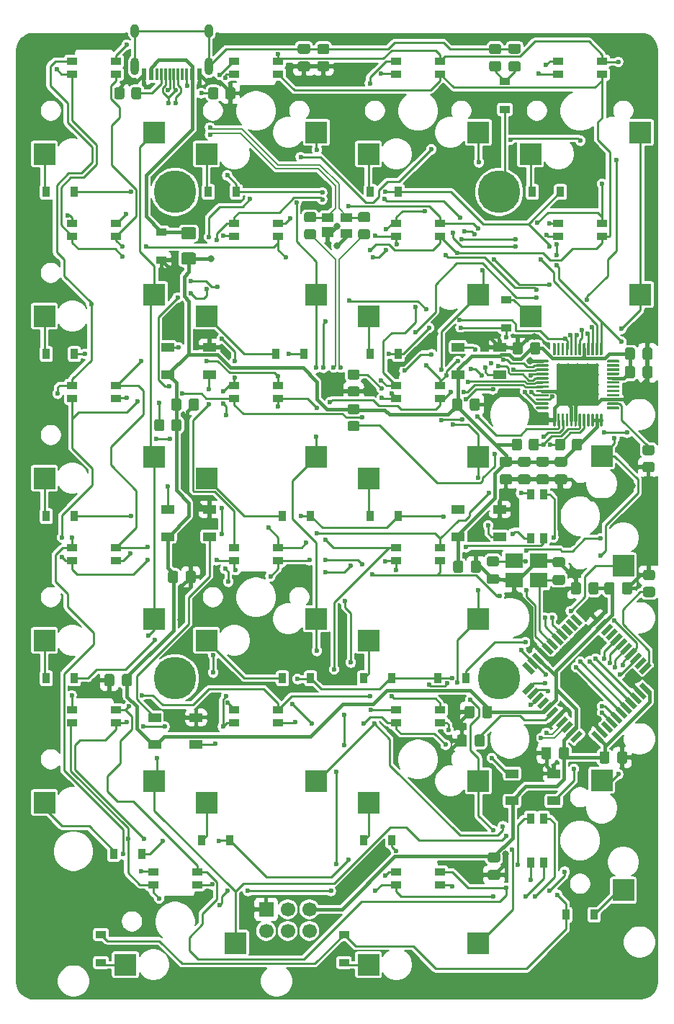
<source format=gbr>
%TF.GenerationSoftware,KiCad,Pcbnew,(5.1.9)-1*%
%TF.CreationDate,2021-06-12T17:38:07+02:00*%
%TF.ProjectId,tfk20-avr,74666b32-302d-4617-9672-2e6b69636164,rev?*%
%TF.SameCoordinates,Original*%
%TF.FileFunction,Copper,L2,Bot*%
%TF.FilePolarity,Positive*%
%FSLAX46Y46*%
G04 Gerber Fmt 4.6, Leading zero omitted, Abs format (unit mm)*
G04 Created by KiCad (PCBNEW (5.1.9)-1) date 2021-06-12 17:38:07*
%MOMM*%
%LPD*%
G01*
G04 APERTURE LIST*
%TA.AperFunction,SMDPad,CuDef*%
%ADD10R,2.550000X2.500000*%
%TD*%
%TA.AperFunction,SMDPad,CuDef*%
%ADD11R,1.500000X1.000000*%
%TD*%
%TA.AperFunction,SMDPad,CuDef*%
%ADD12C,0.100000*%
%TD*%
%TA.AperFunction,SMDPad,CuDef*%
%ADD13R,1.190000X0.900000*%
%TD*%
%TA.AperFunction,ComponentPad*%
%ADD14O,1.000000X1.600000*%
%TD*%
%TA.AperFunction,ComponentPad*%
%ADD15O,1.000000X2.100000*%
%TD*%
%TA.AperFunction,SMDPad,CuDef*%
%ADD16R,0.300000X1.450000*%
%TD*%
%TA.AperFunction,SMDPad,CuDef*%
%ADD17R,0.600000X1.450000*%
%TD*%
%TA.AperFunction,ComponentPad*%
%ADD18C,5.000000*%
%TD*%
%TA.AperFunction,SMDPad,CuDef*%
%ADD19R,2.100000X1.800000*%
%TD*%
%TA.AperFunction,SMDPad,CuDef*%
%ADD20R,5.000000X5.000000*%
%TD*%
%TA.AperFunction,ComponentPad*%
%ADD21C,0.500000*%
%TD*%
%TA.AperFunction,SMDPad,CuDef*%
%ADD22R,2.500000X2.550000*%
%TD*%
%TA.AperFunction,ComponentPad*%
%ADD23C,1.700000*%
%TD*%
%TA.AperFunction,ComponentPad*%
%ADD24R,1.700000X1.700000*%
%TD*%
%TA.AperFunction,SMDPad,CuDef*%
%ADD25R,0.900000X1.190000*%
%TD*%
%TA.AperFunction,SMDPad,CuDef*%
%ADD26R,0.900000X1.200000*%
%TD*%
%TA.AperFunction,SMDPad,CuDef*%
%ADD27R,1.200000X0.900000*%
%TD*%
%TA.AperFunction,SMDPad,CuDef*%
%ADD28R,1.400000X1.200000*%
%TD*%
%TA.AperFunction,SMDPad,CuDef*%
%ADD29R,1.400000X1.000000*%
%TD*%
%TA.AperFunction,ViaPad*%
%ADD30C,0.600000*%
%TD*%
%TA.AperFunction,ViaPad*%
%ADD31C,0.800000*%
%TD*%
%TA.AperFunction,Conductor*%
%ADD32C,0.250000*%
%TD*%
%TA.AperFunction,Conductor*%
%ADD33C,0.381000*%
%TD*%
%TA.AperFunction,Conductor*%
%ADD34C,0.200000*%
%TD*%
%TA.AperFunction,Conductor*%
%ADD35C,0.100000*%
%TD*%
G04 APERTURE END LIST*
D10*
%TO.P,MX10,1*%
%TO.N,/COL_1*%
X142816250Y-89058750D03*
%TO.P,MX10,2*%
%TO.N,Net-(D13-Pad2)*%
X129889250Y-91598750D03*
%TD*%
%TO.P,R1,1*%
%TO.N,+5V*%
%TA.AperFunction,SMDPad,CuDef*%
G36*
G01*
X126949000Y-84893999D02*
X126949000Y-85794001D01*
G75*
G02*
X126699001Y-86044000I-249999J0D01*
G01*
X125998999Y-86044000D01*
G75*
G02*
X125749000Y-85794001I0J249999D01*
G01*
X125749000Y-84893999D01*
G75*
G02*
X125998999Y-84644000I249999J0D01*
G01*
X126699001Y-84644000D01*
G75*
G02*
X126949000Y-84893999I0J-249999D01*
G01*
G37*
%TD.AperFunction*%
%TO.P,R1,2*%
%TO.N,/RESET*%
%TA.AperFunction,SMDPad,CuDef*%
G36*
G01*
X124949000Y-84893999D02*
X124949000Y-85794001D01*
G75*
G02*
X124699001Y-86044000I-249999J0D01*
G01*
X123998999Y-86044000D01*
G75*
G02*
X123749000Y-85794001I0J249999D01*
G01*
X123749000Y-84893999D01*
G75*
G02*
X123998999Y-84644000I249999J0D01*
G01*
X124699001Y-84644000D01*
G75*
G02*
X124949000Y-84893999I0J-249999D01*
G01*
G37*
%TD.AperFunction*%
%TD*%
D11*
%TO.P,D30,1*%
%TO.N,+5V*%
X159475000Y-98437500D03*
%TO.P,D30,2*%
%TO.N,Net-(D30-Pad2)*%
X159475000Y-95237500D03*
%TO.P,D30,4*%
%TO.N,Net-(D29-Pad2)*%
X164375000Y-98437500D03*
%TO.P,D30,3*%
%TO.N,GND*%
X164375000Y-95237500D03*
%TD*%
%TO.P,D29,1*%
%TO.N,+5V*%
X159475000Y-79387500D03*
%TO.P,D29,2*%
%TO.N,Net-(D29-Pad2)*%
X159475000Y-76187500D03*
%TO.P,D29,4*%
%TO.N,Net-(D28-Pad2)*%
X164375000Y-79387500D03*
%TO.P,D29,3*%
%TO.N,GND*%
X164375000Y-76187500D03*
%TD*%
%TO.P,D28,1*%
%TO.N,+5V*%
X125343750Y-79387500D03*
%TO.P,D28,2*%
%TO.N,Net-(D28-Pad2)*%
X125343750Y-76187500D03*
%TO.P,D28,4*%
%TO.N,Net-(D27-Pad2)*%
X130243750Y-79387500D03*
%TO.P,D28,3*%
%TO.N,GND*%
X130243750Y-76187500D03*
%TD*%
%TO.P,D27,1*%
%TO.N,+5V*%
X125343750Y-98437500D03*
%TO.P,D27,2*%
%TO.N,Net-(D27-Pad2)*%
X125343750Y-95237500D03*
%TO.P,D27,4*%
%TO.N,Net-(D26-Pad2)*%
X130243750Y-98437500D03*
%TO.P,D27,3*%
%TO.N,GND*%
X130243750Y-95237500D03*
%TD*%
%TO.P,D26,1*%
%TO.N,+5V*%
X123788000Y-122885000D03*
%TO.P,D26,2*%
%TO.N,Net-(D26-Pad2)*%
X123788000Y-119685000D03*
%TO.P,D26,4*%
%TO.N,Net-(D25-Pad2)*%
X128688000Y-122885000D03*
%TO.P,D26,3*%
%TO.N,GND*%
X128688000Y-119685000D03*
%TD*%
%TO.P,D25,1*%
%TO.N,+5V*%
X165825000Y-129489000D03*
%TO.P,D25,2*%
%TO.N,Net-(D25-Pad2)*%
X165825000Y-126289000D03*
%TO.P,D25,4*%
%TO.N,/RGB_LIGHT*%
X170725000Y-129489000D03*
%TO.P,D25,3*%
%TO.N,GND*%
X170725000Y-126289000D03*
%TD*%
%TO.P,C16,2*%
%TO.N,GND*%
%TA.AperFunction,SMDPad,CuDef*%
G36*
G01*
X160978000Y-102456000D02*
X160978000Y-101506000D01*
G75*
G02*
X161228000Y-101256000I250000J0D01*
G01*
X161903000Y-101256000D01*
G75*
G02*
X162153000Y-101506000I0J-250000D01*
G01*
X162153000Y-102456000D01*
G75*
G02*
X161903000Y-102706000I-250000J0D01*
G01*
X161228000Y-102706000D01*
G75*
G02*
X160978000Y-102456000I0J250000D01*
G01*
G37*
%TD.AperFunction*%
%TO.P,C16,1*%
%TO.N,+5V*%
%TA.AperFunction,SMDPad,CuDef*%
G36*
G01*
X158903000Y-102456000D02*
X158903000Y-101506000D01*
G75*
G02*
X159153000Y-101256000I250000J0D01*
G01*
X159828000Y-101256000D01*
G75*
G02*
X160078000Y-101506000I0J-250000D01*
G01*
X160078000Y-102456000D01*
G75*
G02*
X159828000Y-102706000I-250000J0D01*
G01*
X159153000Y-102706000D01*
G75*
G02*
X158903000Y-102456000I0J250000D01*
G01*
G37*
%TD.AperFunction*%
%TD*%
%TO.P,C15,2*%
%TO.N,GND*%
%TA.AperFunction,SMDPad,CuDef*%
G36*
G01*
X160851000Y-83406000D02*
X160851000Y-82456000D01*
G75*
G02*
X161101000Y-82206000I250000J0D01*
G01*
X161776000Y-82206000D01*
G75*
G02*
X162026000Y-82456000I0J-250000D01*
G01*
X162026000Y-83406000D01*
G75*
G02*
X161776000Y-83656000I-250000J0D01*
G01*
X161101000Y-83656000D01*
G75*
G02*
X160851000Y-83406000I0J250000D01*
G01*
G37*
%TD.AperFunction*%
%TO.P,C15,1*%
%TO.N,+5V*%
%TA.AperFunction,SMDPad,CuDef*%
G36*
G01*
X158776000Y-83406000D02*
X158776000Y-82456000D01*
G75*
G02*
X159026000Y-82206000I250000J0D01*
G01*
X159701000Y-82206000D01*
G75*
G02*
X159951000Y-82456000I0J-250000D01*
G01*
X159951000Y-83406000D01*
G75*
G02*
X159701000Y-83656000I-250000J0D01*
G01*
X159026000Y-83656000D01*
G75*
G02*
X158776000Y-83406000I0J250000D01*
G01*
G37*
%TD.AperFunction*%
%TD*%
%TO.P,C14,2*%
%TO.N,GND*%
%TA.AperFunction,SMDPad,CuDef*%
G36*
G01*
X127831000Y-83406000D02*
X127831000Y-82456000D01*
G75*
G02*
X128081000Y-82206000I250000J0D01*
G01*
X128756000Y-82206000D01*
G75*
G02*
X129006000Y-82456000I0J-250000D01*
G01*
X129006000Y-83406000D01*
G75*
G02*
X128756000Y-83656000I-250000J0D01*
G01*
X128081000Y-83656000D01*
G75*
G02*
X127831000Y-83406000I0J250000D01*
G01*
G37*
%TD.AperFunction*%
%TO.P,C14,1*%
%TO.N,+5V*%
%TA.AperFunction,SMDPad,CuDef*%
G36*
G01*
X125756000Y-83406000D02*
X125756000Y-82456000D01*
G75*
G02*
X126006000Y-82206000I250000J0D01*
G01*
X126681000Y-82206000D01*
G75*
G02*
X126931000Y-82456000I0J-250000D01*
G01*
X126931000Y-83406000D01*
G75*
G02*
X126681000Y-83656000I-250000J0D01*
G01*
X126006000Y-83656000D01*
G75*
G02*
X125756000Y-83406000I0J250000D01*
G01*
G37*
%TD.AperFunction*%
%TD*%
%TO.P,C13,2*%
%TO.N,GND*%
%TA.AperFunction,SMDPad,CuDef*%
G36*
G01*
X127450000Y-103662500D02*
X127450000Y-102712500D01*
G75*
G02*
X127700000Y-102462500I250000J0D01*
G01*
X128375000Y-102462500D01*
G75*
G02*
X128625000Y-102712500I0J-250000D01*
G01*
X128625000Y-103662500D01*
G75*
G02*
X128375000Y-103912500I-250000J0D01*
G01*
X127700000Y-103912500D01*
G75*
G02*
X127450000Y-103662500I0J250000D01*
G01*
G37*
%TD.AperFunction*%
%TO.P,C13,1*%
%TO.N,+5V*%
%TA.AperFunction,SMDPad,CuDef*%
G36*
G01*
X125375000Y-103662500D02*
X125375000Y-102712500D01*
G75*
G02*
X125625000Y-102462500I250000J0D01*
G01*
X126300000Y-102462500D01*
G75*
G02*
X126550000Y-102712500I0J-250000D01*
G01*
X126550000Y-103662500D01*
G75*
G02*
X126300000Y-103912500I-250000J0D01*
G01*
X125625000Y-103912500D01*
G75*
G02*
X125375000Y-103662500I0J250000D01*
G01*
G37*
%TD.AperFunction*%
%TD*%
%TO.P,C12,2*%
%TO.N,GND*%
%TA.AperFunction,SMDPad,CuDef*%
G36*
G01*
X119057000Y-114841000D02*
X119057000Y-115791000D01*
G75*
G02*
X118807000Y-116041000I-250000J0D01*
G01*
X118132000Y-116041000D01*
G75*
G02*
X117882000Y-115791000I0J250000D01*
G01*
X117882000Y-114841000D01*
G75*
G02*
X118132000Y-114591000I250000J0D01*
G01*
X118807000Y-114591000D01*
G75*
G02*
X119057000Y-114841000I0J-250000D01*
G01*
G37*
%TD.AperFunction*%
%TO.P,C12,1*%
%TO.N,+5V*%
%TA.AperFunction,SMDPad,CuDef*%
G36*
G01*
X121132000Y-114841000D02*
X121132000Y-115791000D01*
G75*
G02*
X120882000Y-116041000I-250000J0D01*
G01*
X120207000Y-116041000D01*
G75*
G02*
X119957000Y-115791000I0J250000D01*
G01*
X119957000Y-114841000D01*
G75*
G02*
X120207000Y-114591000I250000J0D01*
G01*
X120882000Y-114591000D01*
G75*
G02*
X121132000Y-114841000I0J-250000D01*
G01*
G37*
%TD.AperFunction*%
%TD*%
%TO.P,C11,2*%
%TO.N,GND*%
%TA.AperFunction,SMDPad,CuDef*%
G36*
G01*
X163228000Y-137610000D02*
X164178000Y-137610000D01*
G75*
G02*
X164428000Y-137860000I0J-250000D01*
G01*
X164428000Y-138535000D01*
G75*
G02*
X164178000Y-138785000I-250000J0D01*
G01*
X163228000Y-138785000D01*
G75*
G02*
X162978000Y-138535000I0J250000D01*
G01*
X162978000Y-137860000D01*
G75*
G02*
X163228000Y-137610000I250000J0D01*
G01*
G37*
%TD.AperFunction*%
%TO.P,C11,1*%
%TO.N,+5V*%
%TA.AperFunction,SMDPad,CuDef*%
G36*
G01*
X163228000Y-135535000D02*
X164178000Y-135535000D01*
G75*
G02*
X164428000Y-135785000I0J-250000D01*
G01*
X164428000Y-136460000D01*
G75*
G02*
X164178000Y-136710000I-250000J0D01*
G01*
X163228000Y-136710000D01*
G75*
G02*
X162978000Y-136460000I0J250000D01*
G01*
X162978000Y-135785000D01*
G75*
G02*
X163228000Y-135535000I250000J0D01*
G01*
G37*
%TD.AperFunction*%
%TD*%
%TA.AperFunction,SMDPad,CuDef*%
D12*
%TO.P,U1,1*%
%TO.N,Net-(U1-Pad1)*%
G36*
X173087042Y-122677470D02*
G01*
X172698134Y-122288562D01*
X173758794Y-121227902D01*
X174147702Y-121616810D01*
X173087042Y-122677470D01*
G37*
%TD.AperFunction*%
%TA.AperFunction,SMDPad,CuDef*%
%TO.P,U1,2*%
%TO.N,+5V*%
G36*
X172521357Y-122111784D02*
G01*
X172132449Y-121722876D01*
X173193109Y-120662216D01*
X173582017Y-121051124D01*
X172521357Y-122111784D01*
G37*
%TD.AperFunction*%
%TA.AperFunction,SMDPad,CuDef*%
%TO.P,U1,3*%
%TO.N,/MCU_USB_D-*%
G36*
X171955672Y-121546099D02*
G01*
X171566764Y-121157191D01*
X172627424Y-120096531D01*
X173016332Y-120485439D01*
X171955672Y-121546099D01*
G37*
%TD.AperFunction*%
%TA.AperFunction,SMDPad,CuDef*%
%TO.P,U1,4*%
%TO.N,/MCU_USB_D+*%
G36*
X171389986Y-120980414D02*
G01*
X171001078Y-120591506D01*
X172061738Y-119530846D01*
X172450646Y-119919754D01*
X171389986Y-120980414D01*
G37*
%TD.AperFunction*%
%TA.AperFunction,SMDPad,CuDef*%
%TO.P,U1,5*%
%TO.N,GND*%
G36*
X170824301Y-120414728D02*
G01*
X170435393Y-120025820D01*
X171496053Y-118965160D01*
X171884961Y-119354068D01*
X170824301Y-120414728D01*
G37*
%TD.AperFunction*%
%TA.AperFunction,SMDPad,CuDef*%
%TO.P,U1,6*%
%TO.N,Net-(C7-Pad1)*%
G36*
X170258615Y-119849043D02*
G01*
X169869707Y-119460135D01*
X170930367Y-118399475D01*
X171319275Y-118788383D01*
X170258615Y-119849043D01*
G37*
%TD.AperFunction*%
%TA.AperFunction,SMDPad,CuDef*%
%TO.P,U1,7*%
%TO.N,+5V*%
G36*
X169692930Y-119283357D02*
G01*
X169304022Y-118894449D01*
X170364682Y-117833789D01*
X170753590Y-118222697D01*
X169692930Y-119283357D01*
G37*
%TD.AperFunction*%
%TA.AperFunction,SMDPad,CuDef*%
%TO.P,U1,8*%
%TO.N,Net-(U1-Pad8)*%
G36*
X169127244Y-118717672D02*
G01*
X168738336Y-118328764D01*
X169798996Y-117268104D01*
X170187904Y-117657012D01*
X169127244Y-118717672D01*
G37*
%TD.AperFunction*%
%TA.AperFunction,SMDPad,CuDef*%
%TO.P,U1,9*%
%TO.N,/SCK*%
G36*
X168561559Y-118151986D02*
G01*
X168172651Y-117763078D01*
X169233311Y-116702418D01*
X169622219Y-117091326D01*
X168561559Y-118151986D01*
G37*
%TD.AperFunction*%
%TA.AperFunction,SMDPad,CuDef*%
%TO.P,U1,10*%
%TO.N,/MOSI*%
G36*
X167995874Y-117586301D02*
G01*
X167606966Y-117197393D01*
X168667626Y-116136733D01*
X169056534Y-116525641D01*
X167995874Y-117586301D01*
G37*
%TD.AperFunction*%
%TA.AperFunction,SMDPad,CuDef*%
%TO.P,U1,11*%
%TO.N,/MISO*%
G36*
X167430188Y-117020616D02*
G01*
X167041280Y-116631708D01*
X168101940Y-115571048D01*
X168490848Y-115959956D01*
X167430188Y-117020616D01*
G37*
%TD.AperFunction*%
%TA.AperFunction,SMDPad,CuDef*%
%TO.P,U1,12*%
%TO.N,Net-(U1-Pad12)*%
G36*
X167041280Y-113555792D02*
G01*
X167430188Y-113166884D01*
X168490848Y-114227544D01*
X168101940Y-114616452D01*
X167041280Y-113555792D01*
G37*
%TD.AperFunction*%
%TA.AperFunction,SMDPad,CuDef*%
%TO.P,U1,13*%
%TO.N,/RESET*%
G36*
X167606966Y-112990107D02*
G01*
X167995874Y-112601199D01*
X169056534Y-113661859D01*
X168667626Y-114050767D01*
X167606966Y-112990107D01*
G37*
%TD.AperFunction*%
%TA.AperFunction,SMDPad,CuDef*%
%TO.P,U1,14*%
%TO.N,+5V*%
G36*
X168172651Y-112424422D02*
G01*
X168561559Y-112035514D01*
X169622219Y-113096174D01*
X169233311Y-113485082D01*
X168172651Y-112424422D01*
G37*
%TD.AperFunction*%
%TA.AperFunction,SMDPad,CuDef*%
%TO.P,U1,15*%
%TO.N,GND*%
G36*
X168738336Y-111858736D02*
G01*
X169127244Y-111469828D01*
X170187904Y-112530488D01*
X169798996Y-112919396D01*
X168738336Y-111858736D01*
G37*
%TD.AperFunction*%
%TA.AperFunction,SMDPad,CuDef*%
%TO.P,U1,16*%
%TO.N,/XTAL2*%
G36*
X169304022Y-111293051D02*
G01*
X169692930Y-110904143D01*
X170753590Y-111964803D01*
X170364682Y-112353711D01*
X169304022Y-111293051D01*
G37*
%TD.AperFunction*%
%TA.AperFunction,SMDPad,CuDef*%
%TO.P,U1,17*%
%TO.N,/XTAL1*%
G36*
X169869707Y-110727365D02*
G01*
X170258615Y-110338457D01*
X171319275Y-111399117D01*
X170930367Y-111788025D01*
X169869707Y-110727365D01*
G37*
%TD.AperFunction*%
%TA.AperFunction,SMDPad,CuDef*%
%TO.P,U1,18*%
%TO.N,/RGB_MATRIX_SCL*%
G36*
X170435393Y-110161680D02*
G01*
X170824301Y-109772772D01*
X171884961Y-110833432D01*
X171496053Y-111222340D01*
X170435393Y-110161680D01*
G37*
%TD.AperFunction*%
%TA.AperFunction,SMDPad,CuDef*%
%TO.P,U1,19*%
%TO.N,/RGB_MATRIX_SDA*%
G36*
X171001078Y-109595994D02*
G01*
X171389986Y-109207086D01*
X172450646Y-110267746D01*
X172061738Y-110656654D01*
X171001078Y-109595994D01*
G37*
%TD.AperFunction*%
%TA.AperFunction,SMDPad,CuDef*%
%TO.P,U1,20*%
%TO.N,Net-(U1-Pad20)*%
G36*
X171566764Y-109030309D02*
G01*
X171955672Y-108641401D01*
X173016332Y-109702061D01*
X172627424Y-110090969D01*
X171566764Y-109030309D01*
G37*
%TD.AperFunction*%
%TA.AperFunction,SMDPad,CuDef*%
%TO.P,U1,21*%
%TO.N,Net-(U1-Pad21)*%
G36*
X172132449Y-108464624D02*
G01*
X172521357Y-108075716D01*
X173582017Y-109136376D01*
X173193109Y-109525284D01*
X172132449Y-108464624D01*
G37*
%TD.AperFunction*%
%TA.AperFunction,SMDPad,CuDef*%
%TO.P,U1,22*%
%TO.N,Net-(U1-Pad22)*%
G36*
X172698134Y-107898938D02*
G01*
X173087042Y-107510030D01*
X174147702Y-108570690D01*
X173758794Y-108959598D01*
X172698134Y-107898938D01*
G37*
%TD.AperFunction*%
%TA.AperFunction,SMDPad,CuDef*%
%TO.P,U1,23*%
%TO.N,GND*%
G36*
X175491206Y-108959598D02*
G01*
X175102298Y-108570690D01*
X176162958Y-107510030D01*
X176551866Y-107898938D01*
X175491206Y-108959598D01*
G37*
%TD.AperFunction*%
%TA.AperFunction,SMDPad,CuDef*%
%TO.P,U1,24*%
%TO.N,+5V*%
G36*
X176056891Y-109525284D02*
G01*
X175667983Y-109136376D01*
X176728643Y-108075716D01*
X177117551Y-108464624D01*
X176056891Y-109525284D01*
G37*
%TD.AperFunction*%
%TA.AperFunction,SMDPad,CuDef*%
%TO.P,U1,25*%
%TO.N,Net-(U1-Pad25)*%
G36*
X176622576Y-110090969D02*
G01*
X176233668Y-109702061D01*
X177294328Y-108641401D01*
X177683236Y-109030309D01*
X176622576Y-110090969D01*
G37*
%TD.AperFunction*%
%TA.AperFunction,SMDPad,CuDef*%
%TO.P,U1,26*%
%TO.N,Net-(U1-Pad26)*%
G36*
X177188262Y-110656654D02*
G01*
X176799354Y-110267746D01*
X177860014Y-109207086D01*
X178248922Y-109595994D01*
X177188262Y-110656654D01*
G37*
%TD.AperFunction*%
%TA.AperFunction,SMDPad,CuDef*%
%TO.P,U1,27*%
%TO.N,/COL_2*%
G36*
X177753947Y-111222340D02*
G01*
X177365039Y-110833432D01*
X178425699Y-109772772D01*
X178814607Y-110161680D01*
X177753947Y-111222340D01*
G37*
%TD.AperFunction*%
%TA.AperFunction,SMDPad,CuDef*%
%TO.P,U1,28*%
%TO.N,/COL_1*%
G36*
X178319633Y-111788025D02*
G01*
X177930725Y-111399117D01*
X178991385Y-110338457D01*
X179380293Y-110727365D01*
X178319633Y-111788025D01*
G37*
%TD.AperFunction*%
%TA.AperFunction,SMDPad,CuDef*%
%TO.P,U1,29*%
%TO.N,/COL_0*%
G36*
X178885318Y-112353711D02*
G01*
X178496410Y-111964803D01*
X179557070Y-110904143D01*
X179945978Y-111293051D01*
X178885318Y-112353711D01*
G37*
%TD.AperFunction*%
%TA.AperFunction,SMDPad,CuDef*%
%TO.P,U1,30*%
%TO.N,/COL_3*%
G36*
X179451004Y-112919396D02*
G01*
X179062096Y-112530488D01*
X180122756Y-111469828D01*
X180511664Y-111858736D01*
X179451004Y-112919396D01*
G37*
%TD.AperFunction*%
%TA.AperFunction,SMDPad,CuDef*%
%TO.P,U1,31*%
%TO.N,/RGB_LIGHT*%
G36*
X180016689Y-113485082D02*
G01*
X179627781Y-113096174D01*
X180688441Y-112035514D01*
X181077349Y-112424422D01*
X180016689Y-113485082D01*
G37*
%TD.AperFunction*%
%TA.AperFunction,SMDPad,CuDef*%
%TO.P,U1,32*%
%TO.N,Net-(U1-Pad32)*%
G36*
X180582374Y-114050767D02*
G01*
X180193466Y-113661859D01*
X181254126Y-112601199D01*
X181643034Y-112990107D01*
X180582374Y-114050767D01*
G37*
%TD.AperFunction*%
%TA.AperFunction,SMDPad,CuDef*%
%TO.P,U1,33*%
%TO.N,Net-(R7-Pad2)*%
G36*
X181148060Y-114616452D02*
G01*
X180759152Y-114227544D01*
X181819812Y-113166884D01*
X182208720Y-113555792D01*
X181148060Y-114616452D01*
G37*
%TD.AperFunction*%
%TA.AperFunction,SMDPad,CuDef*%
%TO.P,U1,34*%
%TO.N,+5V*%
G36*
X180759152Y-115959956D02*
G01*
X181148060Y-115571048D01*
X182208720Y-116631708D01*
X181819812Y-117020616D01*
X180759152Y-115959956D01*
G37*
%TD.AperFunction*%
%TA.AperFunction,SMDPad,CuDef*%
%TO.P,U1,35*%
%TO.N,GND*%
G36*
X180193466Y-116525641D02*
G01*
X180582374Y-116136733D01*
X181643034Y-117197393D01*
X181254126Y-117586301D01*
X180193466Y-116525641D01*
G37*
%TD.AperFunction*%
%TA.AperFunction,SMDPad,CuDef*%
%TO.P,U1,36*%
%TO.N,/ROW_0*%
G36*
X179627781Y-117091326D02*
G01*
X180016689Y-116702418D01*
X181077349Y-117763078D01*
X180688441Y-118151986D01*
X179627781Y-117091326D01*
G37*
%TD.AperFunction*%
%TA.AperFunction,SMDPad,CuDef*%
%TO.P,U1,37*%
%TO.N,/ROW_1*%
G36*
X179062096Y-117657012D02*
G01*
X179451004Y-117268104D01*
X180511664Y-118328764D01*
X180122756Y-118717672D01*
X179062096Y-117657012D01*
G37*
%TD.AperFunction*%
%TA.AperFunction,SMDPad,CuDef*%
%TO.P,U1,38*%
%TO.N,/ROW_2*%
G36*
X178496410Y-118222697D02*
G01*
X178885318Y-117833789D01*
X179945978Y-118894449D01*
X179557070Y-119283357D01*
X178496410Y-118222697D01*
G37*
%TD.AperFunction*%
%TA.AperFunction,SMDPad,CuDef*%
%TO.P,U1,39*%
%TO.N,/ROW_3*%
G36*
X177930725Y-118788383D02*
G01*
X178319633Y-118399475D01*
X179380293Y-119460135D01*
X178991385Y-119849043D01*
X177930725Y-118788383D01*
G37*
%TD.AperFunction*%
%TA.AperFunction,SMDPad,CuDef*%
%TO.P,U1,40*%
%TO.N,/ROW_4*%
G36*
X177365039Y-119354068D02*
G01*
X177753947Y-118965160D01*
X178814607Y-120025820D01*
X178425699Y-120414728D01*
X177365039Y-119354068D01*
G37*
%TD.AperFunction*%
%TA.AperFunction,SMDPad,CuDef*%
%TO.P,U1,41*%
%TO.N,/ROW_5*%
G36*
X176799354Y-119919754D02*
G01*
X177188262Y-119530846D01*
X178248922Y-120591506D01*
X177860014Y-120980414D01*
X176799354Y-119919754D01*
G37*
%TD.AperFunction*%
%TA.AperFunction,SMDPad,CuDef*%
%TO.P,U1,42*%
%TO.N,Net-(U1-Pad42)*%
G36*
X176233668Y-120485439D02*
G01*
X176622576Y-120096531D01*
X177683236Y-121157191D01*
X177294328Y-121546099D01*
X176233668Y-120485439D01*
G37*
%TD.AperFunction*%
%TA.AperFunction,SMDPad,CuDef*%
%TO.P,U1,43*%
%TO.N,GND*%
G36*
X175667983Y-121051124D02*
G01*
X176056891Y-120662216D01*
X177117551Y-121722876D01*
X176728643Y-122111784D01*
X175667983Y-121051124D01*
G37*
%TD.AperFunction*%
%TA.AperFunction,SMDPad,CuDef*%
%TO.P,U1,44*%
%TO.N,+5V*%
G36*
X175102298Y-121616810D02*
G01*
X175491206Y-121227902D01*
X176551866Y-122288562D01*
X176162958Y-122677470D01*
X175102298Y-121616810D01*
G37*
%TD.AperFunction*%
%TD*%
D13*
%TO.P,D31,2*%
%TO.N,/tfk20 RGB Matrix/SW3*%
X119276250Y-42588750D03*
%TO.P,D31,1*%
%TO.N,/tfk20 RGB Matrix/SW2*%
X114086250Y-44088750D03*
%TO.P,D31,4*%
%TO.N,/tfk20 RGB Matrix/CS1*%
X114086250Y-42588750D03*
%TO.P,D31,3*%
%TO.N,/tfk20 RGB Matrix/SW1*%
X119276250Y-44088750D03*
%TD*%
%TO.P,D36,3*%
%TO.N,/tfk20 RGB Matrix/SW1*%
X138326250Y-63138750D03*
%TO.P,D36,4*%
%TO.N,/tfk20 RGB Matrix/CS6*%
X133136250Y-61638750D03*
%TO.P,D36,1*%
%TO.N,/tfk20 RGB Matrix/SW2*%
X133136250Y-63138750D03*
%TO.P,D36,2*%
%TO.N,/tfk20 RGB Matrix/SW3*%
X138326250Y-61638750D03*
%TD*%
D14*
%TO.P,J1,S1*%
%TO.N,/SHIELD*%
X130129375Y-39034375D03*
X121489375Y-39034375D03*
D15*
X121489375Y-43214375D03*
X130129375Y-43214375D03*
D16*
%TO.P,J1,A6*%
%TO.N,/IN_USB_D+*%
X125559375Y-44129375D03*
%TO.P,J1,B5*%
%TO.N,Net-(J1-PadB5)*%
X127559375Y-44129375D03*
%TO.P,J1,A8*%
%TO.N,Net-(J1-PadA8)*%
X127059375Y-44129375D03*
%TO.P,J1,B6*%
%TO.N,/IN_USB_D+*%
X126559375Y-44129375D03*
%TO.P,J1,A7*%
%TO.N,/IN_USB_D-*%
X126059375Y-44129375D03*
%TO.P,J1,B7*%
X125059375Y-44129375D03*
%TO.P,J1,A5*%
%TO.N,Net-(J1-PadA5)*%
X124559375Y-44129375D03*
%TO.P,J1,B8*%
%TO.N,Net-(J1-PadB8)*%
X124059375Y-44129375D03*
D17*
%TO.P,J1,A12*%
%TO.N,GND*%
X129059375Y-44129375D03*
%TO.P,J1,B4*%
%TO.N,VBUS*%
X128259375Y-44129375D03*
%TO.P,J1,A4*%
X123359375Y-44129375D03*
%TO.P,J1,A1*%
%TO.N,GND*%
X122559375Y-44129375D03*
%TO.P,J1,B12*%
X122559375Y-44129375D03*
%TO.P,J1,B9*%
%TO.N,VBUS*%
X123359375Y-44129375D03*
%TO.P,J1,A9*%
X128259375Y-44129375D03*
%TO.P,J1,B1*%
%TO.N,GND*%
X129059375Y-44129375D03*
%TD*%
D18*
%TO.P,H3,1*%
%TO.N,N/C*%
X126206250Y-115093750D03*
%TD*%
D19*
%TO.P,Y1,1*%
%TO.N,/XTAL1*%
X168931250Y-103543750D03*
%TO.P,Y1,2*%
%TO.N,GND*%
X166031250Y-103543750D03*
%TO.P,Y1,3*%
%TO.N,/XTAL2*%
X166031250Y-101243750D03*
%TO.P,Y1,4*%
%TO.N,GND*%
X168931250Y-101243750D03*
%TD*%
%TO.P,U2,1*%
%TO.N,Net-(U2-Pad1)*%
%TA.AperFunction,SMDPad,CuDef*%
G36*
G01*
X168645500Y-83406500D02*
X168645500Y-83256500D01*
G75*
G02*
X168720500Y-83181500I75000J0D01*
G01*
X170045500Y-83181500D01*
G75*
G02*
X170120500Y-83256500I0J-75000D01*
G01*
X170120500Y-83406500D01*
G75*
G02*
X170045500Y-83481500I-75000J0D01*
G01*
X168720500Y-83481500D01*
G75*
G02*
X168645500Y-83406500I0J75000D01*
G01*
G37*
%TD.AperFunction*%
%TO.P,U2,2*%
%TO.N,/tfk20 RGB Matrix/SW1*%
%TA.AperFunction,SMDPad,CuDef*%
G36*
G01*
X168645500Y-82906500D02*
X168645500Y-82756500D01*
G75*
G02*
X168720500Y-82681500I75000J0D01*
G01*
X170045500Y-82681500D01*
G75*
G02*
X170120500Y-82756500I0J-75000D01*
G01*
X170120500Y-82906500D01*
G75*
G02*
X170045500Y-82981500I-75000J0D01*
G01*
X168720500Y-82981500D01*
G75*
G02*
X168645500Y-82906500I0J75000D01*
G01*
G37*
%TD.AperFunction*%
%TO.P,U2,3*%
%TO.N,/tfk20 RGB Matrix/SW2*%
%TA.AperFunction,SMDPad,CuDef*%
G36*
G01*
X168645500Y-82406500D02*
X168645500Y-82256500D01*
G75*
G02*
X168720500Y-82181500I75000J0D01*
G01*
X170045500Y-82181500D01*
G75*
G02*
X170120500Y-82256500I0J-75000D01*
G01*
X170120500Y-82406500D01*
G75*
G02*
X170045500Y-82481500I-75000J0D01*
G01*
X168720500Y-82481500D01*
G75*
G02*
X168645500Y-82406500I0J75000D01*
G01*
G37*
%TD.AperFunction*%
%TO.P,U2,4*%
%TO.N,/tfk20 RGB Matrix/SW3*%
%TA.AperFunction,SMDPad,CuDef*%
G36*
G01*
X168645500Y-81906500D02*
X168645500Y-81756500D01*
G75*
G02*
X168720500Y-81681500I75000J0D01*
G01*
X170045500Y-81681500D01*
G75*
G02*
X170120500Y-81756500I0J-75000D01*
G01*
X170120500Y-81906500D01*
G75*
G02*
X170045500Y-81981500I-75000J0D01*
G01*
X168720500Y-81981500D01*
G75*
G02*
X168645500Y-81906500I0J75000D01*
G01*
G37*
%TD.AperFunction*%
%TO.P,U2,5*%
%TO.N,GND*%
%TA.AperFunction,SMDPad,CuDef*%
G36*
G01*
X168645500Y-81406500D02*
X168645500Y-81256500D01*
G75*
G02*
X168720500Y-81181500I75000J0D01*
G01*
X170045500Y-81181500D01*
G75*
G02*
X170120500Y-81256500I0J-75000D01*
G01*
X170120500Y-81406500D01*
G75*
G02*
X170045500Y-81481500I-75000J0D01*
G01*
X168720500Y-81481500D01*
G75*
G02*
X168645500Y-81406500I0J75000D01*
G01*
G37*
%TD.AperFunction*%
%TO.P,U2,6*%
%TO.N,/tfk20 RGB Matrix/SW4*%
%TA.AperFunction,SMDPad,CuDef*%
G36*
G01*
X168645500Y-80906500D02*
X168645500Y-80756500D01*
G75*
G02*
X168720500Y-80681500I75000J0D01*
G01*
X170045500Y-80681500D01*
G75*
G02*
X170120500Y-80756500I0J-75000D01*
G01*
X170120500Y-80906500D01*
G75*
G02*
X170045500Y-80981500I-75000J0D01*
G01*
X168720500Y-80981500D01*
G75*
G02*
X168645500Y-80906500I0J75000D01*
G01*
G37*
%TD.AperFunction*%
%TO.P,U2,7*%
%TO.N,/tfk20 RGB Matrix/SW5*%
%TA.AperFunction,SMDPad,CuDef*%
G36*
G01*
X168645500Y-80406500D02*
X168645500Y-80256500D01*
G75*
G02*
X168720500Y-80181500I75000J0D01*
G01*
X170045500Y-80181500D01*
G75*
G02*
X170120500Y-80256500I0J-75000D01*
G01*
X170120500Y-80406500D01*
G75*
G02*
X170045500Y-80481500I-75000J0D01*
G01*
X168720500Y-80481500D01*
G75*
G02*
X168645500Y-80406500I0J75000D01*
G01*
G37*
%TD.AperFunction*%
%TO.P,U2,8*%
%TO.N,/tfk20 RGB Matrix/SW6*%
%TA.AperFunction,SMDPad,CuDef*%
G36*
G01*
X168645500Y-79906500D02*
X168645500Y-79756500D01*
G75*
G02*
X168720500Y-79681500I75000J0D01*
G01*
X170045500Y-79681500D01*
G75*
G02*
X170120500Y-79756500I0J-75000D01*
G01*
X170120500Y-79906500D01*
G75*
G02*
X170045500Y-79981500I-75000J0D01*
G01*
X168720500Y-79981500D01*
G75*
G02*
X168645500Y-79906500I0J75000D01*
G01*
G37*
%TD.AperFunction*%
%TO.P,U2,9*%
%TO.N,/tfk20 RGB Matrix/SW7*%
%TA.AperFunction,SMDPad,CuDef*%
G36*
G01*
X168645500Y-79406500D02*
X168645500Y-79256500D01*
G75*
G02*
X168720500Y-79181500I75000J0D01*
G01*
X170045500Y-79181500D01*
G75*
G02*
X170120500Y-79256500I0J-75000D01*
G01*
X170120500Y-79406500D01*
G75*
G02*
X170045500Y-79481500I-75000J0D01*
G01*
X168720500Y-79481500D01*
G75*
G02*
X168645500Y-79406500I0J75000D01*
G01*
G37*
%TD.AperFunction*%
%TO.P,U2,10*%
%TO.N,/tfk20 RGB Matrix/SW8*%
%TA.AperFunction,SMDPad,CuDef*%
G36*
G01*
X168645500Y-78906500D02*
X168645500Y-78756500D01*
G75*
G02*
X168720500Y-78681500I75000J0D01*
G01*
X170045500Y-78681500D01*
G75*
G02*
X170120500Y-78756500I0J-75000D01*
G01*
X170120500Y-78906500D01*
G75*
G02*
X170045500Y-78981500I-75000J0D01*
G01*
X168720500Y-78981500D01*
G75*
G02*
X168645500Y-78906500I0J75000D01*
G01*
G37*
%TD.AperFunction*%
%TO.P,U2,11*%
%TO.N,/tfk20 RGB Matrix/SW9*%
%TA.AperFunction,SMDPad,CuDef*%
G36*
G01*
X168645500Y-78406500D02*
X168645500Y-78256500D01*
G75*
G02*
X168720500Y-78181500I75000J0D01*
G01*
X170045500Y-78181500D01*
G75*
G02*
X170120500Y-78256500I0J-75000D01*
G01*
X170120500Y-78406500D01*
G75*
G02*
X170045500Y-78481500I-75000J0D01*
G01*
X168720500Y-78481500D01*
G75*
G02*
X168645500Y-78406500I0J75000D01*
G01*
G37*
%TD.AperFunction*%
%TO.P,U2,12*%
%TO.N,GND*%
%TA.AperFunction,SMDPad,CuDef*%
G36*
G01*
X168645500Y-77906500D02*
X168645500Y-77756500D01*
G75*
G02*
X168720500Y-77681500I75000J0D01*
G01*
X170045500Y-77681500D01*
G75*
G02*
X170120500Y-77756500I0J-75000D01*
G01*
X170120500Y-77906500D01*
G75*
G02*
X170045500Y-77981500I-75000J0D01*
G01*
X168720500Y-77981500D01*
G75*
G02*
X168645500Y-77906500I0J75000D01*
G01*
G37*
%TD.AperFunction*%
%TO.P,U2,13*%
%TO.N,Net-(U2-Pad13)*%
%TA.AperFunction,SMDPad,CuDef*%
G36*
G01*
X170645500Y-77081500D02*
X170645500Y-75756500D01*
G75*
G02*
X170720500Y-75681500I75000J0D01*
G01*
X170870500Y-75681500D01*
G75*
G02*
X170945500Y-75756500I0J-75000D01*
G01*
X170945500Y-77081500D01*
G75*
G02*
X170870500Y-77156500I-75000J0D01*
G01*
X170720500Y-77156500D01*
G75*
G02*
X170645500Y-77081500I0J75000D01*
G01*
G37*
%TD.AperFunction*%
%TO.P,U2,14*%
%TO.N,Net-(U2-Pad14)*%
%TA.AperFunction,SMDPad,CuDef*%
G36*
G01*
X171145500Y-77081500D02*
X171145500Y-75756500D01*
G75*
G02*
X171220500Y-75681500I75000J0D01*
G01*
X171370500Y-75681500D01*
G75*
G02*
X171445500Y-75756500I0J-75000D01*
G01*
X171445500Y-77081500D01*
G75*
G02*
X171370500Y-77156500I-75000J0D01*
G01*
X171220500Y-77156500D01*
G75*
G02*
X171145500Y-77081500I0J75000D01*
G01*
G37*
%TD.AperFunction*%
%TO.P,U2,15*%
%TO.N,Net-(U2-Pad15)*%
%TA.AperFunction,SMDPad,CuDef*%
G36*
G01*
X171645500Y-77081500D02*
X171645500Y-75756500D01*
G75*
G02*
X171720500Y-75681500I75000J0D01*
G01*
X171870500Y-75681500D01*
G75*
G02*
X171945500Y-75756500I0J-75000D01*
G01*
X171945500Y-77081500D01*
G75*
G02*
X171870500Y-77156500I-75000J0D01*
G01*
X171720500Y-77156500D01*
G75*
G02*
X171645500Y-77081500I0J75000D01*
G01*
G37*
%TD.AperFunction*%
%TO.P,U2,16*%
%TO.N,/tfk20 RGB Matrix/CS1*%
%TA.AperFunction,SMDPad,CuDef*%
G36*
G01*
X172145500Y-77081500D02*
X172145500Y-75756500D01*
G75*
G02*
X172220500Y-75681500I75000J0D01*
G01*
X172370500Y-75681500D01*
G75*
G02*
X172445500Y-75756500I0J-75000D01*
G01*
X172445500Y-77081500D01*
G75*
G02*
X172370500Y-77156500I-75000J0D01*
G01*
X172220500Y-77156500D01*
G75*
G02*
X172145500Y-77081500I0J75000D01*
G01*
G37*
%TD.AperFunction*%
%TO.P,U2,17*%
%TO.N,/tfk20 RGB Matrix/CS2*%
%TA.AperFunction,SMDPad,CuDef*%
G36*
G01*
X172645500Y-77081500D02*
X172645500Y-75756500D01*
G75*
G02*
X172720500Y-75681500I75000J0D01*
G01*
X172870500Y-75681500D01*
G75*
G02*
X172945500Y-75756500I0J-75000D01*
G01*
X172945500Y-77081500D01*
G75*
G02*
X172870500Y-77156500I-75000J0D01*
G01*
X172720500Y-77156500D01*
G75*
G02*
X172645500Y-77081500I0J75000D01*
G01*
G37*
%TD.AperFunction*%
%TO.P,U2,18*%
%TO.N,/tfk20 RGB Matrix/CS3*%
%TA.AperFunction,SMDPad,CuDef*%
G36*
G01*
X173145500Y-77081500D02*
X173145500Y-75756500D01*
G75*
G02*
X173220500Y-75681500I75000J0D01*
G01*
X173370500Y-75681500D01*
G75*
G02*
X173445500Y-75756500I0J-75000D01*
G01*
X173445500Y-77081500D01*
G75*
G02*
X173370500Y-77156500I-75000J0D01*
G01*
X173220500Y-77156500D01*
G75*
G02*
X173145500Y-77081500I0J75000D01*
G01*
G37*
%TD.AperFunction*%
%TO.P,U2,19*%
%TO.N,/tfk20 RGB Matrix/CS4*%
%TA.AperFunction,SMDPad,CuDef*%
G36*
G01*
X173645500Y-77081500D02*
X173645500Y-75756500D01*
G75*
G02*
X173720500Y-75681500I75000J0D01*
G01*
X173870500Y-75681500D01*
G75*
G02*
X173945500Y-75756500I0J-75000D01*
G01*
X173945500Y-77081500D01*
G75*
G02*
X173870500Y-77156500I-75000J0D01*
G01*
X173720500Y-77156500D01*
G75*
G02*
X173645500Y-77081500I0J75000D01*
G01*
G37*
%TD.AperFunction*%
%TO.P,U2,20*%
%TO.N,+5V*%
%TA.AperFunction,SMDPad,CuDef*%
G36*
G01*
X174145500Y-77081500D02*
X174145500Y-75756500D01*
G75*
G02*
X174220500Y-75681500I75000J0D01*
G01*
X174370500Y-75681500D01*
G75*
G02*
X174445500Y-75756500I0J-75000D01*
G01*
X174445500Y-77081500D01*
G75*
G02*
X174370500Y-77156500I-75000J0D01*
G01*
X174220500Y-77156500D01*
G75*
G02*
X174145500Y-77081500I0J75000D01*
G01*
G37*
%TD.AperFunction*%
%TO.P,U2,21*%
%TO.N,/tfk20 RGB Matrix/CS5*%
%TA.AperFunction,SMDPad,CuDef*%
G36*
G01*
X174645500Y-77081500D02*
X174645500Y-75756500D01*
G75*
G02*
X174720500Y-75681500I75000J0D01*
G01*
X174870500Y-75681500D01*
G75*
G02*
X174945500Y-75756500I0J-75000D01*
G01*
X174945500Y-77081500D01*
G75*
G02*
X174870500Y-77156500I-75000J0D01*
G01*
X174720500Y-77156500D01*
G75*
G02*
X174645500Y-77081500I0J75000D01*
G01*
G37*
%TD.AperFunction*%
%TO.P,U2,22*%
%TO.N,/tfk20 RGB Matrix/CS6*%
%TA.AperFunction,SMDPad,CuDef*%
G36*
G01*
X175145500Y-77081500D02*
X175145500Y-75756500D01*
G75*
G02*
X175220500Y-75681500I75000J0D01*
G01*
X175370500Y-75681500D01*
G75*
G02*
X175445500Y-75756500I0J-75000D01*
G01*
X175445500Y-77081500D01*
G75*
G02*
X175370500Y-77156500I-75000J0D01*
G01*
X175220500Y-77156500D01*
G75*
G02*
X175145500Y-77081500I0J75000D01*
G01*
G37*
%TD.AperFunction*%
%TO.P,U2,23*%
%TO.N,/tfk20 RGB Matrix/CS7*%
%TA.AperFunction,SMDPad,CuDef*%
G36*
G01*
X175645500Y-77081500D02*
X175645500Y-75756500D01*
G75*
G02*
X175720500Y-75681500I75000J0D01*
G01*
X175870500Y-75681500D01*
G75*
G02*
X175945500Y-75756500I0J-75000D01*
G01*
X175945500Y-77081500D01*
G75*
G02*
X175870500Y-77156500I-75000J0D01*
G01*
X175720500Y-77156500D01*
G75*
G02*
X175645500Y-77081500I0J75000D01*
G01*
G37*
%TD.AperFunction*%
%TO.P,U2,24*%
%TO.N,/tfk20 RGB Matrix/CS8*%
%TA.AperFunction,SMDPad,CuDef*%
G36*
G01*
X176145500Y-77081500D02*
X176145500Y-75756500D01*
G75*
G02*
X176220500Y-75681500I75000J0D01*
G01*
X176370500Y-75681500D01*
G75*
G02*
X176445500Y-75756500I0J-75000D01*
G01*
X176445500Y-77081500D01*
G75*
G02*
X176370500Y-77156500I-75000J0D01*
G01*
X176220500Y-77156500D01*
G75*
G02*
X176145500Y-77081500I0J75000D01*
G01*
G37*
%TD.AperFunction*%
%TO.P,U2,25*%
%TO.N,Net-(U2-Pad25)*%
%TA.AperFunction,SMDPad,CuDef*%
G36*
G01*
X176970500Y-77906500D02*
X176970500Y-77756500D01*
G75*
G02*
X177045500Y-77681500I75000J0D01*
G01*
X178370500Y-77681500D01*
G75*
G02*
X178445500Y-77756500I0J-75000D01*
G01*
X178445500Y-77906500D01*
G75*
G02*
X178370500Y-77981500I-75000J0D01*
G01*
X177045500Y-77981500D01*
G75*
G02*
X176970500Y-77906500I0J75000D01*
G01*
G37*
%TD.AperFunction*%
%TO.P,U2,26*%
%TO.N,Net-(U2-Pad26)*%
%TA.AperFunction,SMDPad,CuDef*%
G36*
G01*
X176970500Y-78406500D02*
X176970500Y-78256500D01*
G75*
G02*
X177045500Y-78181500I75000J0D01*
G01*
X178370500Y-78181500D01*
G75*
G02*
X178445500Y-78256500I0J-75000D01*
G01*
X178445500Y-78406500D01*
G75*
G02*
X178370500Y-78481500I-75000J0D01*
G01*
X177045500Y-78481500D01*
G75*
G02*
X176970500Y-78406500I0J75000D01*
G01*
G37*
%TD.AperFunction*%
%TO.P,U2,27*%
%TO.N,Net-(U2-Pad27)*%
%TA.AperFunction,SMDPad,CuDef*%
G36*
G01*
X176970500Y-78906500D02*
X176970500Y-78756500D01*
G75*
G02*
X177045500Y-78681500I75000J0D01*
G01*
X178370500Y-78681500D01*
G75*
G02*
X178445500Y-78756500I0J-75000D01*
G01*
X178445500Y-78906500D01*
G75*
G02*
X178370500Y-78981500I-75000J0D01*
G01*
X177045500Y-78981500D01*
G75*
G02*
X176970500Y-78906500I0J75000D01*
G01*
G37*
%TD.AperFunction*%
%TO.P,U2,28*%
%TO.N,Net-(U2-Pad28)*%
%TA.AperFunction,SMDPad,CuDef*%
G36*
G01*
X176970500Y-79406500D02*
X176970500Y-79256500D01*
G75*
G02*
X177045500Y-79181500I75000J0D01*
G01*
X178370500Y-79181500D01*
G75*
G02*
X178445500Y-79256500I0J-75000D01*
G01*
X178445500Y-79406500D01*
G75*
G02*
X178370500Y-79481500I-75000J0D01*
G01*
X177045500Y-79481500D01*
G75*
G02*
X176970500Y-79406500I0J75000D01*
G01*
G37*
%TD.AperFunction*%
%TO.P,U2,29*%
%TO.N,+5V*%
%TA.AperFunction,SMDPad,CuDef*%
G36*
G01*
X176970500Y-79906500D02*
X176970500Y-79756500D01*
G75*
G02*
X177045500Y-79681500I75000J0D01*
G01*
X178370500Y-79681500D01*
G75*
G02*
X178445500Y-79756500I0J-75000D01*
G01*
X178445500Y-79906500D01*
G75*
G02*
X178370500Y-79981500I-75000J0D01*
G01*
X177045500Y-79981500D01*
G75*
G02*
X176970500Y-79906500I0J75000D01*
G01*
G37*
%TD.AperFunction*%
%TO.P,U2,30*%
%TO.N,Net-(U2-Pad30)*%
%TA.AperFunction,SMDPad,CuDef*%
G36*
G01*
X176970500Y-80406500D02*
X176970500Y-80256500D01*
G75*
G02*
X177045500Y-80181500I75000J0D01*
G01*
X178370500Y-80181500D01*
G75*
G02*
X178445500Y-80256500I0J-75000D01*
G01*
X178445500Y-80406500D01*
G75*
G02*
X178370500Y-80481500I-75000J0D01*
G01*
X177045500Y-80481500D01*
G75*
G02*
X176970500Y-80406500I0J75000D01*
G01*
G37*
%TD.AperFunction*%
%TO.P,U2,31*%
%TO.N,Net-(U2-Pad31)*%
%TA.AperFunction,SMDPad,CuDef*%
G36*
G01*
X176970500Y-80906500D02*
X176970500Y-80756500D01*
G75*
G02*
X177045500Y-80681500I75000J0D01*
G01*
X178370500Y-80681500D01*
G75*
G02*
X178445500Y-80756500I0J-75000D01*
G01*
X178445500Y-80906500D01*
G75*
G02*
X178370500Y-80981500I-75000J0D01*
G01*
X177045500Y-80981500D01*
G75*
G02*
X176970500Y-80906500I0J75000D01*
G01*
G37*
%TD.AperFunction*%
%TO.P,U2,32*%
%TO.N,Net-(U2-Pad32)*%
%TA.AperFunction,SMDPad,CuDef*%
G36*
G01*
X176970500Y-81406500D02*
X176970500Y-81256500D01*
G75*
G02*
X177045500Y-81181500I75000J0D01*
G01*
X178370500Y-81181500D01*
G75*
G02*
X178445500Y-81256500I0J-75000D01*
G01*
X178445500Y-81406500D01*
G75*
G02*
X178370500Y-81481500I-75000J0D01*
G01*
X177045500Y-81481500D01*
G75*
G02*
X176970500Y-81406500I0J75000D01*
G01*
G37*
%TD.AperFunction*%
%TO.P,U2,33*%
%TO.N,Net-(U2-Pad33)*%
%TA.AperFunction,SMDPad,CuDef*%
G36*
G01*
X176970500Y-81906500D02*
X176970500Y-81756500D01*
G75*
G02*
X177045500Y-81681500I75000J0D01*
G01*
X178370500Y-81681500D01*
G75*
G02*
X178445500Y-81756500I0J-75000D01*
G01*
X178445500Y-81906500D01*
G75*
G02*
X178370500Y-81981500I-75000J0D01*
G01*
X177045500Y-81981500D01*
G75*
G02*
X176970500Y-81906500I0J75000D01*
G01*
G37*
%TD.AperFunction*%
%TO.P,U2,34*%
%TO.N,GND*%
%TA.AperFunction,SMDPad,CuDef*%
G36*
G01*
X176970500Y-82406500D02*
X176970500Y-82256500D01*
G75*
G02*
X177045500Y-82181500I75000J0D01*
G01*
X178370500Y-82181500D01*
G75*
G02*
X178445500Y-82256500I0J-75000D01*
G01*
X178445500Y-82406500D01*
G75*
G02*
X178370500Y-82481500I-75000J0D01*
G01*
X177045500Y-82481500D01*
G75*
G02*
X176970500Y-82406500I0J75000D01*
G01*
G37*
%TD.AperFunction*%
%TO.P,U2,35*%
%TO.N,Net-(R13-Pad2)*%
%TA.AperFunction,SMDPad,CuDef*%
G36*
G01*
X176970500Y-82906500D02*
X176970500Y-82756500D01*
G75*
G02*
X177045500Y-82681500I75000J0D01*
G01*
X178370500Y-82681500D01*
G75*
G02*
X178445500Y-82756500I0J-75000D01*
G01*
X178445500Y-82906500D01*
G75*
G02*
X178370500Y-82981500I-75000J0D01*
G01*
X177045500Y-82981500D01*
G75*
G02*
X176970500Y-82906500I0J75000D01*
G01*
G37*
%TD.AperFunction*%
%TO.P,U2,36*%
%TO.N,Net-(U2-Pad36)*%
%TA.AperFunction,SMDPad,CuDef*%
G36*
G01*
X176970500Y-83406500D02*
X176970500Y-83256500D01*
G75*
G02*
X177045500Y-83181500I75000J0D01*
G01*
X178370500Y-83181500D01*
G75*
G02*
X178445500Y-83256500I0J-75000D01*
G01*
X178445500Y-83406500D01*
G75*
G02*
X178370500Y-83481500I-75000J0D01*
G01*
X177045500Y-83481500D01*
G75*
G02*
X176970500Y-83406500I0J75000D01*
G01*
G37*
%TD.AperFunction*%
%TO.P,U2,37*%
%TO.N,+5V*%
%TA.AperFunction,SMDPad,CuDef*%
G36*
G01*
X176145500Y-85406500D02*
X176145500Y-84081500D01*
G75*
G02*
X176220500Y-84006500I75000J0D01*
G01*
X176370500Y-84006500D01*
G75*
G02*
X176445500Y-84081500I0J-75000D01*
G01*
X176445500Y-85406500D01*
G75*
G02*
X176370500Y-85481500I-75000J0D01*
G01*
X176220500Y-85481500D01*
G75*
G02*
X176145500Y-85406500I0J75000D01*
G01*
G37*
%TD.AperFunction*%
%TO.P,U2,38*%
%TA.AperFunction,SMDPad,CuDef*%
G36*
G01*
X175645500Y-85406500D02*
X175645500Y-84081500D01*
G75*
G02*
X175720500Y-84006500I75000J0D01*
G01*
X175870500Y-84006500D01*
G75*
G02*
X175945500Y-84081500I0J-75000D01*
G01*
X175945500Y-85406500D01*
G75*
G02*
X175870500Y-85481500I-75000J0D01*
G01*
X175720500Y-85481500D01*
G75*
G02*
X175645500Y-85406500I0J75000D01*
G01*
G37*
%TD.AperFunction*%
%TO.P,U2,39*%
%TA.AperFunction,SMDPad,CuDef*%
G36*
G01*
X175145500Y-85406500D02*
X175145500Y-84081500D01*
G75*
G02*
X175220500Y-84006500I75000J0D01*
G01*
X175370500Y-84006500D01*
G75*
G02*
X175445500Y-84081500I0J-75000D01*
G01*
X175445500Y-85406500D01*
G75*
G02*
X175370500Y-85481500I-75000J0D01*
G01*
X175220500Y-85481500D01*
G75*
G02*
X175145500Y-85406500I0J75000D01*
G01*
G37*
%TD.AperFunction*%
%TO.P,U2,40*%
%TO.N,Net-(U2-Pad40)*%
%TA.AperFunction,SMDPad,CuDef*%
G36*
G01*
X174645500Y-85406500D02*
X174645500Y-84081500D01*
G75*
G02*
X174720500Y-84006500I75000J0D01*
G01*
X174870500Y-84006500D01*
G75*
G02*
X174945500Y-84081500I0J-75000D01*
G01*
X174945500Y-85406500D01*
G75*
G02*
X174870500Y-85481500I-75000J0D01*
G01*
X174720500Y-85481500D01*
G75*
G02*
X174645500Y-85406500I0J75000D01*
G01*
G37*
%TD.AperFunction*%
%TO.P,U2,41*%
%TO.N,/RGB_MATRIX_SDA*%
%TA.AperFunction,SMDPad,CuDef*%
G36*
G01*
X174145500Y-85406500D02*
X174145500Y-84081500D01*
G75*
G02*
X174220500Y-84006500I75000J0D01*
G01*
X174370500Y-84006500D01*
G75*
G02*
X174445500Y-84081500I0J-75000D01*
G01*
X174445500Y-85406500D01*
G75*
G02*
X174370500Y-85481500I-75000J0D01*
G01*
X174220500Y-85481500D01*
G75*
G02*
X174145500Y-85406500I0J75000D01*
G01*
G37*
%TD.AperFunction*%
%TO.P,U2,42*%
%TO.N,/RGB_MATRIX_SCL*%
%TA.AperFunction,SMDPad,CuDef*%
G36*
G01*
X173645500Y-85406500D02*
X173645500Y-84081500D01*
G75*
G02*
X173720500Y-84006500I75000J0D01*
G01*
X173870500Y-84006500D01*
G75*
G02*
X173945500Y-84081500I0J-75000D01*
G01*
X173945500Y-85406500D01*
G75*
G02*
X173870500Y-85481500I-75000J0D01*
G01*
X173720500Y-85481500D01*
G75*
G02*
X173645500Y-85406500I0J75000D01*
G01*
G37*
%TD.AperFunction*%
%TO.P,U2,43*%
%TO.N,GND*%
%TA.AperFunction,SMDPad,CuDef*%
G36*
G01*
X173145500Y-85406500D02*
X173145500Y-84081500D01*
G75*
G02*
X173220500Y-84006500I75000J0D01*
G01*
X173370500Y-84006500D01*
G75*
G02*
X173445500Y-84081500I0J-75000D01*
G01*
X173445500Y-85406500D01*
G75*
G02*
X173370500Y-85481500I-75000J0D01*
G01*
X173220500Y-85481500D01*
G75*
G02*
X173145500Y-85406500I0J75000D01*
G01*
G37*
%TD.AperFunction*%
%TO.P,U2,44*%
%TA.AperFunction,SMDPad,CuDef*%
G36*
G01*
X172645500Y-85406500D02*
X172645500Y-84081500D01*
G75*
G02*
X172720500Y-84006500I75000J0D01*
G01*
X172870500Y-84006500D01*
G75*
G02*
X172945500Y-84081500I0J-75000D01*
G01*
X172945500Y-85406500D01*
G75*
G02*
X172870500Y-85481500I-75000J0D01*
G01*
X172720500Y-85481500D01*
G75*
G02*
X172645500Y-85406500I0J75000D01*
G01*
G37*
%TD.AperFunction*%
%TO.P,U2,45*%
%TO.N,Net-(U2-Pad45)*%
%TA.AperFunction,SMDPad,CuDef*%
G36*
G01*
X172145500Y-85406500D02*
X172145500Y-84081500D01*
G75*
G02*
X172220500Y-84006500I75000J0D01*
G01*
X172370500Y-84006500D01*
G75*
G02*
X172445500Y-84081500I0J-75000D01*
G01*
X172445500Y-85406500D01*
G75*
G02*
X172370500Y-85481500I-75000J0D01*
G01*
X172220500Y-85481500D01*
G75*
G02*
X172145500Y-85406500I0J75000D01*
G01*
G37*
%TD.AperFunction*%
%TO.P,U2,46*%
%TO.N,Net-(R9-Pad2)*%
%TA.AperFunction,SMDPad,CuDef*%
G36*
G01*
X171645500Y-85406500D02*
X171645500Y-84081500D01*
G75*
G02*
X171720500Y-84006500I75000J0D01*
G01*
X171870500Y-84006500D01*
G75*
G02*
X171945500Y-84081500I0J-75000D01*
G01*
X171945500Y-85406500D01*
G75*
G02*
X171870500Y-85481500I-75000J0D01*
G01*
X171720500Y-85481500D01*
G75*
G02*
X171645500Y-85406500I0J75000D01*
G01*
G37*
%TD.AperFunction*%
%TO.P,U2,47*%
%TO.N,Net-(R12-Pad2)*%
%TA.AperFunction,SMDPad,CuDef*%
G36*
G01*
X171145500Y-85406500D02*
X171145500Y-84081500D01*
G75*
G02*
X171220500Y-84006500I75000J0D01*
G01*
X171370500Y-84006500D01*
G75*
G02*
X171445500Y-84081500I0J-75000D01*
G01*
X171445500Y-85406500D01*
G75*
G02*
X171370500Y-85481500I-75000J0D01*
G01*
X171220500Y-85481500D01*
G75*
G02*
X171145500Y-85406500I0J75000D01*
G01*
G37*
%TD.AperFunction*%
%TO.P,U2,48*%
%TO.N,GND*%
%TA.AperFunction,SMDPad,CuDef*%
G36*
G01*
X170645500Y-85406500D02*
X170645500Y-84081500D01*
G75*
G02*
X170720500Y-84006500I75000J0D01*
G01*
X170870500Y-84006500D01*
G75*
G02*
X170945500Y-84081500I0J-75000D01*
G01*
X170945500Y-85406500D01*
G75*
G02*
X170870500Y-85481500I-75000J0D01*
G01*
X170720500Y-85481500D01*
G75*
G02*
X170645500Y-85406500I0J75000D01*
G01*
G37*
%TD.AperFunction*%
D20*
%TO.P,U2,49*%
X173545500Y-80581500D03*
D21*
X171295500Y-82831500D03*
X172420500Y-82831500D03*
X173545500Y-82831500D03*
X174670500Y-82831500D03*
X175795500Y-82831500D03*
X171295500Y-81706500D03*
X172420500Y-81706500D03*
X173545500Y-81706500D03*
X174670500Y-81706500D03*
X175795500Y-81706500D03*
X171295500Y-80581500D03*
X172420500Y-80581500D03*
X173545500Y-80581500D03*
X174670500Y-80581500D03*
X175795500Y-80581500D03*
X171295500Y-79456500D03*
X172420500Y-79456500D03*
X173545500Y-79456500D03*
X174670500Y-79456500D03*
X175795500Y-79456500D03*
X171295500Y-78331500D03*
X172420500Y-78331500D03*
X173545500Y-78331500D03*
X174670500Y-78331500D03*
X175795500Y-78331500D03*
%TD*%
%TO.P,R13,1*%
%TO.N,GND*%
%TA.AperFunction,SMDPad,CuDef*%
G36*
G01*
X182314001Y-90881000D02*
X181413999Y-90881000D01*
G75*
G02*
X181164000Y-90631001I0J249999D01*
G01*
X181164000Y-89930999D01*
G75*
G02*
X181413999Y-89681000I249999J0D01*
G01*
X182314001Y-89681000D01*
G75*
G02*
X182564000Y-89930999I0J-249999D01*
G01*
X182564000Y-90631001D01*
G75*
G02*
X182314001Y-90881000I-249999J0D01*
G01*
G37*
%TD.AperFunction*%
%TO.P,R13,2*%
%TO.N,Net-(R13-Pad2)*%
%TA.AperFunction,SMDPad,CuDef*%
G36*
G01*
X182314001Y-88881000D02*
X181413999Y-88881000D01*
G75*
G02*
X181164000Y-88631001I0J249999D01*
G01*
X181164000Y-87930999D01*
G75*
G02*
X181413999Y-87681000I249999J0D01*
G01*
X182314001Y-87681000D01*
G75*
G02*
X182564000Y-87930999I0J-249999D01*
G01*
X182564000Y-88631001D01*
G75*
G02*
X182314001Y-88881000I-249999J0D01*
G01*
G37*
%TD.AperFunction*%
%TD*%
%TO.P,R12,1*%
%TO.N,GND*%
%TA.AperFunction,SMDPad,CuDef*%
G36*
G01*
X147643001Y-81991000D02*
X146742999Y-81991000D01*
G75*
G02*
X146493000Y-81741001I0J249999D01*
G01*
X146493000Y-81040999D01*
G75*
G02*
X146742999Y-80791000I249999J0D01*
G01*
X147643001Y-80791000D01*
G75*
G02*
X147893000Y-81040999I0J-249999D01*
G01*
X147893000Y-81741001D01*
G75*
G02*
X147643001Y-81991000I-249999J0D01*
G01*
G37*
%TD.AperFunction*%
%TO.P,R12,2*%
%TO.N,Net-(R12-Pad2)*%
%TA.AperFunction,SMDPad,CuDef*%
G36*
G01*
X147643001Y-79991000D02*
X146742999Y-79991000D01*
G75*
G02*
X146493000Y-79741001I0J249999D01*
G01*
X146493000Y-79040999D01*
G75*
G02*
X146742999Y-78791000I249999J0D01*
G01*
X147643001Y-78791000D01*
G75*
G02*
X147893000Y-79040999I0J-249999D01*
G01*
X147893000Y-79741001D01*
G75*
G02*
X147643001Y-79991000I-249999J0D01*
G01*
G37*
%TD.AperFunction*%
%TD*%
%TO.P,R11,1*%
%TO.N,+5V*%
%TA.AperFunction,SMDPad,CuDef*%
G36*
G01*
X174066000Y-87179999D02*
X174066000Y-88080001D01*
G75*
G02*
X173816001Y-88330000I-249999J0D01*
G01*
X173115999Y-88330000D01*
G75*
G02*
X172866000Y-88080001I0J249999D01*
G01*
X172866000Y-87179999D01*
G75*
G02*
X173115999Y-86930000I249999J0D01*
G01*
X173816001Y-86930000D01*
G75*
G02*
X174066000Y-87179999I0J-249999D01*
G01*
G37*
%TD.AperFunction*%
%TO.P,R11,2*%
%TO.N,/RGB_MATRIX_SDA*%
%TA.AperFunction,SMDPad,CuDef*%
G36*
G01*
X172066000Y-87179999D02*
X172066000Y-88080001D01*
G75*
G02*
X171816001Y-88330000I-249999J0D01*
G01*
X171115999Y-88330000D01*
G75*
G02*
X170866000Y-88080001I0J249999D01*
G01*
X170866000Y-87179999D01*
G75*
G02*
X171115999Y-86930000I249999J0D01*
G01*
X171816001Y-86930000D01*
G75*
G02*
X172066000Y-87179999I0J-249999D01*
G01*
G37*
%TD.AperFunction*%
%TD*%
%TO.P,R10,1*%
%TO.N,+5V*%
%TA.AperFunction,SMDPad,CuDef*%
G36*
G01*
X165786000Y-88080001D02*
X165786000Y-87179999D01*
G75*
G02*
X166035999Y-86930000I249999J0D01*
G01*
X166736001Y-86930000D01*
G75*
G02*
X166986000Y-87179999I0J-249999D01*
G01*
X166986000Y-88080001D01*
G75*
G02*
X166736001Y-88330000I-249999J0D01*
G01*
X166035999Y-88330000D01*
G75*
G02*
X165786000Y-88080001I0J249999D01*
G01*
G37*
%TD.AperFunction*%
%TO.P,R10,2*%
%TO.N,/RGB_MATRIX_SCL*%
%TA.AperFunction,SMDPad,CuDef*%
G36*
G01*
X167786000Y-88080001D02*
X167786000Y-87179999D01*
G75*
G02*
X168035999Y-86930000I249999J0D01*
G01*
X168736001Y-86930000D01*
G75*
G02*
X168986000Y-87179999I0J-249999D01*
G01*
X168986000Y-88080001D01*
G75*
G02*
X168736001Y-88330000I-249999J0D01*
G01*
X168035999Y-88330000D01*
G75*
G02*
X167786000Y-88080001I0J249999D01*
G01*
G37*
%TD.AperFunction*%
%TD*%
%TO.P,R9,1*%
%TO.N,+5V*%
%TA.AperFunction,SMDPad,CuDef*%
G36*
G01*
X146742999Y-82855000D02*
X147643001Y-82855000D01*
G75*
G02*
X147893000Y-83104999I0J-249999D01*
G01*
X147893000Y-83805001D01*
G75*
G02*
X147643001Y-84055000I-249999J0D01*
G01*
X146742999Y-84055000D01*
G75*
G02*
X146493000Y-83805001I0J249999D01*
G01*
X146493000Y-83104999D01*
G75*
G02*
X146742999Y-82855000I249999J0D01*
G01*
G37*
%TD.AperFunction*%
%TO.P,R9,2*%
%TO.N,Net-(R9-Pad2)*%
%TA.AperFunction,SMDPad,CuDef*%
G36*
G01*
X146742999Y-84855000D02*
X147643001Y-84855000D01*
G75*
G02*
X147893000Y-85104999I0J-249999D01*
G01*
X147893000Y-85805001D01*
G75*
G02*
X147643001Y-86055000I-249999J0D01*
G01*
X146742999Y-86055000D01*
G75*
G02*
X146493000Y-85805001I0J249999D01*
G01*
X146493000Y-85104999D01*
G75*
G02*
X146742999Y-84855000I249999J0D01*
G01*
G37*
%TD.AperFunction*%
%TD*%
%TO.P,R8,1*%
%TO.N,Net-(C8-Pad1)*%
%TA.AperFunction,SMDPad,CuDef*%
G36*
G01*
X164280001Y-43764000D02*
X163379999Y-43764000D01*
G75*
G02*
X163130000Y-43514001I0J249999D01*
G01*
X163130000Y-42813999D01*
G75*
G02*
X163379999Y-42564000I249999J0D01*
G01*
X164280001Y-42564000D01*
G75*
G02*
X164530000Y-42813999I0J-249999D01*
G01*
X164530000Y-43514001D01*
G75*
G02*
X164280001Y-43764000I-249999J0D01*
G01*
G37*
%TD.AperFunction*%
%TO.P,R8,2*%
%TO.N,/SHIELD*%
%TA.AperFunction,SMDPad,CuDef*%
G36*
G01*
X164280001Y-41764000D02*
X163379999Y-41764000D01*
G75*
G02*
X163130000Y-41514001I0J249999D01*
G01*
X163130000Y-40813999D01*
G75*
G02*
X163379999Y-40564000I249999J0D01*
G01*
X164280001Y-40564000D01*
G75*
G02*
X164530000Y-40813999I0J-249999D01*
G01*
X164530000Y-41514001D01*
G75*
G02*
X164280001Y-41764000I-249999J0D01*
G01*
G37*
%TD.AperFunction*%
%TD*%
%TO.P,R7,1*%
%TO.N,GND*%
%TA.AperFunction,SMDPad,CuDef*%
G36*
G01*
X181477499Y-102349500D02*
X182377501Y-102349500D01*
G75*
G02*
X182627500Y-102599499I0J-249999D01*
G01*
X182627500Y-103299501D01*
G75*
G02*
X182377501Y-103549500I-249999J0D01*
G01*
X181477499Y-103549500D01*
G75*
G02*
X181227500Y-103299501I0J249999D01*
G01*
X181227500Y-102599499D01*
G75*
G02*
X181477499Y-102349500I249999J0D01*
G01*
G37*
%TD.AperFunction*%
%TO.P,R7,2*%
%TO.N,Net-(R7-Pad2)*%
%TA.AperFunction,SMDPad,CuDef*%
G36*
G01*
X181477499Y-104349500D02*
X182377501Y-104349500D01*
G75*
G02*
X182627500Y-104599499I0J-249999D01*
G01*
X182627500Y-105299501D01*
G75*
G02*
X182377501Y-105549500I-249999J0D01*
G01*
X181477499Y-105549500D01*
G75*
G02*
X181227500Y-105299501I0J249999D01*
G01*
X181227500Y-104599499D01*
G75*
G02*
X181477499Y-104349500I249999J0D01*
G01*
G37*
%TD.AperFunction*%
%TD*%
%TO.P,R6,1*%
%TO.N,/IN_USB_D-*%
%TA.AperFunction,SMDPad,CuDef*%
G36*
G01*
X141631249Y-60312500D02*
X142531251Y-60312500D01*
G75*
G02*
X142781250Y-60562499I0J-249999D01*
G01*
X142781250Y-61262501D01*
G75*
G02*
X142531251Y-61512500I-249999J0D01*
G01*
X141631249Y-61512500D01*
G75*
G02*
X141381250Y-61262501I0J249999D01*
G01*
X141381250Y-60562499D01*
G75*
G02*
X141631249Y-60312500I249999J0D01*
G01*
G37*
%TD.AperFunction*%
%TO.P,R6,2*%
%TO.N,/MCU_USB_D-*%
%TA.AperFunction,SMDPad,CuDef*%
G36*
G01*
X141631249Y-62312500D02*
X142531251Y-62312500D01*
G75*
G02*
X142781250Y-62562499I0J-249999D01*
G01*
X142781250Y-63262501D01*
G75*
G02*
X142531251Y-63512500I-249999J0D01*
G01*
X141631249Y-63512500D01*
G75*
G02*
X141381250Y-63262501I0J249999D01*
G01*
X141381250Y-62562499D01*
G75*
G02*
X141631249Y-62312500I249999J0D01*
G01*
G37*
%TD.AperFunction*%
%TD*%
%TO.P,R5,1*%
%TO.N,/IN_USB_D+*%
%TA.AperFunction,SMDPad,CuDef*%
G36*
G01*
X147981249Y-60312500D02*
X148881251Y-60312500D01*
G75*
G02*
X149131250Y-60562499I0J-249999D01*
G01*
X149131250Y-61262501D01*
G75*
G02*
X148881251Y-61512500I-249999J0D01*
G01*
X147981249Y-61512500D01*
G75*
G02*
X147731250Y-61262501I0J249999D01*
G01*
X147731250Y-60562499D01*
G75*
G02*
X147981249Y-60312500I249999J0D01*
G01*
G37*
%TD.AperFunction*%
%TO.P,R5,2*%
%TO.N,/MCU_USB_D+*%
%TA.AperFunction,SMDPad,CuDef*%
G36*
G01*
X147981249Y-62312500D02*
X148881251Y-62312500D01*
G75*
G02*
X149131250Y-62562499I0J-249999D01*
G01*
X149131250Y-63262501D01*
G75*
G02*
X148881251Y-63512500I-249999J0D01*
G01*
X147981249Y-63512500D01*
G75*
G02*
X147731250Y-63262501I0J249999D01*
G01*
X147731250Y-62562499D01*
G75*
G02*
X147981249Y-62312500I249999J0D01*
G01*
G37*
%TD.AperFunction*%
%TD*%
%TO.P,R4,1*%
%TO.N,/SHIELD*%
%TA.AperFunction,SMDPad,CuDef*%
G36*
G01*
X143186999Y-40564000D02*
X144087001Y-40564000D01*
G75*
G02*
X144337000Y-40813999I0J-249999D01*
G01*
X144337000Y-41514001D01*
G75*
G02*
X144087001Y-41764000I-249999J0D01*
G01*
X143186999Y-41764000D01*
G75*
G02*
X142937000Y-41514001I0J249999D01*
G01*
X142937000Y-40813999D01*
G75*
G02*
X143186999Y-40564000I249999J0D01*
G01*
G37*
%TD.AperFunction*%
%TO.P,R4,2*%
%TO.N,GND*%
%TA.AperFunction,SMDPad,CuDef*%
G36*
G01*
X143186999Y-42564000D02*
X144087001Y-42564000D01*
G75*
G02*
X144337000Y-42813999I0J-249999D01*
G01*
X144337000Y-43514001D01*
G75*
G02*
X144087001Y-43764000I-249999J0D01*
G01*
X143186999Y-43764000D01*
G75*
G02*
X142937000Y-43514001I0J249999D01*
G01*
X142937000Y-42813999D01*
G75*
G02*
X143186999Y-42564000I249999J0D01*
G01*
G37*
%TD.AperFunction*%
%TD*%
%TO.P,R3,1*%
%TO.N,Net-(J1-PadB5)*%
%TA.AperFunction,SMDPad,CuDef*%
G36*
G01*
X130099000Y-46805001D02*
X130099000Y-45904999D01*
G75*
G02*
X130348999Y-45655000I249999J0D01*
G01*
X131049001Y-45655000D01*
G75*
G02*
X131299000Y-45904999I0J-249999D01*
G01*
X131299000Y-46805001D01*
G75*
G02*
X131049001Y-47055000I-249999J0D01*
G01*
X130348999Y-47055000D01*
G75*
G02*
X130099000Y-46805001I0J249999D01*
G01*
G37*
%TD.AperFunction*%
%TO.P,R3,2*%
%TO.N,GND*%
%TA.AperFunction,SMDPad,CuDef*%
G36*
G01*
X132099000Y-46805001D02*
X132099000Y-45904999D01*
G75*
G02*
X132348999Y-45655000I249999J0D01*
G01*
X133049001Y-45655000D01*
G75*
G02*
X133299000Y-45904999I0J-249999D01*
G01*
X133299000Y-46805001D01*
G75*
G02*
X133049001Y-47055000I-249999J0D01*
G01*
X132348999Y-47055000D01*
G75*
G02*
X132099000Y-46805001I0J249999D01*
G01*
G37*
%TD.AperFunction*%
%TD*%
%TO.P,R2,1*%
%TO.N,GND*%
%TA.AperFunction,SMDPad,CuDef*%
G36*
G01*
X119050000Y-46805001D02*
X119050000Y-45904999D01*
G75*
G02*
X119299999Y-45655000I249999J0D01*
G01*
X120000001Y-45655000D01*
G75*
G02*
X120250000Y-45904999I0J-249999D01*
G01*
X120250000Y-46805001D01*
G75*
G02*
X120000001Y-47055000I-249999J0D01*
G01*
X119299999Y-47055000D01*
G75*
G02*
X119050000Y-46805001I0J249999D01*
G01*
G37*
%TD.AperFunction*%
%TO.P,R2,2*%
%TO.N,Net-(J1-PadA5)*%
%TA.AperFunction,SMDPad,CuDef*%
G36*
G01*
X121050000Y-46805001D02*
X121050000Y-45904999D01*
G75*
G02*
X121299999Y-45655000I249999J0D01*
G01*
X122000001Y-45655000D01*
G75*
G02*
X122250000Y-45904999I0J-249999D01*
G01*
X122250000Y-46805001D01*
G75*
G02*
X122000001Y-47055000I-249999J0D01*
G01*
X121299999Y-47055000D01*
G75*
G02*
X121050000Y-46805001I0J249999D01*
G01*
G37*
%TD.AperFunction*%
%TD*%
D22*
%TO.P,MX21,1*%
%TO.N,/COL_3*%
X176371250Y-127058750D03*
%TO.P,MX21,2*%
%TO.N,Net-(D24-Pad2)*%
X178911250Y-139985750D03*
%TD*%
D10*
%TO.P,MX20,1*%
%TO.N,/COL_2*%
X161866250Y-146208750D03*
%TO.P,MX20,2*%
%TO.N,Net-(D23-Pad2)*%
X148939250Y-148748750D03*
%TD*%
%TO.P,MX19,1*%
%TO.N,/COL_0*%
X133291250Y-146208750D03*
%TO.P,MX19,2*%
%TO.N,Net-(D22-Pad2)*%
X120364250Y-148748750D03*
%TD*%
%TO.P,MX18,1*%
%TO.N,/COL_2*%
X161866250Y-127158750D03*
%TO.P,MX18,2*%
%TO.N,Net-(D21-Pad2)*%
X148939250Y-129698750D03*
%TD*%
%TO.P,MX17,1*%
%TO.N,/COL_1*%
X142816250Y-127158750D03*
%TO.P,MX17,2*%
%TO.N,Net-(D20-Pad2)*%
X129889250Y-129698750D03*
%TD*%
%TO.P,MX16,1*%
%TO.N,/COL_0*%
X123766250Y-127158750D03*
%TO.P,MX16,2*%
%TO.N,Net-(D19-Pad2)*%
X110839250Y-129698750D03*
%TD*%
D22*
%TO.P,MX15,1*%
%TO.N,/COL_3*%
X176371250Y-88958750D03*
%TO.P,MX15,2*%
%TO.N,Net-(D18-Pad2)*%
X178911250Y-101885750D03*
%TD*%
D10*
%TO.P,MX14,1*%
%TO.N,/COL_2*%
X161866250Y-108108750D03*
%TO.P,MX14,2*%
%TO.N,Net-(D17-Pad2)*%
X148939250Y-110648750D03*
%TD*%
%TO.P,MX13,1*%
%TO.N,/COL_1*%
X142816250Y-108108750D03*
%TO.P,MX13,2*%
%TO.N,Net-(D16-Pad2)*%
X129889250Y-110648750D03*
%TD*%
%TO.P,MX12,1*%
%TO.N,/COL_0*%
X123766250Y-108108750D03*
%TO.P,MX12,2*%
%TO.N,Net-(D15-Pad2)*%
X110839250Y-110648750D03*
%TD*%
%TO.P,MX11,1*%
%TO.N,/COL_2*%
X161866250Y-89058750D03*
%TO.P,MX11,2*%
%TO.N,Net-(D14-Pad2)*%
X148939250Y-91598750D03*
%TD*%
%TO.P,MX9,1*%
%TO.N,/COL_0*%
X123766250Y-89058750D03*
%TO.P,MX9,2*%
%TO.N,Net-(D12-Pad2)*%
X110839250Y-91598750D03*
%TD*%
%TO.P,MX8,1*%
%TO.N,/COL_3*%
X180916250Y-70008750D03*
%TO.P,MX8,2*%
%TO.N,Net-(D11-Pad2)*%
X167989250Y-72548750D03*
%TD*%
%TO.P,MX7,1*%
%TO.N,/COL_2*%
X161866250Y-70008750D03*
%TO.P,MX7,2*%
%TO.N,Net-(D10-Pad2)*%
X148939250Y-72548750D03*
%TD*%
%TO.P,MX6,1*%
%TO.N,/COL_1*%
X142816250Y-70008750D03*
%TO.P,MX6,2*%
%TO.N,Net-(D9-Pad2)*%
X129889250Y-72548750D03*
%TD*%
%TO.P,MX5,1*%
%TO.N,/COL_0*%
X123766250Y-70008750D03*
%TO.P,MX5,2*%
%TO.N,Net-(D8-Pad2)*%
X110839250Y-72548750D03*
%TD*%
%TO.P,MX4,1*%
%TO.N,/COL_3*%
X180916250Y-50958750D03*
%TO.P,MX4,2*%
%TO.N,Net-(D7-Pad2)*%
X167989250Y-53498750D03*
%TD*%
%TO.P,MX3,1*%
%TO.N,/COL_2*%
X161866250Y-50958750D03*
%TO.P,MX3,2*%
%TO.N,Net-(D6-Pad2)*%
X148939250Y-53498750D03*
%TD*%
%TO.P,MX2,1*%
%TO.N,/COL_1*%
X142816250Y-50958750D03*
%TO.P,MX2,2*%
%TO.N,Net-(D5-Pad2)*%
X129889250Y-53498750D03*
%TD*%
%TO.P,MX1,1*%
%TO.N,/COL_0*%
X123766250Y-50958750D03*
%TO.P,MX1,2*%
%TO.N,Net-(D4-Pad2)*%
X110839250Y-53498750D03*
%TD*%
D23*
%TO.P,J2,1*%
%TO.N,/MISO*%
X141986000Y-144780000D03*
%TO.P,J2,2*%
%TO.N,+5V*%
X141986000Y-142240000D03*
%TO.P,J2,3*%
%TO.N,/SCK*%
X139446000Y-144780000D03*
%TO.P,J2,4*%
%TO.N,/MOSI*%
X139446000Y-142240000D03*
%TO.P,J2,5*%
%TO.N,/RESET*%
X136906000Y-144780000D03*
D24*
%TO.P,J2,6*%
%TO.N,GND*%
X136906000Y-142240000D03*
%TD*%
D18*
%TO.P,H4,1*%
%TO.N,N/C*%
X164306250Y-115093750D03*
%TD*%
%TO.P,H2,1*%
%TO.N,Net-(D3-Pad2)*%
X164306250Y-57943750D03*
%TD*%
%TO.P,H1,1*%
%TO.N,N/C*%
X126206250Y-57943750D03*
%TD*%
%TO.P,F1,1*%
%TO.N,+5V*%
%TA.AperFunction,SMDPad,CuDef*%
G36*
G01*
X128418750Y-66493750D02*
X127168750Y-66493750D01*
G75*
G02*
X126918750Y-66243750I0J250000D01*
G01*
X126918750Y-65318750D01*
G75*
G02*
X127168750Y-65068750I250000J0D01*
G01*
X128418750Y-65068750D01*
G75*
G02*
X128668750Y-65318750I0J-250000D01*
G01*
X128668750Y-66243750D01*
G75*
G02*
X128418750Y-66493750I-250000J0D01*
G01*
G37*
%TD.AperFunction*%
%TO.P,F1,2*%
%TO.N,VBUS*%
%TA.AperFunction,SMDPad,CuDef*%
G36*
G01*
X128418750Y-63518750D02*
X127168750Y-63518750D01*
G75*
G02*
X126918750Y-63268750I0J250000D01*
G01*
X126918750Y-62343750D01*
G75*
G02*
X127168750Y-62093750I250000J0D01*
G01*
X128418750Y-62093750D01*
G75*
G02*
X128668750Y-62343750I0J-250000D01*
G01*
X128668750Y-63268750D01*
G75*
G02*
X128418750Y-63518750I-250000J0D01*
G01*
G37*
%TD.AperFunction*%
%TD*%
D25*
%TO.P,D51,3*%
%TO.N,/tfk20 RGB Matrix/SW7*%
X169501250Y-131548750D03*
%TO.P,D51,4*%
%TO.N,/tfk20 RGB Matrix/CS8*%
X168001250Y-136738750D03*
%TO.P,D51,1*%
%TO.N,/tfk20 RGB Matrix/SW8*%
X169501250Y-136738750D03*
%TO.P,D51,2*%
%TO.N,/tfk20 RGB Matrix/SW9*%
X168001250Y-131548750D03*
%TD*%
D13*
%TO.P,D50,3*%
%TO.N,/tfk20 RGB Matrix/SW7*%
X157376250Y-139338750D03*
%TO.P,D50,4*%
%TO.N,/tfk20 RGB Matrix/CS7*%
X152186250Y-137838750D03*
%TO.P,D50,1*%
%TO.N,/tfk20 RGB Matrix/SW8*%
X152186250Y-139338750D03*
%TO.P,D50,2*%
%TO.N,/tfk20 RGB Matrix/SW9*%
X157376250Y-137838750D03*
%TD*%
%TO.P,D49,3*%
%TO.N,/tfk20 RGB Matrix/SW7*%
X128801250Y-139338750D03*
%TO.P,D49,4*%
%TO.N,/tfk20 RGB Matrix/CS5*%
X123611250Y-137838750D03*
%TO.P,D49,1*%
%TO.N,/tfk20 RGB Matrix/SW8*%
X123611250Y-139338750D03*
%TO.P,D49,2*%
%TO.N,/tfk20 RGB Matrix/SW9*%
X128801250Y-137838750D03*
%TD*%
%TO.P,D48,3*%
%TO.N,/tfk20 RGB Matrix/SW7*%
X157376250Y-120288750D03*
%TO.P,D48,4*%
%TO.N,/tfk20 RGB Matrix/CS3*%
X152186250Y-118788750D03*
%TO.P,D48,1*%
%TO.N,/tfk20 RGB Matrix/SW8*%
X152186250Y-120288750D03*
%TO.P,D48,2*%
%TO.N,/tfk20 RGB Matrix/SW9*%
X157376250Y-118788750D03*
%TD*%
%TO.P,D47,3*%
%TO.N,/tfk20 RGB Matrix/SW7*%
X138326250Y-120288750D03*
%TO.P,D47,4*%
%TO.N,/tfk20 RGB Matrix/CS2*%
X133136250Y-118788750D03*
%TO.P,D47,1*%
%TO.N,/tfk20 RGB Matrix/SW8*%
X133136250Y-120288750D03*
%TO.P,D47,2*%
%TO.N,/tfk20 RGB Matrix/SW9*%
X138326250Y-118788750D03*
%TD*%
%TO.P,D46,3*%
%TO.N,/tfk20 RGB Matrix/SW7*%
X119276250Y-120288750D03*
%TO.P,D46,4*%
%TO.N,/tfk20 RGB Matrix/CS1*%
X114086250Y-118788750D03*
%TO.P,D46,1*%
%TO.N,/tfk20 RGB Matrix/SW8*%
X114086250Y-120288750D03*
%TO.P,D46,2*%
%TO.N,/tfk20 RGB Matrix/SW9*%
X119276250Y-118788750D03*
%TD*%
D25*
%TO.P,D45,3*%
%TO.N,/tfk20 RGB Matrix/SW4*%
X169501250Y-93448750D03*
%TO.P,D45,4*%
%TO.N,/tfk20 RGB Matrix/CS8*%
X168001250Y-98638750D03*
%TO.P,D45,1*%
%TO.N,/tfk20 RGB Matrix/SW5*%
X169501250Y-98638750D03*
%TO.P,D45,2*%
%TO.N,/tfk20 RGB Matrix/SW6*%
X168001250Y-93448750D03*
%TD*%
D13*
%TO.P,D44,3*%
%TO.N,/tfk20 RGB Matrix/SW4*%
X157376250Y-101238750D03*
%TO.P,D44,4*%
%TO.N,/tfk20 RGB Matrix/CS7*%
X152186250Y-99738750D03*
%TO.P,D44,1*%
%TO.N,/tfk20 RGB Matrix/SW5*%
X152186250Y-101238750D03*
%TO.P,D44,2*%
%TO.N,/tfk20 RGB Matrix/SW6*%
X157376250Y-99738750D03*
%TD*%
%TO.P,D43,3*%
%TO.N,/tfk20 RGB Matrix/SW4*%
X138326250Y-101238750D03*
%TO.P,D43,4*%
%TO.N,/tfk20 RGB Matrix/CS6*%
X133136250Y-99738750D03*
%TO.P,D43,1*%
%TO.N,/tfk20 RGB Matrix/SW5*%
X133136250Y-101238750D03*
%TO.P,D43,2*%
%TO.N,/tfk20 RGB Matrix/SW6*%
X138326250Y-99738750D03*
%TD*%
%TO.P,D42,3*%
%TO.N,/tfk20 RGB Matrix/SW4*%
X119276250Y-101238750D03*
%TO.P,D42,4*%
%TO.N,/tfk20 RGB Matrix/CS5*%
X114086250Y-99738750D03*
%TO.P,D42,1*%
%TO.N,/tfk20 RGB Matrix/SW5*%
X114086250Y-101238750D03*
%TO.P,D42,2*%
%TO.N,/tfk20 RGB Matrix/SW6*%
X119276250Y-99738750D03*
%TD*%
%TO.P,D41,3*%
%TO.N,/tfk20 RGB Matrix/SW4*%
X157376250Y-82188750D03*
%TO.P,D41,4*%
%TO.N,/tfk20 RGB Matrix/CS3*%
X152186250Y-80688750D03*
%TO.P,D41,1*%
%TO.N,/tfk20 RGB Matrix/SW5*%
X152186250Y-82188750D03*
%TO.P,D41,2*%
%TO.N,/tfk20 RGB Matrix/SW6*%
X157376250Y-80688750D03*
%TD*%
%TO.P,D40,3*%
%TO.N,/tfk20 RGB Matrix/SW4*%
X138326250Y-82188750D03*
%TO.P,D40,4*%
%TO.N,/tfk20 RGB Matrix/CS2*%
X133136250Y-80688750D03*
%TO.P,D40,1*%
%TO.N,/tfk20 RGB Matrix/SW5*%
X133136250Y-82188750D03*
%TO.P,D40,2*%
%TO.N,/tfk20 RGB Matrix/SW6*%
X138326250Y-80688750D03*
%TD*%
%TO.P,D39,3*%
%TO.N,/tfk20 RGB Matrix/SW4*%
X119276250Y-82188750D03*
%TO.P,D39,4*%
%TO.N,/tfk20 RGB Matrix/CS1*%
X114086250Y-80688750D03*
%TO.P,D39,1*%
%TO.N,/tfk20 RGB Matrix/SW5*%
X114086250Y-82188750D03*
%TO.P,D39,2*%
%TO.N,/tfk20 RGB Matrix/SW6*%
X119276250Y-80688750D03*
%TD*%
%TO.P,D38,3*%
%TO.N,/tfk20 RGB Matrix/SW1*%
X176426250Y-63138750D03*
%TO.P,D38,4*%
%TO.N,/tfk20 RGB Matrix/CS8*%
X171236250Y-61638750D03*
%TO.P,D38,1*%
%TO.N,/tfk20 RGB Matrix/SW2*%
X171236250Y-63138750D03*
%TO.P,D38,2*%
%TO.N,/tfk20 RGB Matrix/SW3*%
X176426250Y-61638750D03*
%TD*%
%TO.P,D37,3*%
%TO.N,/tfk20 RGB Matrix/SW1*%
X157376250Y-63138750D03*
%TO.P,D37,4*%
%TO.N,/tfk20 RGB Matrix/CS7*%
X152186250Y-61638750D03*
%TO.P,D37,1*%
%TO.N,/tfk20 RGB Matrix/SW2*%
X152186250Y-63138750D03*
%TO.P,D37,2*%
%TO.N,/tfk20 RGB Matrix/SW3*%
X157376250Y-61638750D03*
%TD*%
%TO.P,D35,3*%
%TO.N,/tfk20 RGB Matrix/SW1*%
X119276250Y-63138750D03*
%TO.P,D35,4*%
%TO.N,/tfk20 RGB Matrix/CS5*%
X114086250Y-61638750D03*
%TO.P,D35,1*%
%TO.N,/tfk20 RGB Matrix/SW2*%
X114086250Y-63138750D03*
%TO.P,D35,2*%
%TO.N,/tfk20 RGB Matrix/SW3*%
X119276250Y-61638750D03*
%TD*%
%TO.P,D34,3*%
%TO.N,/tfk20 RGB Matrix/SW1*%
X176426250Y-44088750D03*
%TO.P,D34,4*%
%TO.N,/tfk20 RGB Matrix/CS4*%
X171236250Y-42588750D03*
%TO.P,D34,1*%
%TO.N,/tfk20 RGB Matrix/SW2*%
X171236250Y-44088750D03*
%TO.P,D34,2*%
%TO.N,/tfk20 RGB Matrix/SW3*%
X176426250Y-42588750D03*
%TD*%
%TO.P,D33,3*%
%TO.N,/tfk20 RGB Matrix/SW1*%
X157376250Y-44088750D03*
%TO.P,D33,4*%
%TO.N,/tfk20 RGB Matrix/CS3*%
X152186250Y-42588750D03*
%TO.P,D33,1*%
%TO.N,/tfk20 RGB Matrix/SW2*%
X152186250Y-44088750D03*
%TO.P,D33,2*%
%TO.N,/tfk20 RGB Matrix/SW3*%
X157376250Y-42588750D03*
%TD*%
%TO.P,D32,3*%
%TO.N,/tfk20 RGB Matrix/SW1*%
X138326250Y-44088750D03*
%TO.P,D32,4*%
%TO.N,/tfk20 RGB Matrix/CS2*%
X133136250Y-42588750D03*
%TO.P,D32,1*%
%TO.N,/tfk20 RGB Matrix/SW2*%
X133136250Y-44088750D03*
%TO.P,D32,2*%
%TO.N,/tfk20 RGB Matrix/SW3*%
X138326250Y-42588750D03*
%TD*%
D26*
%TO.P,D24,1*%
%TO.N,/ROW_5*%
X172181250Y-142875000D03*
%TO.P,D24,2*%
%TO.N,Net-(D24-Pad2)*%
X175481250Y-142875000D03*
%TD*%
D27*
%TO.P,D23,1*%
%TO.N,/ROW_5*%
X146050000Y-145193750D03*
%TO.P,D23,2*%
%TO.N,Net-(D23-Pad2)*%
X146050000Y-148493750D03*
%TD*%
%TO.P,D22,1*%
%TO.N,/ROW_5*%
X117475000Y-145193750D03*
%TO.P,D22,2*%
%TO.N,Net-(D22-Pad2)*%
X117475000Y-148493750D03*
%TD*%
D26*
%TO.P,D21,1*%
%TO.N,/ROW_4*%
X151668750Y-134143750D03*
%TO.P,D21,2*%
%TO.N,Net-(D21-Pad2)*%
X148368750Y-134143750D03*
%TD*%
%TO.P,D20,1*%
%TO.N,/ROW_4*%
X132618750Y-134143750D03*
%TO.P,D20,2*%
%TO.N,Net-(D20-Pad2)*%
X129318750Y-134143750D03*
%TD*%
%TO.P,D19,1*%
%TO.N,/ROW_4*%
X122300000Y-135731250D03*
%TO.P,D19,2*%
%TO.N,Net-(D19-Pad2)*%
X119000000Y-135731250D03*
%TD*%
%TO.P,D18,1*%
%TO.N,/ROW_3*%
X157100000Y-115093750D03*
%TO.P,D18,2*%
%TO.N,Net-(D18-Pad2)*%
X160400000Y-115093750D03*
%TD*%
%TO.P,D17,1*%
%TO.N,/ROW_3*%
X151668750Y-115093750D03*
%TO.P,D17,2*%
%TO.N,Net-(D17-Pad2)*%
X148368750Y-115093750D03*
%TD*%
%TO.P,D16,1*%
%TO.N,/ROW_3*%
X142143750Y-115093750D03*
%TO.P,D16,2*%
%TO.N,Net-(D16-Pad2)*%
X138843750Y-115093750D03*
%TD*%
%TO.P,D15,1*%
%TO.N,/ROW_3*%
X114362500Y-115093750D03*
%TO.P,D15,2*%
%TO.N,Net-(D15-Pad2)*%
X111062500Y-115093750D03*
%TD*%
%TO.P,D14,1*%
%TO.N,/ROW_2*%
X152462500Y-96043750D03*
%TO.P,D14,2*%
%TO.N,Net-(D14-Pad2)*%
X149162500Y-96043750D03*
%TD*%
%TO.P,D13,1*%
%TO.N,/ROW_2*%
X142143750Y-96043750D03*
%TO.P,D13,2*%
%TO.N,Net-(D13-Pad2)*%
X138843750Y-96043750D03*
%TD*%
%TO.P,D12,1*%
%TO.N,/ROW_2*%
X114362500Y-96043750D03*
%TO.P,D12,2*%
%TO.N,Net-(D12-Pad2)*%
X111062500Y-96043750D03*
%TD*%
D27*
%TO.P,D11,1*%
%TO.N,/ROW_1*%
X165100000Y-73881250D03*
%TO.P,D11,2*%
%TO.N,Net-(D11-Pad2)*%
X165100000Y-70581250D03*
%TD*%
D26*
%TO.P,D10,1*%
%TO.N,/ROW_1*%
X152462500Y-76993750D03*
%TO.P,D10,2*%
%TO.N,Net-(D10-Pad2)*%
X149162500Y-76993750D03*
%TD*%
%TO.P,D9,1*%
%TO.N,/ROW_1*%
X141350000Y-76993750D03*
%TO.P,D9,2*%
%TO.N,Net-(D9-Pad2)*%
X138050000Y-76993750D03*
%TD*%
%TO.P,D8,1*%
%TO.N,/ROW_1*%
X114362500Y-76993750D03*
%TO.P,D8,2*%
%TO.N,Net-(D8-Pad2)*%
X111062500Y-76993750D03*
%TD*%
%TO.P,D7,1*%
%TO.N,/ROW_0*%
X171512500Y-57943750D03*
%TO.P,D7,2*%
%TO.N,Net-(D7-Pad2)*%
X168212500Y-57943750D03*
%TD*%
%TO.P,D6,1*%
%TO.N,/ROW_0*%
X152462500Y-57943750D03*
%TO.P,D6,2*%
%TO.N,Net-(D6-Pad2)*%
X149162500Y-57943750D03*
%TD*%
%TO.P,D5,1*%
%TO.N,/ROW_0*%
X133412500Y-57943750D03*
%TO.P,D5,2*%
%TO.N,Net-(D5-Pad2)*%
X130112500Y-57943750D03*
%TD*%
%TO.P,D4,1*%
%TO.N,/ROW_0*%
X114362500Y-57943750D03*
%TO.P,D4,2*%
%TO.N,Net-(D4-Pad2)*%
X111062500Y-57943750D03*
%TD*%
D27*
%TO.P,D3,1*%
%TO.N,Net-(C8-Pad1)*%
X164973000Y-44959000D03*
%TO.P,D3,2*%
%TO.N,Net-(D3-Pad2)*%
X164973000Y-48259000D03*
%TD*%
D28*
%TO.P,D2,1*%
%TO.N,GND*%
X144156250Y-62682500D03*
D29*
%TO.P,D2,2*%
%TO.N,/IN_USB_D-*%
X144156250Y-60962500D03*
%TO.P,D2,3*%
%TO.N,/IN_USB_D+*%
X146356250Y-60962500D03*
%TO.P,D2,4*%
%TO.N,+5V*%
X146356250Y-62862500D03*
%TD*%
D27*
%TO.P,D1,1*%
%TO.N,VBUS*%
X124618750Y-62643750D03*
%TO.P,D1,2*%
%TO.N,GND*%
X124618750Y-65943750D03*
%TD*%
%TO.P,C23,2*%
%TO.N,+5V*%
%TA.AperFunction,SMDPad,CuDef*%
G36*
G01*
X169893000Y-90228000D02*
X168943000Y-90228000D01*
G75*
G02*
X168693000Y-89978000I0J250000D01*
G01*
X168693000Y-89303000D01*
G75*
G02*
X168943000Y-89053000I250000J0D01*
G01*
X169893000Y-89053000D01*
G75*
G02*
X170143000Y-89303000I0J-250000D01*
G01*
X170143000Y-89978000D01*
G75*
G02*
X169893000Y-90228000I-250000J0D01*
G01*
G37*
%TD.AperFunction*%
%TO.P,C23,1*%
%TO.N,GND*%
%TA.AperFunction,SMDPad,CuDef*%
G36*
G01*
X169893000Y-92303000D02*
X168943000Y-92303000D01*
G75*
G02*
X168693000Y-92053000I0J250000D01*
G01*
X168693000Y-91378000D01*
G75*
G02*
X168943000Y-91128000I250000J0D01*
G01*
X169893000Y-91128000D01*
G75*
G02*
X170143000Y-91378000I0J-250000D01*
G01*
X170143000Y-92053000D01*
G75*
G02*
X169893000Y-92303000I-250000J0D01*
G01*
G37*
%TD.AperFunction*%
%TD*%
%TO.P,C22,2*%
%TO.N,GND*%
%TA.AperFunction,SMDPad,CuDef*%
G36*
G01*
X171102000Y-91128000D02*
X172052000Y-91128000D01*
G75*
G02*
X172302000Y-91378000I0J-250000D01*
G01*
X172302000Y-92053000D01*
G75*
G02*
X172052000Y-92303000I-250000J0D01*
G01*
X171102000Y-92303000D01*
G75*
G02*
X170852000Y-92053000I0J250000D01*
G01*
X170852000Y-91378000D01*
G75*
G02*
X171102000Y-91128000I250000J0D01*
G01*
G37*
%TD.AperFunction*%
%TO.P,C22,1*%
%TO.N,+5V*%
%TA.AperFunction,SMDPad,CuDef*%
G36*
G01*
X171102000Y-89053000D02*
X172052000Y-89053000D01*
G75*
G02*
X172302000Y-89303000I0J-250000D01*
G01*
X172302000Y-89978000D01*
G75*
G02*
X172052000Y-90228000I-250000J0D01*
G01*
X171102000Y-90228000D01*
G75*
G02*
X170852000Y-89978000I0J250000D01*
G01*
X170852000Y-89303000D01*
G75*
G02*
X171102000Y-89053000I250000J0D01*
G01*
G37*
%TD.AperFunction*%
%TD*%
%TO.P,C21,1*%
%TO.N,+5V*%
%TA.AperFunction,SMDPad,CuDef*%
G36*
G01*
X179096000Y-79596000D02*
X179096000Y-78646000D01*
G75*
G02*
X179346000Y-78396000I250000J0D01*
G01*
X180021000Y-78396000D01*
G75*
G02*
X180271000Y-78646000I0J-250000D01*
G01*
X180271000Y-79596000D01*
G75*
G02*
X180021000Y-79846000I-250000J0D01*
G01*
X179346000Y-79846000D01*
G75*
G02*
X179096000Y-79596000I0J250000D01*
G01*
G37*
%TD.AperFunction*%
%TO.P,C21,2*%
%TO.N,GND*%
%TA.AperFunction,SMDPad,CuDef*%
G36*
G01*
X181171000Y-79596000D02*
X181171000Y-78646000D01*
G75*
G02*
X181421000Y-78396000I250000J0D01*
G01*
X182096000Y-78396000D01*
G75*
G02*
X182346000Y-78646000I0J-250000D01*
G01*
X182346000Y-79596000D01*
G75*
G02*
X182096000Y-79846000I-250000J0D01*
G01*
X181421000Y-79846000D01*
G75*
G02*
X181171000Y-79596000I0J250000D01*
G01*
G37*
%TD.AperFunction*%
%TD*%
%TO.P,C20,1*%
%TO.N,+5V*%
%TA.AperFunction,SMDPad,CuDef*%
G36*
G01*
X179096000Y-77437000D02*
X179096000Y-76487000D01*
G75*
G02*
X179346000Y-76237000I250000J0D01*
G01*
X180021000Y-76237000D01*
G75*
G02*
X180271000Y-76487000I0J-250000D01*
G01*
X180271000Y-77437000D01*
G75*
G02*
X180021000Y-77687000I-250000J0D01*
G01*
X179346000Y-77687000D01*
G75*
G02*
X179096000Y-77437000I0J250000D01*
G01*
G37*
%TD.AperFunction*%
%TO.P,C20,2*%
%TO.N,GND*%
%TA.AperFunction,SMDPad,CuDef*%
G36*
G01*
X181171000Y-77437000D02*
X181171000Y-76487000D01*
G75*
G02*
X181421000Y-76237000I250000J0D01*
G01*
X182096000Y-76237000D01*
G75*
G02*
X182346000Y-76487000I0J-250000D01*
G01*
X182346000Y-77437000D01*
G75*
G02*
X182096000Y-77687000I-250000J0D01*
G01*
X181421000Y-77687000D01*
G75*
G02*
X181171000Y-77437000I0J250000D01*
G01*
G37*
%TD.AperFunction*%
%TD*%
%TO.P,C19,1*%
%TO.N,+5V*%
%TA.AperFunction,SMDPad,CuDef*%
G36*
G01*
X169138000Y-75852000D02*
X169138000Y-76802000D01*
G75*
G02*
X168888000Y-77052000I-250000J0D01*
G01*
X168213000Y-77052000D01*
G75*
G02*
X167963000Y-76802000I0J250000D01*
G01*
X167963000Y-75852000D01*
G75*
G02*
X168213000Y-75602000I250000J0D01*
G01*
X168888000Y-75602000D01*
G75*
G02*
X169138000Y-75852000I0J-250000D01*
G01*
G37*
%TD.AperFunction*%
%TO.P,C19,2*%
%TO.N,GND*%
%TA.AperFunction,SMDPad,CuDef*%
G36*
G01*
X167063000Y-75852000D02*
X167063000Y-76802000D01*
G75*
G02*
X166813000Y-77052000I-250000J0D01*
G01*
X166138000Y-77052000D01*
G75*
G02*
X165888000Y-76802000I0J250000D01*
G01*
X165888000Y-75852000D01*
G75*
G02*
X166138000Y-75602000I250000J0D01*
G01*
X166813000Y-75602000D01*
G75*
G02*
X167063000Y-75852000I0J-250000D01*
G01*
G37*
%TD.AperFunction*%
%TD*%
%TO.P,C18,1*%
%TO.N,+5V*%
%TA.AperFunction,SMDPad,CuDef*%
G36*
G01*
X166784000Y-89053000D02*
X167734000Y-89053000D01*
G75*
G02*
X167984000Y-89303000I0J-250000D01*
G01*
X167984000Y-89978000D01*
G75*
G02*
X167734000Y-90228000I-250000J0D01*
G01*
X166784000Y-90228000D01*
G75*
G02*
X166534000Y-89978000I0J250000D01*
G01*
X166534000Y-89303000D01*
G75*
G02*
X166784000Y-89053000I250000J0D01*
G01*
G37*
%TD.AperFunction*%
%TO.P,C18,2*%
%TO.N,GND*%
%TA.AperFunction,SMDPad,CuDef*%
G36*
G01*
X166784000Y-91128000D02*
X167734000Y-91128000D01*
G75*
G02*
X167984000Y-91378000I0J-250000D01*
G01*
X167984000Y-92053000D01*
G75*
G02*
X167734000Y-92303000I-250000J0D01*
G01*
X166784000Y-92303000D01*
G75*
G02*
X166534000Y-92053000I0J250000D01*
G01*
X166534000Y-91378000D01*
G75*
G02*
X166784000Y-91128000I250000J0D01*
G01*
G37*
%TD.AperFunction*%
%TD*%
%TO.P,C17,2*%
%TO.N,GND*%
%TA.AperFunction,SMDPad,CuDef*%
G36*
G01*
X164625000Y-91128000D02*
X165575000Y-91128000D01*
G75*
G02*
X165825000Y-91378000I0J-250000D01*
G01*
X165825000Y-92053000D01*
G75*
G02*
X165575000Y-92303000I-250000J0D01*
G01*
X164625000Y-92303000D01*
G75*
G02*
X164375000Y-92053000I0J250000D01*
G01*
X164375000Y-91378000D01*
G75*
G02*
X164625000Y-91128000I250000J0D01*
G01*
G37*
%TD.AperFunction*%
%TO.P,C17,1*%
%TO.N,+5V*%
%TA.AperFunction,SMDPad,CuDef*%
G36*
G01*
X164625000Y-89053000D02*
X165575000Y-89053000D01*
G75*
G02*
X165825000Y-89303000I0J-250000D01*
G01*
X165825000Y-89978000D01*
G75*
G02*
X165575000Y-90228000I-250000J0D01*
G01*
X164625000Y-90228000D01*
G75*
G02*
X164375000Y-89978000I0J250000D01*
G01*
X164375000Y-89303000D01*
G75*
G02*
X164625000Y-89053000I250000J0D01*
G01*
G37*
%TD.AperFunction*%
%TD*%
%TO.P,C10,1*%
%TO.N,/XTAL2*%
%TA.AperFunction,SMDPad,CuDef*%
G36*
G01*
X163101000Y-100768750D02*
X164051000Y-100768750D01*
G75*
G02*
X164301000Y-101018750I0J-250000D01*
G01*
X164301000Y-101693750D01*
G75*
G02*
X164051000Y-101943750I-250000J0D01*
G01*
X163101000Y-101943750D01*
G75*
G02*
X162851000Y-101693750I0J250000D01*
G01*
X162851000Y-101018750D01*
G75*
G02*
X163101000Y-100768750I250000J0D01*
G01*
G37*
%TD.AperFunction*%
%TO.P,C10,2*%
%TO.N,GND*%
%TA.AperFunction,SMDPad,CuDef*%
G36*
G01*
X163101000Y-102843750D02*
X164051000Y-102843750D01*
G75*
G02*
X164301000Y-103093750I0J-250000D01*
G01*
X164301000Y-103768750D01*
G75*
G02*
X164051000Y-104018750I-250000J0D01*
G01*
X163101000Y-104018750D01*
G75*
G02*
X162851000Y-103768750I0J250000D01*
G01*
X162851000Y-103093750D01*
G75*
G02*
X163101000Y-102843750I250000J0D01*
G01*
G37*
%TD.AperFunction*%
%TD*%
%TO.P,C9,1*%
%TO.N,GND*%
%TA.AperFunction,SMDPad,CuDef*%
G36*
G01*
X170848000Y-100864000D02*
X171798000Y-100864000D01*
G75*
G02*
X172048000Y-101114000I0J-250000D01*
G01*
X172048000Y-101789000D01*
G75*
G02*
X171798000Y-102039000I-250000J0D01*
G01*
X170848000Y-102039000D01*
G75*
G02*
X170598000Y-101789000I0J250000D01*
G01*
X170598000Y-101114000D01*
G75*
G02*
X170848000Y-100864000I250000J0D01*
G01*
G37*
%TD.AperFunction*%
%TO.P,C9,2*%
%TO.N,/XTAL1*%
%TA.AperFunction,SMDPad,CuDef*%
G36*
G01*
X170848000Y-102939000D02*
X171798000Y-102939000D01*
G75*
G02*
X172048000Y-103189000I0J-250000D01*
G01*
X172048000Y-103864000D01*
G75*
G02*
X171798000Y-104114000I-250000J0D01*
G01*
X170848000Y-104114000D01*
G75*
G02*
X170598000Y-103864000I0J250000D01*
G01*
X170598000Y-103189000D01*
G75*
G02*
X170848000Y-102939000I250000J0D01*
G01*
G37*
%TD.AperFunction*%
%TD*%
%TO.P,C8,1*%
%TO.N,Net-(C8-Pad1)*%
%TA.AperFunction,SMDPad,CuDef*%
G36*
G01*
X166591000Y-43789000D02*
X165641000Y-43789000D01*
G75*
G02*
X165391000Y-43539000I0J250000D01*
G01*
X165391000Y-42864000D01*
G75*
G02*
X165641000Y-42614000I250000J0D01*
G01*
X166591000Y-42614000D01*
G75*
G02*
X166841000Y-42864000I0J-250000D01*
G01*
X166841000Y-43539000D01*
G75*
G02*
X166591000Y-43789000I-250000J0D01*
G01*
G37*
%TD.AperFunction*%
%TO.P,C8,2*%
%TO.N,/SHIELD*%
%TA.AperFunction,SMDPad,CuDef*%
G36*
G01*
X166591000Y-41714000D02*
X165641000Y-41714000D01*
G75*
G02*
X165391000Y-41464000I0J250000D01*
G01*
X165391000Y-40789000D01*
G75*
G02*
X165641000Y-40539000I250000J0D01*
G01*
X166591000Y-40539000D01*
G75*
G02*
X166841000Y-40789000I0J-250000D01*
G01*
X166841000Y-41464000D01*
G75*
G02*
X166591000Y-41714000I-250000J0D01*
G01*
G37*
%TD.AperFunction*%
%TD*%
%TO.P,C7,1*%
%TO.N,Net-(C7-Pad1)*%
%TA.AperFunction,SMDPad,CuDef*%
G36*
G01*
X162597500Y-121953000D02*
X162597500Y-122903000D01*
G75*
G02*
X162347500Y-123153000I-250000J0D01*
G01*
X161672500Y-123153000D01*
G75*
G02*
X161422500Y-122903000I0J250000D01*
G01*
X161422500Y-121953000D01*
G75*
G02*
X161672500Y-121703000I250000J0D01*
G01*
X162347500Y-121703000D01*
G75*
G02*
X162597500Y-121953000I0J-250000D01*
G01*
G37*
%TD.AperFunction*%
%TO.P,C7,2*%
%TO.N,GND*%
%TA.AperFunction,SMDPad,CuDef*%
G36*
G01*
X160522500Y-121953000D02*
X160522500Y-122903000D01*
G75*
G02*
X160272500Y-123153000I-250000J0D01*
G01*
X159597500Y-123153000D01*
G75*
G02*
X159347500Y-122903000I0J250000D01*
G01*
X159347500Y-121953000D01*
G75*
G02*
X159597500Y-121703000I250000J0D01*
G01*
X160272500Y-121703000D01*
G75*
G02*
X160522500Y-121953000I0J-250000D01*
G01*
G37*
%TD.AperFunction*%
%TD*%
%TO.P,C6,1*%
%TO.N,/SHIELD*%
%TA.AperFunction,SMDPad,CuDef*%
G36*
G01*
X140876000Y-40539000D02*
X141826000Y-40539000D01*
G75*
G02*
X142076000Y-40789000I0J-250000D01*
G01*
X142076000Y-41464000D01*
G75*
G02*
X141826000Y-41714000I-250000J0D01*
G01*
X140876000Y-41714000D01*
G75*
G02*
X140626000Y-41464000I0J250000D01*
G01*
X140626000Y-40789000D01*
G75*
G02*
X140876000Y-40539000I250000J0D01*
G01*
G37*
%TD.AperFunction*%
%TO.P,C6,2*%
%TO.N,GND*%
%TA.AperFunction,SMDPad,CuDef*%
G36*
G01*
X140876000Y-42614000D02*
X141826000Y-42614000D01*
G75*
G02*
X142076000Y-42864000I0J-250000D01*
G01*
X142076000Y-43539000D01*
G75*
G02*
X141826000Y-43789000I-250000J0D01*
G01*
X140876000Y-43789000D01*
G75*
G02*
X140626000Y-43539000I0J250000D01*
G01*
X140626000Y-42864000D01*
G75*
G02*
X140876000Y-42614000I250000J0D01*
G01*
G37*
%TD.AperFunction*%
%TD*%
%TO.P,C5,1*%
%TO.N,+5V*%
%TA.AperFunction,SMDPad,CuDef*%
G36*
G01*
X163486500Y-118587500D02*
X163486500Y-119537500D01*
G75*
G02*
X163236500Y-119787500I-250000J0D01*
G01*
X162561500Y-119787500D01*
G75*
G02*
X162311500Y-119537500I0J250000D01*
G01*
X162311500Y-118587500D01*
G75*
G02*
X162561500Y-118337500I250000J0D01*
G01*
X163236500Y-118337500D01*
G75*
G02*
X163486500Y-118587500I0J-250000D01*
G01*
G37*
%TD.AperFunction*%
%TO.P,C5,2*%
%TO.N,GND*%
%TA.AperFunction,SMDPad,CuDef*%
G36*
G01*
X161411500Y-118587500D02*
X161411500Y-119537500D01*
G75*
G02*
X161161500Y-119787500I-250000J0D01*
G01*
X160486500Y-119787500D01*
G75*
G02*
X160236500Y-119537500I0J250000D01*
G01*
X160236500Y-118587500D01*
G75*
G02*
X160486500Y-118337500I250000J0D01*
G01*
X161161500Y-118337500D01*
G75*
G02*
X161411500Y-118587500I0J-250000D01*
G01*
G37*
%TD.AperFunction*%
%TD*%
%TO.P,C4,1*%
%TO.N,+5V*%
%TA.AperFunction,SMDPad,CuDef*%
G36*
G01*
X176111500Y-124871500D02*
X176111500Y-123921500D01*
G75*
G02*
X176361500Y-123671500I250000J0D01*
G01*
X177036500Y-123671500D01*
G75*
G02*
X177286500Y-123921500I0J-250000D01*
G01*
X177286500Y-124871500D01*
G75*
G02*
X177036500Y-125121500I-250000J0D01*
G01*
X176361500Y-125121500D01*
G75*
G02*
X176111500Y-124871500I0J250000D01*
G01*
G37*
%TD.AperFunction*%
%TO.P,C4,2*%
%TO.N,GND*%
%TA.AperFunction,SMDPad,CuDef*%
G36*
G01*
X178186500Y-124871500D02*
X178186500Y-123921500D01*
G75*
G02*
X178436500Y-123671500I250000J0D01*
G01*
X179111500Y-123671500D01*
G75*
G02*
X179361500Y-123921500I0J-250000D01*
G01*
X179361500Y-124871500D01*
G75*
G02*
X179111500Y-125121500I-250000J0D01*
G01*
X178436500Y-125121500D01*
G75*
G02*
X178186500Y-124871500I0J250000D01*
G01*
G37*
%TD.AperFunction*%
%TD*%
%TO.P,C3,1*%
%TO.N,+5V*%
%TA.AperFunction,SMDPad,CuDef*%
G36*
G01*
X172503500Y-123413500D02*
X172503500Y-124363500D01*
G75*
G02*
X172253500Y-124613500I-250000J0D01*
G01*
X171578500Y-124613500D01*
G75*
G02*
X171328500Y-124363500I0J250000D01*
G01*
X171328500Y-123413500D01*
G75*
G02*
X171578500Y-123163500I250000J0D01*
G01*
X172253500Y-123163500D01*
G75*
G02*
X172503500Y-123413500I0J-250000D01*
G01*
G37*
%TD.AperFunction*%
%TO.P,C3,2*%
%TO.N,GND*%
%TA.AperFunction,SMDPad,CuDef*%
G36*
G01*
X170428500Y-123413500D02*
X170428500Y-124363500D01*
G75*
G02*
X170178500Y-124613500I-250000J0D01*
G01*
X169503500Y-124613500D01*
G75*
G02*
X169253500Y-124363500I0J250000D01*
G01*
X169253500Y-123413500D01*
G75*
G02*
X169503500Y-123163500I250000J0D01*
G01*
X170178500Y-123163500D01*
G75*
G02*
X170428500Y-123413500I0J-250000D01*
G01*
G37*
%TD.AperFunction*%
%TD*%
%TO.P,C2,1*%
%TO.N,+5V*%
%TA.AperFunction,SMDPad,CuDef*%
G36*
G01*
X176683000Y-104996000D02*
X176683000Y-104046000D01*
G75*
G02*
X176933000Y-103796000I250000J0D01*
G01*
X177608000Y-103796000D01*
G75*
G02*
X177858000Y-104046000I0J-250000D01*
G01*
X177858000Y-104996000D01*
G75*
G02*
X177608000Y-105246000I-250000J0D01*
G01*
X176933000Y-105246000D01*
G75*
G02*
X176683000Y-104996000I0J250000D01*
G01*
G37*
%TD.AperFunction*%
%TO.P,C2,2*%
%TO.N,GND*%
%TA.AperFunction,SMDPad,CuDef*%
G36*
G01*
X178758000Y-104996000D02*
X178758000Y-104046000D01*
G75*
G02*
X179008000Y-103796000I250000J0D01*
G01*
X179683000Y-103796000D01*
G75*
G02*
X179933000Y-104046000I0J-250000D01*
G01*
X179933000Y-104996000D01*
G75*
G02*
X179683000Y-105246000I-250000J0D01*
G01*
X179008000Y-105246000D01*
G75*
G02*
X178758000Y-104996000I0J250000D01*
G01*
G37*
%TD.AperFunction*%
%TD*%
%TO.P,C1,1*%
%TO.N,+5V*%
%TA.AperFunction,SMDPad,CuDef*%
G36*
G01*
X175996000Y-104046000D02*
X175996000Y-104996000D01*
G75*
G02*
X175746000Y-105246000I-250000J0D01*
G01*
X175071000Y-105246000D01*
G75*
G02*
X174821000Y-104996000I0J250000D01*
G01*
X174821000Y-104046000D01*
G75*
G02*
X175071000Y-103796000I250000J0D01*
G01*
X175746000Y-103796000D01*
G75*
G02*
X175996000Y-104046000I0J-250000D01*
G01*
G37*
%TD.AperFunction*%
%TO.P,C1,2*%
%TO.N,GND*%
%TA.AperFunction,SMDPad,CuDef*%
G36*
G01*
X173921000Y-104046000D02*
X173921000Y-104996000D01*
G75*
G02*
X173671000Y-105246000I-250000J0D01*
G01*
X172996000Y-105246000D01*
G75*
G02*
X172746000Y-104996000I0J250000D01*
G01*
X172746000Y-104046000D01*
G75*
G02*
X172996000Y-103796000I250000J0D01*
G01*
X173671000Y-103796000D01*
G75*
G02*
X173921000Y-104046000I0J-250000D01*
G01*
G37*
%TD.AperFunction*%
%TD*%
D30*
%TO.N,GND*%
X148844000Y-80772000D03*
D31*
X145276855Y-61964302D03*
X181737000Y-75184000D03*
X159385000Y-120523000D03*
X168402000Y-123063000D03*
X130175000Y-74549000D03*
X126111000Y-67437000D03*
X179832000Y-115824000D03*
X116967000Y-115316000D03*
X126492000Y-119761000D03*
X179291195Y-126143805D03*
X167919010Y-77835037D03*
D30*
X147447000Y-45085000D03*
X138811000Y-46609000D03*
D31*
X168402000Y-74930000D03*
D30*
X145542000Y-43307000D03*
D31*
X126873000Y-108204000D03*
X127762000Y-109855000D03*
X127762000Y-111760000D03*
D30*
X141986000Y-59563000D03*
D31*
X152019000Y-78681249D03*
X156718000Y-74589000D03*
X158877000Y-74616990D03*
X165069432Y-135697794D03*
X150368000Y-135509000D03*
X174306251Y-106807000D03*
X172085000Y-106045000D03*
X172941202Y-99154202D03*
D30*
X112649000Y-78994000D03*
D31*
X182245000Y-96647000D03*
X156083000Y-128016000D03*
X175935000Y-119888000D03*
X179919000Y-92456000D03*
X179959000Y-88519000D03*
X119507000Y-40132000D03*
X120904000Y-45085000D03*
X125857000Y-74041000D03*
X126238000Y-71755000D03*
%TO.N,+5V*%
X145256250Y-64293750D03*
X130429000Y-65786000D03*
D30*
%TO.N,/XTAL2*%
X167513000Y-104775000D03*
X167431192Y-101346000D03*
%TO.N,/IN_USB_D+*%
X130302000Y-50375000D03*
X125358525Y-45974000D03*
X126266125Y-47472600D03*
%TO.N,/IN_USB_D-*%
X130302000Y-51225000D03*
X126272925Y-45974000D03*
X125416125Y-47472600D03*
%TO.N,/ROW_0*%
X143510000Y-58039000D03*
X150876000Y-57912000D03*
X121031000Y-57912000D03*
X132334000Y-56007000D03*
X175641000Y-112776000D03*
X170180000Y-64389000D03*
%TO.N,/ROW_1*%
X174942500Y-113093500D03*
X159766000Y-73914000D03*
X156083000Y-73914000D03*
X115570000Y-76962000D03*
X165099996Y-75057000D03*
X139573000Y-76962000D03*
X151324000Y-76962000D03*
%TO.N,/ROW_2*%
X121031000Y-96012000D03*
X140970000Y-96012000D03*
X173863000Y-113157000D03*
X157734000Y-96139000D03*
%TO.N,/ROW_3*%
X158750000Y-115062000D03*
X173355000Y-113792000D03*
X123825000Y-110617000D03*
X140589000Y-115189000D03*
%TO.N,Net-(D18-Pad2)*%
X167386000Y-110871000D03*
X172720004Y-107188000D03*
%TO.N,/ROW_4*%
X131318000Y-134239000D03*
X176403000Y-118375997D03*
X124714000Y-134239000D03*
X146558000Y-136398000D03*
X152146000Y-135382000D03*
%TO.N,/ROW_5*%
X176403000Y-119126000D03*
X171136881Y-140520479D03*
%TO.N,Net-(D25-Pad2)*%
X130937000Y-122809000D03*
X163449000Y-124460000D03*
%TO.N,/RGB_LIGHT*%
X173101000Y-125730000D03*
X178498500Y-114617500D03*
%TO.N,Net-(D27-Pad2)*%
X125349000Y-92583000D03*
X130175000Y-81153000D03*
%TO.N,Net-(D28-Pad2)*%
X162687000Y-78613000D03*
X126619000Y-76200000D03*
%TO.N,Net-(D29-Pad2)*%
X163008010Y-97155000D03*
X161462720Y-76494640D03*
%TO.N,/tfk20 RGB Matrix/SW3*%
X138303000Y-41783000D03*
X168783000Y-61595000D03*
X139700000Y-61087000D03*
X120396000Y-60579000D03*
X176403000Y-57023000D03*
X178308000Y-42672000D03*
X161798001Y-62230000D03*
X146558000Y-59588400D03*
X168117520Y-81467960D03*
X120523000Y-40640000D03*
%TO.N,/tfk20 RGB Matrix/SW2*%
X168910000Y-44069000D03*
X150368000Y-44069000D03*
X132079976Y-44577000D03*
X112268000Y-43561000D03*
X120015000Y-65532000D03*
X131826000Y-63119000D03*
X152273000Y-64135000D03*
X159893000Y-63500000D03*
X166243000Y-63499996D03*
X170595498Y-81972000D03*
X149733000Y-63119000D03*
X169900406Y-63017594D03*
%TO.N,/tfk20 RGB Matrix/CS1*%
X114046000Y-117094000D03*
X112395000Y-81661000D03*
X159639000Y-73025000D03*
X155702000Y-71755000D03*
X146685000Y-70739000D03*
X131191000Y-69088000D03*
X128016000Y-68453000D03*
X116332000Y-71120000D03*
X172057562Y-75203756D03*
%TO.N,/tfk20 RGB Matrix/SW1*%
X149098002Y-64770000D03*
X122809000Y-64389000D03*
X120015006Y-64388994D03*
X139192000Y-65664510D03*
X167325593Y-81445257D03*
X159385000Y-65084000D03*
%TO.N,/tfk20 RGB Matrix/CS2*%
X131436861Y-44191117D03*
X135001000Y-58801000D03*
X130175000Y-63246000D03*
X133223000Y-79756000D03*
X131705163Y-75177837D03*
X132401000Y-117956437D03*
X130683000Y-114427000D03*
X130683000Y-112395000D03*
X132461000Y-103759000D03*
X131699000Y-98171000D03*
X131699000Y-95123000D03*
X132080000Y-102235000D03*
X132207000Y-84201000D03*
X131826000Y-82804000D03*
X131826000Y-81407000D03*
X133223002Y-77851000D03*
X168656000Y-70358000D03*
X154432000Y-74422000D03*
X172666215Y-74765511D03*
%TO.N,/tfk20 RGB Matrix/CS3*%
X149098000Y-45212000D03*
X149250400Y-118770400D03*
X146862800Y-113233200D03*
X150418800Y-80060800D03*
X146151600Y-105968800D03*
X168656000Y-69469000D03*
X157988000Y-65405000D03*
X154432004Y-71501000D03*
X173414990Y-74808581D03*
%TO.N,/tfk20 RGB Matrix/CS4*%
X169799000Y-43053000D03*
X174047636Y-74211843D03*
%TO.N,/tfk20 RGB Matrix/CS5*%
X120075000Y-135763000D03*
X122174000Y-137795000D03*
X113538000Y-60706000D03*
X114046000Y-98552000D03*
X174712175Y-74559556D03*
X174625000Y-70612000D03*
X178054000Y-54229000D03*
X173863000Y-51943000D03*
X165608000Y-51816000D03*
X140970000Y-53848000D03*
X156337000Y-52958998D03*
%TO.N,/tfk20 RGB Matrix/CS6*%
X131064000Y-63627000D03*
X130175000Y-82913760D03*
X125476000Y-80772000D03*
X129921000Y-69342000D03*
X126491998Y-70358000D03*
X128016000Y-69850000D03*
X175209200Y-73812400D03*
X163728400Y-65887600D03*
X161391600Y-62890400D03*
X143510000Y-58826400D03*
X150825200Y-58775600D03*
X159715200Y-60960000D03*
X160223201Y-62585600D03*
X170180000Y-68834000D03*
%TO.N,/tfk20 RGB Matrix/CS7*%
X145161000Y-126111000D03*
X150876000Y-138303000D03*
X146050000Y-122936000D03*
X145161000Y-136906000D03*
X146050000Y-119380000D03*
X144907000Y-114045998D03*
X158877006Y-62738000D03*
X169224000Y-65900542D03*
X166243000Y-64389000D03*
X155575000Y-60163410D03*
X143891000Y-98806000D03*
X143637000Y-78613000D03*
X143891000Y-73152000D03*
X151003000Y-62357000D03*
X149479000Y-65659000D03*
X151003000Y-64770006D03*
%TO.N,/tfk20 RGB Matrix/CS8*%
X171043600Y-66513410D03*
X171094400Y-65328800D03*
X171043600Y-64109600D03*
X176225387Y-98653787D03*
X167487600Y-100092200D03*
X165862000Y-98094800D03*
X172008800Y-137820400D03*
X170230800Y-140055600D03*
X168046400Y-138734800D03*
X178689000Y-75565004D03*
X170247000Y-61633287D03*
%TO.N,/tfk20 RGB Matrix/SW6*%
X166878000Y-93345000D03*
X122936000Y-99695000D03*
X137160000Y-97409000D03*
X141605000Y-99187000D03*
X142875000Y-98044000D03*
X138302996Y-79629000D03*
X155778200Y-78308200D03*
X158079440Y-79476600D03*
X159445960Y-77820520D03*
X160990280Y-78770480D03*
X162271975Y-79518969D03*
X164211000Y-78437478D03*
X122174000Y-77851000D03*
X129921000Y-77784000D03*
X163068000Y-93345000D03*
%TO.N,/tfk20 RGB Matrix/SW5*%
X160401000Y-99695000D03*
X152146000Y-102362000D03*
X112903000Y-100838000D03*
X112903000Y-98552000D03*
X150876000Y-101346000D03*
X143891000Y-102616000D03*
X133337272Y-102366582D03*
X131064000Y-101219000D03*
X122936000Y-101219000D03*
X121793000Y-82549994D03*
X150495000Y-82169000D03*
X148209000Y-84455006D03*
X146862800Y-101854000D03*
X151688800Y-81588752D03*
X160620984Y-80265532D03*
X153162000Y-78943200D03*
X156362400Y-77022000D03*
X127000000Y-81661000D03*
%TO.N,/tfk20 RGB Matrix/SW4*%
X120904000Y-100457000D03*
X120523000Y-82169000D03*
X141986000Y-101219000D03*
X143891000Y-101219000D03*
X148209000Y-101727000D03*
X149352000Y-102870000D03*
X137414000Y-103124004D03*
X138303000Y-83185000D03*
X125603000Y-86995000D03*
X123952000Y-86995000D03*
X142875000Y-83312000D03*
X144398992Y-82677000D03*
X160121413Y-81432587D03*
X158648400Y-81432400D03*
X164338000Y-105410000D03*
X170688000Y-98552000D03*
%TO.N,/tfk20 RGB Matrix/SW9*%
X166497000Y-137033000D03*
X165100000Y-139700000D03*
X151638000Y-117221000D03*
X149098000Y-117221000D03*
X120768598Y-118372402D03*
X122301000Y-117094000D03*
X163394636Y-78032364D03*
X164841496Y-77687490D03*
%TO.N,/tfk20 RGB Matrix/SW8*%
X131826000Y-120777000D03*
X120650000Y-133985000D03*
X163576000Y-140716000D03*
X167385994Y-140716000D03*
X149733000Y-140081000D03*
X144526000Y-140081000D03*
X134747000Y-140081000D03*
X132334000Y-140081000D03*
X131445000Y-141732000D03*
X124333000Y-140970000D03*
X148336000Y-120396000D03*
X142240000Y-120396000D03*
X139954000Y-118110000D03*
X132207000Y-117221000D03*
X158008320Y-122900440D03*
X156042991Y-115868750D03*
X158219669Y-115668750D03*
X160401000Y-82296000D03*
X165975011Y-78805602D03*
X163576000Y-81153000D03*
%TO.N,/tfk20 RGB Matrix/SW7*%
X158750000Y-139573000D03*
X130556000Y-139319000D03*
X122555000Y-133985000D03*
X140335000Y-120269000D03*
X158369000Y-121158000D03*
X120523000Y-120269000D03*
X124968000Y-120777000D03*
X122487990Y-120777000D03*
X168554400Y-140716000D03*
X176657000Y-86233000D03*
X168021006Y-79501023D03*
X179324000Y-86233000D03*
%TO.N,Net-(J1-PadB5)*%
X127618875Y-45466000D03*
X129286000Y-46355000D03*
%TO.N,/RESET*%
X166878000Y-111760000D03*
X169799000Y-114681000D03*
X124333000Y-82737000D03*
%TO.N,/MOSI*%
X170053000Y-116586000D03*
%TO.N,/SCK*%
X168021000Y-118237000D03*
%TO.N,/MISO*%
X169672000Y-115697000D03*
%TO.N,/COL_0*%
X124079000Y-124460000D03*
X177927000Y-113792000D03*
X165100000Y-133604000D03*
X123063000Y-110109000D03*
%TO.N,/COL_1*%
X140462000Y-59182000D03*
X142748000Y-78613000D03*
X142748000Y-86741000D03*
X149606000Y-120396000D03*
X177292000Y-113284000D03*
X164744594Y-132486594D03*
X142875022Y-111887000D03*
X142875000Y-53018990D03*
%TO.N,/COL_2*%
X161925000Y-54483000D03*
X161798000Y-104775000D03*
X161798000Y-91567000D03*
X160909000Y-117607500D03*
X176657000Y-112776000D03*
X165794990Y-135255000D03*
X163576000Y-132969000D03*
X157480000Y-78867000D03*
X158877000Y-85254319D03*
X159385000Y-115564490D03*
X162306000Y-67183000D03*
%TO.N,/COL_3*%
X178689000Y-74041000D03*
X176216010Y-100711000D03*
X178816000Y-113538000D03*
X178308000Y-126365000D03*
X177859990Y-86868000D03*
X177840979Y-108330996D03*
%TO.N,Net-(R9-Pad2)*%
X163779200Y-88696800D03*
X169570400Y-86664800D03*
%TO.N,/RGB_MATRIX_SCL*%
X169672000Y-107950000D03*
X169545000Y-87630000D03*
%TO.N,/RGB_MATRIX_SDA*%
X170561000Y-107950000D03*
X170295003Y-87630000D03*
%TO.N,Net-(R12-Pad2)*%
X150469600Y-81026000D03*
X157552797Y-84743303D03*
X159973491Y-84679309D03*
X161747200Y-84328000D03*
%TO.N,/MCU_USB_D+*%
X145681250Y-78581250D03*
X169845521Y-121492479D03*
%TO.N,/MCU_USB_D-*%
X144831250Y-78581250D03*
X169244479Y-122093521D03*
%TD*%
D32*
%TO.N,GND*%
X163703000Y-103422000D02*
X163703000Y-103431250D01*
D33*
X171115250Y-101243750D02*
X171323000Y-101451500D01*
X165918750Y-103431250D02*
X166031250Y-103543750D01*
X163576000Y-103431250D02*
X165918750Y-103431250D01*
X168931250Y-101243750D02*
X171115250Y-101243750D01*
X144558657Y-62682500D02*
X145276855Y-61964302D01*
X144156250Y-62682500D02*
X144558657Y-62682500D01*
X166336000Y-76187500D02*
X166475500Y-76327000D01*
X164375000Y-76187500D02*
X166336000Y-76187500D01*
X170795500Y-83331500D02*
X171295500Y-82831500D01*
X170795500Y-84744000D02*
X170795500Y-83331500D01*
X172795500Y-83206500D02*
X172420500Y-82831500D01*
X172795500Y-84744000D02*
X172795500Y-83206500D01*
X173295500Y-83081500D02*
X173545500Y-82831500D01*
X173295500Y-84744000D02*
X173295500Y-83081500D01*
X181758500Y-75205500D02*
X181737000Y-75184000D01*
X181758500Y-76962000D02*
X181758500Y-75205500D01*
X170920500Y-81331500D02*
X171295500Y-81706500D01*
X169383000Y-81331500D02*
X170920500Y-81331500D01*
X173333500Y-103462000D02*
X173333500Y-104521000D01*
X171323000Y-101451500D02*
X173333500Y-103462000D01*
X180917000Y-102949500D02*
X179345500Y-104521000D01*
X181927500Y-102949500D02*
X180917000Y-102949500D01*
X166031250Y-104713580D02*
X166031250Y-103543750D01*
X168063491Y-106745821D02*
X166031250Y-104713580D01*
X168063491Y-110794983D02*
X168063491Y-106745821D01*
X169463120Y-112194612D02*
X168063491Y-110794983D01*
X171367675Y-112694221D02*
X175827082Y-108234814D01*
X169962729Y-112694221D02*
X171367675Y-112694221D01*
X169463120Y-112194612D02*
X169962729Y-112694221D01*
X160824000Y-119084000D02*
X159385000Y-120523000D01*
X160824000Y-119062500D02*
X160824000Y-119084000D01*
X130243750Y-74617750D02*
X130175000Y-74549000D01*
X130243750Y-76187500D02*
X130243750Y-74617750D01*
X124618750Y-65944750D02*
X126111000Y-67437000D01*
X124618750Y-65943750D02*
X124618750Y-65944750D01*
X175827082Y-108166418D02*
X176805500Y-107188000D01*
X175827082Y-108234814D02*
X175827082Y-108166418D01*
X180918250Y-116861517D02*
X179880733Y-115824000D01*
X179880733Y-115824000D02*
X179832000Y-115824000D01*
X168402000Y-121412000D02*
X168402000Y-123063000D01*
X169164000Y-120650000D02*
X168402000Y-121412000D01*
X170200121Y-120650000D02*
X169164000Y-120650000D01*
X171160177Y-119689944D02*
X170200121Y-120650000D01*
X118469500Y-115316000D02*
X116967000Y-115316000D01*
X126568000Y-119685000D02*
X126492000Y-119761000D01*
X128688000Y-119685000D02*
X126568000Y-119685000D01*
X169841000Y-125405000D02*
X170725000Y-126289000D01*
X169841000Y-123888500D02*
X169841000Y-125405000D01*
X171295500Y-78331500D02*
X173545500Y-80581500D01*
X167922547Y-77831500D02*
X167919010Y-77835037D01*
X169383000Y-77831500D02*
X167922547Y-77831500D01*
X167872500Y-74930000D02*
X168402000Y-74930000D01*
X166475500Y-76327000D02*
X167872500Y-74930000D01*
X126873000Y-104352000D02*
X126873000Y-108204000D01*
X128037500Y-103187500D02*
X126873000Y-104352000D01*
X127762000Y-109855000D02*
X127762000Y-111760000D01*
X148225000Y-81391000D02*
X148844000Y-80772000D01*
X147193000Y-81391000D02*
X148225000Y-81391000D01*
X153025750Y-78281250D02*
X156718000Y-74589000D01*
X152418999Y-78281250D02*
X153025750Y-78281250D01*
X152019000Y-78681249D02*
X152418999Y-78281250D01*
X162804490Y-74616990D02*
X164375000Y-76187500D01*
X158877000Y-74616990D02*
X162804490Y-74616990D01*
X162125750Y-101981000D02*
X163576000Y-103431250D01*
X161565500Y-101981000D02*
X162125750Y-101981000D01*
X165069432Y-136831068D02*
X165069432Y-135697794D01*
X163703000Y-138197500D02*
X165069432Y-136831068D01*
X181758500Y-76962000D02*
X181758500Y-79121000D01*
X179273000Y-82331500D02*
X177708000Y-82331500D01*
X181758500Y-79846000D02*
X179273000Y-82331500D01*
X181758500Y-79121000D02*
X181758500Y-79846000D01*
X176295500Y-82331500D02*
X175986000Y-82641000D01*
X177708000Y-82331500D02*
X176295500Y-82331500D01*
X175986000Y-82641000D02*
X175795500Y-82831500D01*
X162745942Y-82931000D02*
X161438500Y-82931000D01*
X166696763Y-81771349D02*
X163905593Y-81771349D01*
X167910651Y-82985237D02*
X166696763Y-81771349D01*
X163905593Y-81771349D02*
X162745942Y-82931000D01*
X167910651Y-83184273D02*
X167910651Y-82985237D01*
X169470378Y-84744000D02*
X167910651Y-83184273D01*
X170795500Y-84744000D02*
X169470378Y-84744000D01*
X168781250Y-101243750D02*
X166481250Y-103543750D01*
X168931250Y-101243750D02*
X168781250Y-101243750D01*
X166481250Y-103543750D02*
X166031250Y-103543750D01*
X175734065Y-108234814D02*
X174306251Y-106807000D01*
X175827082Y-108234814D02*
X175734065Y-108234814D01*
X172085000Y-106045000D02*
X172085000Y-104902000D01*
X172466000Y-104521000D02*
X173333500Y-104521000D01*
X172085000Y-104902000D02*
X172466000Y-104521000D01*
X171323000Y-97536000D02*
X172941202Y-99154202D01*
X171323000Y-91969500D02*
X171323000Y-97536000D01*
X171577000Y-91715500D02*
X171323000Y-91969500D01*
X175762499Y-120060501D02*
X175935000Y-119888000D01*
X175762499Y-120756732D02*
X175762499Y-120060501D01*
X176392767Y-121387000D02*
X175762499Y-120756732D01*
X156083000Y-126844529D02*
X156083000Y-128016000D01*
X157861000Y-125066529D02*
X156083000Y-126844529D01*
X157861000Y-124206000D02*
X157861000Y-125066529D01*
X159639000Y-122428000D02*
X157861000Y-124206000D01*
X159935000Y-122428000D02*
X159639000Y-122428000D01*
X178300749Y-94074251D02*
X179919000Y-92456000D01*
X175142809Y-94074251D02*
X178300749Y-94074251D01*
X172784058Y-91715500D02*
X175142809Y-94074251D01*
X171577000Y-91715500D02*
X172784058Y-91715500D01*
X132699000Y-46228000D02*
X132518685Y-46228000D01*
X131429000Y-44958000D02*
X132699000Y-46228000D01*
X129888000Y-44958000D02*
X131429000Y-44958000D01*
X129059375Y-44129375D02*
X129888000Y-44958000D01*
X119650000Y-45704000D02*
X119650000Y-46228000D01*
X120269000Y-45085000D02*
X119650000Y-45704000D01*
X122559375Y-44129375D02*
X121603750Y-45085000D01*
X120269000Y-45085000D02*
X120904000Y-45085000D01*
X120904000Y-45085000D02*
X121603750Y-45085000D01*
X129625084Y-95237500D02*
X130243750Y-95237500D01*
X127635000Y-93247416D02*
X129625084Y-95237500D01*
X127635000Y-83714500D02*
X127635000Y-93247416D01*
X128418500Y-82931000D02*
X127635000Y-83714500D01*
X125857000Y-72136000D02*
X126238000Y-71755000D01*
X125857000Y-74041000D02*
X125857000Y-72136000D01*
%TO.N,+5V*%
X176392767Y-108800500D02*
X176441500Y-108800500D01*
X162920010Y-119041490D02*
X162899000Y-119062500D01*
X166943820Y-119041490D02*
X162920010Y-119041490D01*
X166960512Y-119058182D02*
X166943820Y-119041490D01*
X169529197Y-119058182D02*
X166960512Y-119058182D01*
X170028806Y-118558573D02*
X169529197Y-119058182D01*
X171916000Y-122328233D02*
X171916000Y-123888500D01*
X172857233Y-121387000D02*
X171916000Y-122328233D01*
X176699000Y-122824604D02*
X175827082Y-121952686D01*
X176699000Y-124396500D02*
X176699000Y-122824604D01*
X175408500Y-104521000D02*
X177270500Y-104521000D01*
X159427000Y-79435500D02*
X159475000Y-79387500D01*
X159427000Y-82994500D02*
X159427000Y-79435500D01*
X175295500Y-84744000D02*
X175795500Y-84744000D01*
X175795500Y-84744000D02*
X176295500Y-84744000D01*
X178973000Y-79831500D02*
X179683500Y-79121000D01*
X177708000Y-79831500D02*
X178973000Y-79831500D01*
X179683500Y-76962000D02*
X179683500Y-79121000D01*
X159475000Y-101742500D02*
X159173000Y-102044500D01*
X159475000Y-98437500D02*
X159475000Y-101742500D01*
X172424000Y-124396500D02*
X171916000Y-123888500D01*
X176699000Y-124396500D02*
X172424000Y-124396500D01*
X170028806Y-118558573D02*
X170942000Y-117645379D01*
X170942000Y-114804863D02*
X168897435Y-112760298D01*
X173356842Y-120887391D02*
X172857233Y-121387000D01*
X173356842Y-118746842D02*
X173356842Y-120887391D01*
X170942000Y-117645379D02*
X170942000Y-116332000D01*
X170942000Y-116332000D02*
X170942000Y-114804863D01*
X170942000Y-114251267D02*
X170942000Y-114804863D01*
X176392767Y-108800500D02*
X170942000Y-114251267D01*
X146356250Y-63193750D02*
X145256250Y-64293750D01*
X146356250Y-62862500D02*
X146356250Y-63193750D01*
X177546000Y-107647267D02*
X176392767Y-108800500D01*
X177546000Y-104796500D02*
X177546000Y-107647267D01*
X177270500Y-104521000D02*
X177546000Y-104796500D01*
X181983544Y-116795440D02*
X181483936Y-116295832D01*
X181983544Y-117863456D02*
X181983544Y-116795440D01*
X176699000Y-123148000D02*
X181983544Y-117863456D01*
X176699000Y-124396500D02*
X176699000Y-123148000D01*
X171577000Y-89640500D02*
X169418000Y-89640500D01*
X169418000Y-89640500D02*
X167259000Y-89640500D01*
X167259000Y-89640500D02*
X165100000Y-89640500D01*
X173085000Y-88132500D02*
X171577000Y-89640500D01*
X173085000Y-87630000D02*
X173085000Y-88132500D01*
X175795500Y-85519500D02*
X175795500Y-84744000D01*
X173685000Y-87630000D02*
X175795500Y-85519500D01*
X173085000Y-87630000D02*
X173685000Y-87630000D01*
X127793750Y-65781250D02*
X130424250Y-65781250D01*
X130424250Y-65781250D02*
X130429000Y-65786000D01*
X147193000Y-83455000D02*
X147292260Y-83554260D01*
X158867240Y-83554260D02*
X159427000Y-82994500D01*
X147292260Y-83554260D02*
X150864260Y-83554260D01*
X150864260Y-83554260D02*
X151384000Y-84074000D01*
X159363500Y-82952500D02*
X158242000Y-84074000D01*
X159363500Y-82931000D02*
X159363500Y-82952500D01*
X151384000Y-84074000D02*
X158242000Y-84074000D01*
X127793750Y-67341750D02*
X127793750Y-65781250D01*
X127254000Y-70231000D02*
X127254000Y-67881500D01*
X127254000Y-67881500D02*
X127793750Y-67341750D01*
X127793750Y-70770750D02*
X127254000Y-70231000D01*
X127793750Y-76937500D02*
X127793750Y-70770750D01*
X165100000Y-88900000D02*
X165100000Y-89640500D01*
X159427000Y-82994500D02*
X159427000Y-83227000D01*
X125984000Y-109474000D02*
X125984000Y-102764500D01*
X151048720Y-116540280D02*
X149479000Y-118110000D01*
X162899000Y-118576000D02*
X160863280Y-116540280D01*
X160863280Y-116540280D02*
X151048720Y-116540280D01*
X124880000Y-121920000D02*
X123756250Y-123043750D01*
X149479000Y-118110000D02*
X145923000Y-118110000D01*
X125984000Y-102764500D02*
X125343750Y-102124250D01*
X145923000Y-118110000D02*
X142113000Y-121920000D01*
X125343750Y-102124250D02*
X125343750Y-98437500D01*
X120540510Y-114917490D02*
X125984000Y-109474000D01*
X120540510Y-117238510D02*
X120540510Y-114917490D01*
X121666000Y-118364000D02*
X120540510Y-117238510D01*
X123756250Y-123043750D02*
X123712848Y-123043750D01*
X142113000Y-121920000D02*
X124880000Y-121920000D01*
X123712848Y-123043750D02*
X121666000Y-120996902D01*
X162899000Y-119062500D02*
X162899000Y-118576000D01*
X121666000Y-120996902D02*
X121666000Y-118364000D01*
X144034000Y-83455000D02*
X147193000Y-83455000D01*
X141224000Y-78613000D02*
X142875000Y-80264000D01*
X132693500Y-78613000D02*
X141224000Y-78613000D01*
X131169500Y-77089000D02*
X132693500Y-78613000D01*
X127889000Y-77089000D02*
X131169500Y-77089000D01*
X142875000Y-82296000D02*
X144034000Y-83455000D01*
X142875000Y-80264000D02*
X142875000Y-82296000D01*
X127793750Y-76993750D02*
X127889000Y-77089000D01*
X127793750Y-76937500D02*
X127793750Y-76993750D01*
X174042612Y-77497010D02*
X174295500Y-77244122D01*
X170548388Y-77497010D02*
X174042612Y-77497010D01*
X169378378Y-76327000D02*
X170548388Y-77497010D01*
X168550500Y-76327000D02*
X169378378Y-76327000D01*
X174295500Y-77244122D02*
X174295500Y-76419000D01*
X177252378Y-76962000D02*
X179683500Y-76962000D01*
X176717368Y-77497010D02*
X177252378Y-76962000D01*
X174042612Y-77497010D02*
X176717368Y-77497010D01*
X166853110Y-77597000D02*
X168123110Y-76327000D01*
X168123110Y-76327000D02*
X168550500Y-76327000D01*
X165462318Y-77046988D02*
X166012330Y-77597000D01*
X164370544Y-77210498D02*
X164534054Y-77046988D01*
X166012330Y-77597000D02*
X166853110Y-77597000D01*
X164534054Y-77046988D02*
X165462318Y-77046988D01*
X159475000Y-79387500D02*
X159475000Y-78777000D01*
X161041502Y-77210498D02*
X164370544Y-77210498D01*
X159475000Y-78777000D02*
X161041502Y-77210498D01*
X165100000Y-89662000D02*
X165100000Y-89640500D01*
X163777250Y-90984750D02*
X165100000Y-89662000D01*
X163777250Y-93905750D02*
X163777250Y-90984750D01*
X159475000Y-98208000D02*
X163777250Y-93905750D01*
X159475000Y-98437500D02*
X159475000Y-98208000D01*
X152453441Y-136022501D02*
X152013499Y-136022501D01*
X145796000Y-142240000D02*
X141986000Y-142240000D01*
X152013499Y-136022501D02*
X145796000Y-142240000D01*
X152458942Y-136017000D02*
X152453441Y-136022501D01*
X163703000Y-136017000D02*
X152458942Y-136017000D01*
X165862000Y-133858000D02*
X163703000Y-136017000D01*
X165862000Y-129356750D02*
X165862000Y-133858000D01*
X171069000Y-127762000D02*
X167456750Y-127762000D01*
X167456750Y-127762000D02*
X165862000Y-129356750D01*
X171916000Y-126915000D02*
X171069000Y-127762000D01*
X171916000Y-123888500D02*
X171916000Y-126915000D01*
X170942000Y-116332000D02*
X173356842Y-118746842D01*
X163830000Y-87630000D02*
X163703000Y-87503000D01*
X166386000Y-87630000D02*
X163830000Y-87630000D01*
X163703000Y-87503000D02*
X165100000Y-88900000D01*
X159427000Y-83227000D02*
X163703000Y-87503000D01*
X127793750Y-96043750D02*
X125400000Y-98437500D01*
X127793750Y-94456250D02*
X127793750Y-96043750D01*
X126349000Y-93011500D02*
X127793750Y-94456250D01*
X125400000Y-98437500D02*
X125343750Y-98437500D01*
X125343750Y-79387500D02*
X126349000Y-80392750D01*
X126349000Y-82925500D02*
X126343500Y-82931000D01*
X126349000Y-80392750D02*
X126349000Y-82925500D01*
X126343500Y-85338500D02*
X126349000Y-85344000D01*
X126343500Y-82931000D02*
X126343500Y-85338500D01*
X126349000Y-85344000D02*
X126349000Y-93011500D01*
X125343750Y-79380250D02*
X125343750Y-79387500D01*
X127786500Y-76937500D02*
X125343750Y-79380250D01*
X127793750Y-76937500D02*
X127786500Y-76937500D01*
D32*
%TO.N,/SHIELD*%
X166078500Y-41164000D02*
X166116000Y-41126500D01*
X163830000Y-41164000D02*
X166078500Y-41164000D01*
X130526250Y-38637500D02*
X130526250Y-39478500D01*
X132195750Y-41148000D02*
X130526250Y-42817500D01*
X141075500Y-41148000D02*
X132195750Y-41148000D01*
X141626500Y-41148000D02*
X141351000Y-40872500D01*
X141351000Y-40872500D02*
X141075500Y-41148000D01*
X143399000Y-41148000D02*
X141626500Y-41148000D01*
X143637000Y-40910000D02*
X143399000Y-41148000D01*
X143875000Y-41148000D02*
X143637000Y-40910000D01*
X163830000Y-40910000D02*
X163592000Y-41148000D01*
X151257000Y-41148000D02*
X152019000Y-40386000D01*
X151257000Y-41148000D02*
X143875000Y-41148000D01*
X152019000Y-40386000D02*
X157734000Y-40386000D01*
X157734000Y-40386000D02*
X158496000Y-41148000D01*
X163592000Y-41148000D02*
X158496000Y-41148000D01*
X121489375Y-39034375D02*
X121489375Y-43214375D01*
X121489375Y-39034375D02*
X130129375Y-39034375D01*
X130129375Y-39034375D02*
X130129375Y-43214375D01*
%TO.N,Net-(C7-Pad1)*%
X170160383Y-119558367D02*
X170128633Y-119558367D01*
X170594491Y-119124259D02*
X170160383Y-119558367D01*
X170128633Y-119558367D02*
X169672000Y-120015000D01*
X169672000Y-120015000D02*
X167259000Y-120015000D01*
X167259000Y-120015000D02*
X166751000Y-119507000D01*
X166751000Y-119507000D02*
X164465000Y-119507000D01*
X162010000Y-121962000D02*
X162010000Y-122428000D01*
X164465000Y-119507000D02*
X162010000Y-121962000D01*
%TO.N,Net-(C8-Pad1)*%
X163830000Y-42910000D02*
X163830000Y-43562000D01*
X166116000Y-42947500D02*
X166116000Y-43562000D01*
X166116000Y-43816000D02*
X164973000Y-44959000D01*
X166116000Y-43201500D02*
X166116000Y-43816000D01*
X163830000Y-43816000D02*
X164973000Y-44959000D01*
X163830000Y-43164000D02*
X163830000Y-43816000D01*
%TO.N,/XTAL1*%
X168948500Y-103526500D02*
X168931250Y-103543750D01*
X171323000Y-103526500D02*
X168948500Y-103526500D01*
X169037000Y-103649500D02*
X168931250Y-103543750D01*
X169037000Y-109505750D02*
X169037000Y-103649500D01*
X170594491Y-111063241D02*
X169037000Y-109505750D01*
%TO.N,/XTAL2*%
X166031250Y-101243750D02*
X165881250Y-101243750D01*
X165918750Y-101356250D02*
X166031250Y-101243750D01*
X163576000Y-101356250D02*
X165918750Y-101356250D01*
X168529000Y-110129121D02*
X170028806Y-111628927D01*
X168529000Y-106553000D02*
X168529000Y-110129121D01*
X167513000Y-105537000D02*
X168529000Y-106553000D01*
X167513000Y-104775000D02*
X167513000Y-105537000D01*
X167431192Y-101343692D02*
X167431192Y-101346000D01*
X166031250Y-101243750D02*
X167331250Y-101243750D01*
X167331250Y-101243750D02*
X167431192Y-101343692D01*
%TO.N,/IN_USB_D+*%
X148381250Y-60962500D02*
X148431250Y-60912500D01*
X146356250Y-60962500D02*
X148381250Y-60962500D01*
D34*
X143222200Y-54766000D02*
X138269200Y-54766000D01*
X146356250Y-60762500D02*
X145481250Y-59887500D01*
X134078200Y-50575000D02*
X130502000Y-50575000D01*
X145481250Y-57025050D02*
X143222200Y-54766000D01*
X138269200Y-54766000D02*
X134078200Y-50575000D01*
X130502000Y-50575000D02*
X130302000Y-50375000D01*
X145481250Y-59887500D02*
X145481250Y-57025050D01*
X146356250Y-60962500D02*
X146356250Y-60762500D01*
D32*
X125559375Y-45773150D02*
X125358525Y-45974000D01*
X125559375Y-43732500D02*
X125559375Y-45773150D01*
X126559375Y-45422250D02*
X126559375Y-43732500D01*
X126847926Y-45729199D02*
X126857125Y-45720000D01*
X126857125Y-45720000D02*
X126559375Y-45422250D01*
X126847926Y-46237199D02*
X126847926Y-45729199D01*
X126266125Y-46819000D02*
X126847926Y-46237199D01*
X126266125Y-47472600D02*
X126266125Y-46819000D01*
%TO.N,/IN_USB_D-*%
X142131250Y-60962500D02*
X142081250Y-60912500D01*
X144156250Y-60962500D02*
X142131250Y-60962500D01*
D34*
X144156250Y-60762500D02*
X145031250Y-59887500D01*
X144156250Y-60962500D02*
X144156250Y-60762500D01*
X145031250Y-59887500D02*
X145031250Y-57211450D01*
X145031250Y-57211450D02*
X143035800Y-55216000D01*
X143035800Y-55216000D02*
X138082800Y-55216000D01*
X130502000Y-51025000D02*
X130302000Y-51225000D01*
X133891800Y-51025000D02*
X130502000Y-51025000D01*
X138082800Y-55216000D02*
X133891800Y-51025000D01*
D32*
X126059375Y-45760450D02*
X126272925Y-45974000D01*
X126059375Y-43732500D02*
X126059375Y-45760450D01*
X125059375Y-45422148D02*
X125059375Y-43732500D01*
X124783524Y-45697999D02*
X125059375Y-45422148D01*
X125416125Y-46882602D02*
X124783524Y-46250001D01*
X124783524Y-46250001D02*
X124783524Y-45697999D01*
X125416125Y-47472600D02*
X125416125Y-46882602D01*
X125416125Y-46830800D02*
X126272925Y-45974000D01*
X125416125Y-47472600D02*
X125416125Y-46830800D01*
%TO.N,Net-(D3-Pad2)*%
X164973000Y-57277000D02*
X164306250Y-57943750D01*
X164973000Y-48259000D02*
X164973000Y-57277000D01*
%TO.N,Net-(D4-Pad2)*%
X110839250Y-57720500D02*
X111062500Y-57943750D01*
X110839250Y-53498750D02*
X110839250Y-57720500D01*
%TO.N,/ROW_0*%
X143414750Y-57943750D02*
X143510000Y-58039000D01*
X133412500Y-57943750D02*
X143414750Y-57943750D01*
X152430750Y-57912000D02*
X152462500Y-57943750D01*
X150876000Y-57912000D02*
X152430750Y-57912000D01*
X152462500Y-57943750D02*
X158654750Y-57943750D01*
X158654750Y-57943750D02*
X162433000Y-61722000D01*
X167734250Y-61722000D02*
X171512500Y-57943750D01*
X162433000Y-61722000D02*
X167734250Y-61722000D01*
X120999250Y-57943750D02*
X121031000Y-57912000D01*
X114362500Y-57943750D02*
X120999250Y-57943750D01*
X133412500Y-57085500D02*
X132334000Y-56007000D01*
X133412500Y-57943750D02*
X133412500Y-57085500D01*
X180292202Y-117427202D02*
X175641000Y-112776000D01*
X180352565Y-117427202D02*
X180292202Y-117427202D01*
X167734250Y-61722000D02*
X167767000Y-61722000D01*
X167734250Y-61722000D02*
X170180000Y-64167750D01*
X170180000Y-64167750D02*
X170180000Y-64389000D01*
%TO.N,Net-(D5-Pad2)*%
X129889250Y-57720500D02*
X130112500Y-57943750D01*
X129889250Y-53498750D02*
X129889250Y-57720500D01*
%TO.N,Net-(D6-Pad2)*%
X148939250Y-57720500D02*
X149162500Y-57943750D01*
X148939250Y-53498750D02*
X148939250Y-57720500D01*
%TO.N,Net-(D7-Pad2)*%
X167989250Y-57720500D02*
X168212500Y-57943750D01*
X167989250Y-53498750D02*
X167989250Y-57720500D01*
%TO.N,Net-(D8-Pad2)*%
X110839250Y-76770500D02*
X111062500Y-76993750D01*
X110839250Y-72548750D02*
X110839250Y-76770500D01*
%TO.N,/ROW_1*%
X179786880Y-117992888D02*
X179786880Y-117937880D01*
X179786880Y-117937880D02*
X174942500Y-113093500D01*
X159798750Y-73881250D02*
X159766000Y-73914000D01*
X165100000Y-73881250D02*
X159798750Y-73881250D01*
X153003250Y-76993750D02*
X156083000Y-73914000D01*
X152462500Y-76993750D02*
X153003250Y-76993750D01*
X114362500Y-76993750D02*
X114522250Y-76993750D01*
X114554000Y-76962000D02*
X115570000Y-76962000D01*
X114522250Y-76993750D02*
X114554000Y-76962000D01*
X165100000Y-73881250D02*
X165100000Y-75056996D01*
X165100000Y-75056996D02*
X165099996Y-75057000D01*
X139573000Y-76962000D02*
X141318250Y-76962000D01*
X141318250Y-76962000D02*
X141350000Y-76993750D01*
X152430750Y-76962000D02*
X152462500Y-76993750D01*
X151324000Y-76962000D02*
X152430750Y-76962000D01*
%TO.N,Net-(D9-Pad2)*%
X134334250Y-76993750D02*
X129889250Y-72548750D01*
X138050000Y-76993750D02*
X134334250Y-76993750D01*
%TO.N,Net-(D10-Pad2)*%
X148939250Y-76770500D02*
X149162500Y-76993750D01*
X148939250Y-72548750D02*
X148939250Y-76770500D01*
%TO.N,Net-(D11-Pad2)*%
X166021750Y-70581250D02*
X167989250Y-72548750D01*
X165100000Y-70581250D02*
X166021750Y-70581250D01*
%TO.N,Net-(D12-Pad2)*%
X110839250Y-95820500D02*
X111062500Y-96043750D01*
X110839250Y-91598750D02*
X110839250Y-95820500D01*
%TO.N,/ROW_2*%
X120999250Y-96043750D02*
X121031000Y-96012000D01*
X114362500Y-96043750D02*
X120999250Y-96043750D01*
X142143750Y-96043750D02*
X143509000Y-97409000D01*
X151097250Y-97409000D02*
X152462500Y-96043750D01*
X143509000Y-97409000D02*
X151097250Y-97409000D01*
X140970000Y-96012000D02*
X142112000Y-96012000D01*
X142112000Y-96012000D02*
X142143750Y-96043750D01*
X179221194Y-118515194D02*
X173863000Y-113157000D01*
X179221194Y-118558573D02*
X179221194Y-118515194D01*
X157638750Y-96043750D02*
X157734000Y-96139000D01*
X152462500Y-96043750D02*
X157638750Y-96043750D01*
%TO.N,Net-(D13-Pad2)*%
X134334250Y-96043750D02*
X129889250Y-91598750D01*
X138843750Y-96043750D02*
X134334250Y-96043750D01*
%TO.N,Net-(D14-Pad2)*%
X148939250Y-95820500D02*
X149162500Y-96043750D01*
X148939250Y-91598750D02*
X148939250Y-95820500D01*
%TO.N,Net-(D15-Pad2)*%
X110839250Y-114870500D02*
X111062500Y-115093750D01*
X110839250Y-110648750D02*
X110839250Y-114870500D01*
%TO.N,/ROW_3*%
X157100000Y-115093750D02*
X151668750Y-115093750D01*
X158718250Y-115093750D02*
X158750000Y-115062000D01*
X157100000Y-115093750D02*
X158718250Y-115093750D01*
X178655509Y-119092509D02*
X178655509Y-119124259D01*
X173355000Y-113792000D02*
X178655509Y-119092509D01*
X114362500Y-115093750D02*
X115982750Y-115093750D01*
X120348260Y-114093740D02*
X123825000Y-110617000D01*
X116982760Y-114093740D02*
X120348260Y-114093740D01*
X115982750Y-115093750D02*
X116982760Y-114093740D01*
X142048500Y-115189000D02*
X142143750Y-115093750D01*
X140589000Y-115189000D02*
X142048500Y-115189000D01*
X151479250Y-115093750D02*
X151668750Y-115093750D01*
X150241000Y-116332000D02*
X151479250Y-115093750D01*
X143382000Y-116332000D02*
X150241000Y-116332000D01*
X142143750Y-115093750D02*
X143382000Y-116332000D01*
%TO.N,Net-(D16-Pad2)*%
X134334250Y-115093750D02*
X138843750Y-115093750D01*
X129889250Y-110648750D02*
X134334250Y-115093750D01*
%TO.N,Net-(D17-Pad2)*%
X148939250Y-114523250D02*
X148368750Y-115093750D01*
X148939250Y-110648750D02*
X148939250Y-114523250D01*
%TO.N,Net-(D18-Pad2)*%
X163772750Y-110871000D02*
X160400000Y-114243750D01*
X167386000Y-110871000D02*
X163772750Y-110871000D01*
X160400000Y-114243750D02*
X160400000Y-115093750D01*
X174371000Y-105537004D02*
X172720004Y-107188000D01*
X178911250Y-101885750D02*
X175609250Y-101885750D01*
X175609250Y-101885750D02*
X174371000Y-103124000D01*
X174371000Y-103124000D02*
X174371000Y-105537004D01*
%TO.N,Net-(D19-Pad2)*%
X119000000Y-135731250D02*
X119000000Y-135668750D01*
X119000000Y-135731250D02*
X119000000Y-135383000D01*
X119000000Y-135383000D02*
X116078000Y-132461000D01*
X110839250Y-129698750D02*
X110839250Y-130397250D01*
X112903000Y-132461000D02*
X116078000Y-132461000D01*
X110839250Y-130397250D02*
X112903000Y-132461000D01*
%TO.N,/ROW_4*%
X131413250Y-134143750D02*
X131318000Y-134239000D01*
X132618750Y-134143750D02*
X131413250Y-134143750D01*
X176775876Y-118375997D02*
X176403000Y-118375997D01*
X178089823Y-119689944D02*
X176775876Y-118375997D01*
X123221750Y-135731250D02*
X124714000Y-134239000D01*
X122300000Y-135731250D02*
X123221750Y-135731250D01*
X132618750Y-134143750D02*
X132619750Y-134143750D01*
X132619750Y-134143750D02*
X136906000Y-138430000D01*
X136906000Y-138430000D02*
X144526000Y-138430000D01*
X144526000Y-138430000D02*
X146558000Y-136398000D01*
X151668750Y-134904750D02*
X152146000Y-135382000D01*
X151668750Y-134143750D02*
X151668750Y-134904750D01*
%TO.N,Net-(D20-Pad2)*%
X129889250Y-133573250D02*
X129318750Y-134143750D01*
X129889250Y-129698750D02*
X129889250Y-133573250D01*
%TO.N,Net-(D21-Pad2)*%
X148939250Y-133573250D02*
X148368750Y-134143750D01*
X148939250Y-129698750D02*
X148939250Y-133573250D01*
%TO.N,Net-(D22-Pad2)*%
X117730000Y-148748750D02*
X117475000Y-148493750D01*
X120364250Y-148748750D02*
X117730000Y-148748750D01*
%TO.N,/ROW_5*%
X147414250Y-146558000D02*
X146050000Y-145193750D01*
X154178000Y-146558000D02*
X147414250Y-146558000D01*
X156845000Y-149225000D02*
X154178000Y-146558000D01*
X167513000Y-149225000D02*
X156845000Y-149225000D01*
X172181250Y-144556750D02*
X167513000Y-149225000D01*
X172181250Y-142875000D02*
X172181250Y-144556750D01*
X177524138Y-120247138D02*
X176403000Y-119126000D01*
X177524138Y-120255630D02*
X177524138Y-120247138D01*
X172212000Y-142844250D02*
X172181250Y-142875000D01*
X142653750Y-148590000D02*
X146050000Y-145193750D01*
X127000000Y-148590000D02*
X142653750Y-148590000D01*
X124353751Y-145943751D02*
X127000000Y-148590000D01*
X118225001Y-145943751D02*
X124353751Y-145943751D01*
X117475000Y-145193750D02*
X118225001Y-145943751D01*
X172181250Y-142875000D02*
X172181250Y-141564848D01*
X172181250Y-141564848D02*
X171136881Y-140520479D01*
%TO.N,Net-(D23-Pad2)*%
X146305000Y-148748750D02*
X146050000Y-148493750D01*
X148939250Y-148748750D02*
X146305000Y-148748750D01*
%TO.N,Net-(D24-Pad2)*%
X178370500Y-139985750D02*
X175481250Y-142875000D01*
X178911250Y-139985750D02*
X178370500Y-139985750D01*
%TO.N,Net-(D25-Pad2)*%
X130861000Y-122885000D02*
X130937000Y-122809000D01*
X128688000Y-122885000D02*
X130861000Y-122885000D01*
X165278000Y-126289000D02*
X165825000Y-126289000D01*
X163449000Y-124460000D02*
X165278000Y-126289000D01*
%TO.N,/RGB_LIGHT*%
X173101000Y-127113000D02*
X173101000Y-125730000D01*
X170725000Y-129489000D02*
X173101000Y-127113000D01*
X178587502Y-114617500D02*
X180352565Y-112852437D01*
X180352565Y-112852437D02*
X180352565Y-112760298D01*
X178498500Y-114617500D02*
X178587502Y-114617500D01*
%TO.N,Net-(D26-Pad2)*%
X121666000Y-117563000D02*
X123788000Y-119685000D01*
X121666000Y-114808000D02*
X121666000Y-117563000D01*
X127793750Y-105568750D02*
X127793750Y-108680250D01*
X127793750Y-108680250D02*
X121666000Y-114808000D01*
X130243750Y-103118750D02*
X127793750Y-105568750D01*
X130243750Y-98437500D02*
X130243750Y-103118750D01*
%TO.N,Net-(D27-Pad2)*%
X125343750Y-92588250D02*
X125349000Y-92583000D01*
X125343750Y-95237500D02*
X125343750Y-92588250D01*
X130175000Y-79456250D02*
X130243750Y-79387500D01*
X130175000Y-81153000D02*
X130175000Y-79456250D01*
%TO.N,Net-(D28-Pad2)*%
X162687000Y-78613000D02*
X162687000Y-79121000D01*
X162953500Y-79387500D02*
X164375000Y-79387500D01*
X162687000Y-79121000D02*
X162953500Y-79387500D01*
X125343750Y-76187500D02*
X126606500Y-76187500D01*
X126606500Y-76187500D02*
X126619000Y-76200000D01*
%TO.N,Net-(D29-Pad2)*%
X164375000Y-98437500D02*
X163375000Y-98437500D01*
X163375000Y-98437500D02*
X163008010Y-98070510D01*
X163008010Y-98070510D02*
X163008010Y-97155000D01*
X159475000Y-76187500D02*
X161155580Y-76187500D01*
X161155580Y-76187500D02*
X161462720Y-76494640D01*
%TO.N,/tfk20 RGB Matrix/SW3*%
X157925990Y-42039010D02*
X157376250Y-42588750D01*
X166758470Y-42039010D02*
X157925990Y-42039010D01*
X168533490Y-40263990D02*
X166758470Y-42039010D01*
X174851478Y-40263990D02*
X168533490Y-40263990D01*
X176426250Y-41838762D02*
X174851478Y-40263990D01*
X176426250Y-42588750D02*
X176426250Y-41838762D01*
X138626010Y-42288990D02*
X138326250Y-42588750D01*
X150681708Y-42288990D02*
X138626010Y-42288990D01*
X151681958Y-41288740D02*
X150681708Y-42288990D01*
X156826228Y-41288740D02*
X151681958Y-41288740D01*
X157376250Y-41838762D02*
X156826228Y-41288740D01*
X157376250Y-42588750D02*
X157376250Y-41838762D01*
X138326250Y-41806250D02*
X138303000Y-41783000D01*
X138326250Y-42588750D02*
X138326250Y-41806250D01*
X170039260Y-60338740D02*
X168783000Y-61595000D01*
X176426250Y-60888762D02*
X175876228Y-60338740D01*
X175876228Y-60338740D02*
X170039260Y-60338740D01*
X176426250Y-61638750D02*
X176426250Y-60888762D01*
X139148250Y-61638750D02*
X139700000Y-61087000D01*
X138326250Y-61638750D02*
X139148250Y-61638750D01*
X119336250Y-61638750D02*
X120396000Y-60579000D01*
X119276250Y-61638750D02*
X119336250Y-61638750D01*
X176426250Y-57046250D02*
X176403000Y-57023000D01*
X176426250Y-61638750D02*
X176426250Y-57046250D01*
X176509500Y-42672000D02*
X176426250Y-42588750D01*
X178308000Y-42672000D02*
X176509500Y-42672000D01*
X157376250Y-61638750D02*
X161206751Y-61638750D01*
X161206751Y-61638750D02*
X161798001Y-62230000D01*
X156075888Y-59588400D02*
X146558000Y-59588400D01*
X157376250Y-60888762D02*
X156075888Y-59588400D01*
X157376250Y-61638750D02*
X157376250Y-60888762D01*
X168481060Y-81831500D02*
X168117520Y-81467960D01*
X169383000Y-81831500D02*
X168481060Y-81831500D01*
X119276250Y-42588750D02*
X119276250Y-41886750D01*
X119276250Y-41886750D02*
X120523000Y-40640000D01*
%TO.N,/tfk20 RGB Matrix/SW2*%
X168929750Y-44088750D02*
X168910000Y-44069000D01*
X171236250Y-44088750D02*
X168929750Y-44088750D01*
X152166500Y-44069000D02*
X152186250Y-44088750D01*
X150368000Y-44069000D02*
X152166500Y-44069000D01*
X133116500Y-44069000D02*
X133136250Y-44088750D01*
X133136250Y-44088750D02*
X132187250Y-44088750D01*
X132079976Y-44196024D02*
X132079976Y-44577000D01*
X132187250Y-44088750D02*
X132079976Y-44196024D01*
X112795750Y-44088750D02*
X112268000Y-43561000D01*
X114086250Y-44088750D02*
X112795750Y-44088750D01*
X113919000Y-56261000D02*
X112776000Y-57404000D01*
X115443000Y-56261000D02*
X113919000Y-56261000D01*
X116967000Y-54737000D02*
X115443000Y-56261000D01*
X112776000Y-61828500D02*
X114086250Y-63138750D01*
X116967000Y-52451000D02*
X116967000Y-54737000D01*
X114086250Y-49570250D02*
X116967000Y-52451000D01*
X112776000Y-57404000D02*
X112776000Y-61828500D01*
X114086250Y-44088750D02*
X114086250Y-49570250D01*
X114086250Y-63888738D02*
X114840512Y-64643000D01*
X114086250Y-63138750D02*
X114086250Y-63888738D01*
X119126000Y-64643000D02*
X120015000Y-65532000D01*
X114840512Y-64643000D02*
X119126000Y-64643000D01*
X133116500Y-63119000D02*
X133136250Y-63138750D01*
X131826000Y-63119000D02*
X133116500Y-63119000D01*
X152186250Y-64048250D02*
X152273000Y-64135000D01*
X152186250Y-63138750D02*
X152186250Y-64048250D01*
X159893000Y-63500000D02*
X166242996Y-63500000D01*
X166242996Y-63500000D02*
X166243000Y-63499996D01*
X170235998Y-82331500D02*
X170595498Y-81972000D01*
X169383000Y-82331500D02*
X170235998Y-82331500D01*
X152186250Y-63138750D02*
X149752750Y-63138750D01*
X149752750Y-63138750D02*
X149733000Y-63119000D01*
X170021562Y-63138750D02*
X169900406Y-63017594D01*
X171236250Y-63138750D02*
X170021562Y-63138750D01*
%TO.N,/tfk20 RGB Matrix/CS1*%
X114086250Y-117134250D02*
X114046000Y-117094000D01*
X114086250Y-118788750D02*
X114086250Y-117134250D01*
X112395000Y-81661000D02*
X112395000Y-80899000D01*
X112605250Y-80688750D02*
X114086250Y-80688750D01*
X112395000Y-80899000D02*
X112605250Y-80688750D01*
X114086250Y-79938762D02*
X114086250Y-80688750D01*
X116332000Y-70993000D02*
X116332000Y-77693012D01*
X113157000Y-67818000D02*
X116332000Y-70993000D01*
X114086250Y-42588750D02*
X112097250Y-42588750D01*
X112097250Y-42588750D02*
X111506000Y-43180000D01*
X116332000Y-77693012D02*
X114086250Y-79938762D01*
X116459000Y-54483000D02*
X115189000Y-55753000D01*
X111506000Y-43180000D02*
X111506000Y-45466000D01*
X113538000Y-47498000D02*
X113538000Y-49784000D01*
X112268000Y-65024000D02*
X113157000Y-65913000D01*
X111506000Y-45466000D02*
X113538000Y-47498000D01*
X113538000Y-49784000D02*
X116459000Y-52705000D01*
X116459000Y-52705000D02*
X116459000Y-54483000D01*
X113665000Y-55753000D02*
X112268000Y-57150000D01*
X112268000Y-57150000D02*
X112268000Y-65024000D01*
X115189000Y-55753000D02*
X113665000Y-55753000D01*
X113157000Y-65913000D02*
X113157000Y-67818000D01*
X146719749Y-70773749D02*
X146685000Y-70739000D01*
X154720749Y-70773749D02*
X146719749Y-70773749D01*
X155702000Y-71755000D02*
X154720749Y-70773749D01*
X129861001Y-68453000D02*
X128016000Y-68453000D01*
X130496001Y-69088000D02*
X129861001Y-68453000D01*
X131191000Y-69088000D02*
X130496001Y-69088000D01*
X165788752Y-73025000D02*
X166271253Y-73507501D01*
X172295500Y-75441694D02*
X172057562Y-75203756D01*
X159639000Y-73025000D02*
X165788752Y-73025000D01*
X170055758Y-75203756D02*
X172057562Y-75203756D01*
X166271253Y-73507501D02*
X166271253Y-74254999D01*
X166271253Y-74254999D02*
X169107001Y-74254999D01*
X172295500Y-76419000D02*
X172295500Y-75441694D01*
X169107001Y-74254999D02*
X170055758Y-75203756D01*
%TO.N,/tfk20 RGB Matrix/SW1*%
X122858760Y-64438760D02*
X122809000Y-64389000D01*
X137776228Y-64438760D02*
X122858760Y-64438760D01*
X138326250Y-63888738D02*
X137776228Y-64438760D01*
X138326250Y-63138750D02*
X138326250Y-63888738D01*
X119276250Y-63650238D02*
X120015006Y-64388994D01*
X119276250Y-63138750D02*
X119276250Y-63650238D01*
X175866249Y-49750753D02*
X176426250Y-49190752D01*
X175866249Y-51810751D02*
X175866249Y-49750753D01*
X176426250Y-49190752D02*
X176426250Y-44088750D01*
X177296251Y-53240753D02*
X175866249Y-51810751D01*
X177296251Y-63113749D02*
X177296251Y-53240753D01*
X177271250Y-63138750D02*
X177296251Y-63113749D01*
X176426250Y-63138750D02*
X177271250Y-63138750D01*
X158971501Y-45684001D02*
X157376250Y-44088750D01*
X175580987Y-45684001D02*
X158971501Y-45684001D01*
X176426250Y-44838738D02*
X175580987Y-45684001D01*
X176426250Y-44088750D02*
X176426250Y-44838738D01*
X140211500Y-45974000D02*
X138326250Y-44088750D01*
X156240988Y-45974000D02*
X140211500Y-45974000D01*
X157376250Y-44838738D02*
X156240988Y-45974000D01*
X157376250Y-44088750D02*
X157376250Y-44838738D01*
X138326250Y-63138750D02*
X138326250Y-64798760D01*
X138326250Y-64798760D02*
X139192000Y-65664510D01*
X176426250Y-63888738D02*
X176426250Y-63138750D01*
X175719994Y-64594994D02*
X176426250Y-63888738D01*
X171551600Y-65938400D02*
X172895006Y-64594994D01*
X169485001Y-65091001D02*
X170332400Y-65938400D01*
X172895006Y-64594994D02*
X175719994Y-64594994D01*
X170332400Y-65938400D02*
X171551600Y-65938400D01*
X159328501Y-65091001D02*
X169485001Y-65091001D01*
X157376250Y-63138750D02*
X159328501Y-65091001D01*
X169383000Y-82831500D02*
X168645500Y-82831500D01*
X167325593Y-81511593D02*
X167325593Y-81445257D01*
X168645500Y-82831500D02*
X167325593Y-81511593D01*
X157376250Y-63888738D02*
X157376250Y-63138750D01*
X156494988Y-64770000D02*
X157376250Y-63888738D01*
X152019000Y-64770000D02*
X156494988Y-64770000D01*
X151316999Y-64067999D02*
X152019000Y-64770000D01*
X149800003Y-64067999D02*
X151316999Y-64067999D01*
X149098002Y-64770000D02*
X149800003Y-64067999D01*
X121606001Y-57635999D02*
X121606001Y-60808999D01*
X118716249Y-54746247D02*
X121606001Y-57635999D01*
X118716249Y-50106749D02*
X118716249Y-54746247D01*
X121606001Y-60808999D02*
X119276250Y-63138750D01*
X119639249Y-49183749D02*
X118716249Y-50106749D01*
X119639249Y-48009747D02*
X119639249Y-49183749D01*
X118618000Y-46988498D02*
X119639249Y-48009747D01*
X118618000Y-45496988D02*
X118618000Y-46988498D01*
X119276250Y-44838738D02*
X118618000Y-45496988D01*
X119276250Y-44088750D02*
X119276250Y-44838738D01*
%TO.N,/tfk20 RGB Matrix/CS2*%
X133039228Y-42588750D02*
X131436861Y-44191117D01*
X133136250Y-42588750D02*
X133039228Y-42588750D01*
X135001000Y-58801000D02*
X134112000Y-59690000D01*
X134112000Y-59690000D02*
X131445000Y-59690000D01*
X131445000Y-59690000D02*
X130175000Y-60960000D01*
X130175000Y-60960000D02*
X130175000Y-63246000D01*
X133136250Y-79842750D02*
X133223000Y-79756000D01*
X133136250Y-80688750D02*
X133136250Y-79842750D01*
X133136250Y-118691687D02*
X132401000Y-117956437D01*
X133136250Y-118788750D02*
X133136250Y-118691687D01*
X130683000Y-114427000D02*
X130683000Y-112395000D01*
X131699000Y-98171000D02*
X131699000Y-95123000D01*
X132461000Y-103759000D02*
X132461000Y-102616000D01*
X132461000Y-102616000D02*
X132080000Y-102235000D01*
X132207000Y-83185000D02*
X131826000Y-82804000D01*
X132207000Y-84201000D02*
X132207000Y-83185000D01*
X132544250Y-80688750D02*
X131826000Y-81407000D01*
X133136250Y-80688750D02*
X132544250Y-80688750D01*
X133223002Y-76695676D02*
X133223002Y-77851000D01*
X131705163Y-75177837D02*
X133223002Y-76695676D01*
X162324948Y-66318749D02*
X159309249Y-66318749D01*
X166364199Y-70358000D02*
X162324948Y-66318749D01*
X168656000Y-70358000D02*
X166364199Y-70358000D01*
X156816249Y-72037751D02*
X154432000Y-74422000D01*
X156816249Y-68811749D02*
X156816249Y-72037751D01*
X159309249Y-66318749D02*
X156816249Y-68811749D01*
X172795500Y-76419000D02*
X172795500Y-74894796D01*
X172795500Y-74894796D02*
X172666215Y-74765511D01*
%TO.N,/tfk20 RGB Matrix/CS3*%
X149098000Y-44487998D02*
X149098000Y-45212000D01*
X150997248Y-42588750D02*
X149098000Y-44487998D01*
X152186250Y-42588750D02*
X150997248Y-42588750D01*
X152186250Y-118788750D02*
X152062750Y-118788750D01*
X149268750Y-118788750D02*
X149250400Y-118770400D01*
X152186250Y-118788750D02*
X149268750Y-118788750D01*
X151046750Y-80688750D02*
X150418800Y-80060800D01*
X152186250Y-80688750D02*
X151046750Y-80688750D01*
X146151600Y-106730800D02*
X146862800Y-107442000D01*
X146151600Y-105968800D02*
X146151600Y-106730800D01*
X146862800Y-113233200D02*
X146862800Y-107442000D01*
X158242000Y-65659000D02*
X157988000Y-65405000D01*
X162560000Y-65659000D02*
X158242000Y-65659000D01*
X166116000Y-69215000D02*
X162560000Y-65659000D01*
X168402000Y-69215000D02*
X166116000Y-69215000D01*
X168656000Y-69469000D02*
X168402000Y-69215000D01*
X154432004Y-73278996D02*
X154432004Y-71501000D01*
X153162000Y-74549000D02*
X154432004Y-73278996D01*
X151638000Y-74549000D02*
X153162000Y-74549000D01*
X150703001Y-75483999D02*
X151638000Y-74549000D01*
X150703001Y-79205501D02*
X150703001Y-75483999D01*
X152186250Y-80688750D02*
X150703001Y-79205501D01*
X173295500Y-74928071D02*
X173414990Y-74808581D01*
X173295500Y-76419000D02*
X173295500Y-74928071D01*
%TO.N,/tfk20 RGB Matrix/CS4*%
X170263250Y-42588750D02*
X169799000Y-43053000D01*
X171236250Y-42588750D02*
X170263250Y-42588750D01*
X173795500Y-75322024D02*
X174047636Y-75069888D01*
X173795500Y-76419000D02*
X173795500Y-75322024D01*
X174047636Y-75069888D02*
X174047636Y-74211843D01*
%TO.N,/tfk20 RGB Matrix/CS5*%
X123567500Y-137795000D02*
X123611250Y-137838750D01*
X122174000Y-137795000D02*
X123567500Y-137795000D01*
X114086250Y-61638750D02*
X114086250Y-61000250D01*
X114086250Y-61000250D02*
X113792000Y-60706000D01*
X113792000Y-60706000D02*
X113538000Y-60706000D01*
X114046000Y-99698500D02*
X114086250Y-99738750D01*
X114046000Y-98552000D02*
X114046000Y-99698500D01*
X112986250Y-99738750D02*
X114086250Y-99738750D01*
X112141000Y-103759000D02*
X112141000Y-100584000D01*
X113538000Y-105156000D02*
X112141000Y-103759000D01*
X113538000Y-106680000D02*
X113538000Y-105156000D01*
X116586000Y-111125000D02*
X116586000Y-109728000D01*
X112141000Y-100584000D02*
X112986250Y-99738750D01*
X116586000Y-109728000D02*
X113538000Y-106680000D01*
X113157000Y-114554000D02*
X116586000Y-111125000D01*
X113157000Y-125914700D02*
X113157000Y-114554000D01*
X120075000Y-132832700D02*
X113157000Y-125914700D01*
X120075000Y-135763000D02*
X120075000Y-132832700D01*
X174795500Y-76419000D02*
X174795500Y-76243500D01*
X174795500Y-76419000D02*
X174795500Y-74642881D01*
X174795500Y-74642881D02*
X174712175Y-74559556D01*
X165780999Y-51643001D02*
X165608000Y-51816000D01*
X173563001Y-51643001D02*
X165780999Y-51643001D01*
X173863000Y-51943000D02*
X173563001Y-51643001D01*
X151130000Y-56769000D02*
X152526998Y-56769000D01*
X150114000Y-57785000D02*
X151130000Y-56769000D01*
X150114000Y-58542126D02*
X150114000Y-57785000D01*
X149474126Y-59182000D02*
X150114000Y-58542126D01*
X148590000Y-59182000D02*
X149474126Y-59182000D01*
X143256000Y-53848000D02*
X148590000Y-59182000D01*
X152526998Y-56769000D02*
X156337000Y-52958998D01*
X140970000Y-53848000D02*
X143256000Y-53848000D01*
X178054000Y-64897000D02*
X178054000Y-54229000D01*
X177070501Y-65880499D02*
X178054000Y-64897000D01*
X177070501Y-67785499D02*
X177070501Y-65880499D01*
X174625000Y-70231000D02*
X177070501Y-67785499D01*
X174625000Y-70612000D02*
X174625000Y-70231000D01*
%TO.N,/tfk20 RGB Matrix/CS6*%
X131064000Y-62866000D02*
X131064000Y-63627000D01*
X132291250Y-61638750D02*
X131064000Y-62866000D01*
X133136250Y-61638750D02*
X132291250Y-61638750D01*
X128339249Y-93068751D02*
X128339249Y-84766751D01*
X128394249Y-93123751D02*
X128339249Y-93068751D01*
X130848553Y-93123751D02*
X128394249Y-93123751D01*
X133136250Y-95411448D02*
X130848553Y-93123751D01*
X133136250Y-99738750D02*
X133136250Y-95411448D01*
X130175000Y-82931000D02*
X130175000Y-82913760D01*
X128339249Y-84766751D02*
X130175000Y-82931000D01*
X129921000Y-69342000D02*
X129921000Y-70104000D01*
X129921000Y-70104000D02*
X129540000Y-70485000D01*
X125476000Y-80772000D02*
X124983248Y-80772000D01*
X124983248Y-80772000D02*
X124206000Y-79994752D01*
X124206000Y-79994752D02*
X124206000Y-72643998D01*
X124206000Y-72643998D02*
X126491998Y-70358000D01*
X128651000Y-70485000D02*
X128016000Y-69850000D01*
X129540000Y-70485000D02*
X128651000Y-70485000D01*
X175295500Y-73898700D02*
X175209200Y-73812400D01*
X175295500Y-76419000D02*
X175295500Y-73898700D01*
X143290599Y-58606999D02*
X143510000Y-58826400D01*
X140185999Y-58606999D02*
X143290599Y-58606999D01*
X133686272Y-60338740D02*
X138454258Y-60338740D01*
X133136250Y-60888762D02*
X133686272Y-60338740D01*
X138454258Y-60338740D02*
X140185999Y-58606999D01*
X133136250Y-61638750D02*
X133136250Y-60888762D01*
X151085590Y-59035990D02*
X157791190Y-59035990D01*
X150825200Y-58775600D02*
X151085590Y-59035990D01*
X157791190Y-59035990D02*
X159715200Y-60960000D01*
X161391600Y-62890400D02*
X161086800Y-62585600D01*
X161086800Y-62585600D02*
X160223201Y-62585600D01*
X163728400Y-65887600D02*
X166655789Y-68814989D01*
X170160989Y-68814989D02*
X170180000Y-68834000D01*
X166655789Y-68814989D02*
X170160989Y-68814989D01*
%TO.N,/tfk20 RGB Matrix/CS7*%
X145161000Y-136906000D02*
X145161000Y-126111000D01*
X152186250Y-137838750D02*
X151340250Y-137838750D01*
X151340250Y-137838750D02*
X150876000Y-138303000D01*
X146050000Y-122936000D02*
X146050000Y-119380000D01*
X144907000Y-106173000D02*
X144907000Y-114045998D01*
X151341250Y-99738750D02*
X144907000Y-106173000D01*
X152186250Y-99738750D02*
X151341250Y-99738750D01*
X158877006Y-62738000D02*
X158877006Y-63335008D01*
X158877006Y-63335008D02*
X159930998Y-64389000D01*
X159930998Y-64389000D02*
X166243000Y-64389000D01*
X170688000Y-67364542D02*
X170688000Y-68453000D01*
X170688000Y-68453000D02*
X175795500Y-73560500D01*
X169224000Y-65900542D02*
X170688000Y-67364542D01*
X175795500Y-73560500D02*
X175795500Y-76419000D01*
X152911602Y-60163410D02*
X155575000Y-60163410D01*
X152186250Y-61638750D02*
X152186250Y-60888762D01*
X152186250Y-60888762D02*
X152911602Y-60163410D01*
X144823750Y-99738750D02*
X143891000Y-98806000D01*
X152186250Y-99738750D02*
X144823750Y-99738750D01*
X143637000Y-73406000D02*
X143891000Y-73152000D01*
X143637000Y-78613000D02*
X143637000Y-73406000D01*
X151721250Y-61638750D02*
X151003000Y-62357000D01*
X152186250Y-61638750D02*
X151721250Y-61638750D01*
X149479000Y-65659000D02*
X150114006Y-65659000D01*
X150114006Y-65659000D02*
X151003000Y-64770006D01*
%TO.N,/tfk20 RGB Matrix/CS8*%
X176295500Y-76419000D02*
X176295500Y-73151800D01*
X171343599Y-68199899D02*
X171343599Y-66813409D01*
X171343599Y-66813409D02*
X171043600Y-66513410D01*
X176295500Y-73151800D02*
X171343599Y-68199899D01*
X171094400Y-64160400D02*
X171043600Y-64109600D01*
X171094400Y-65328800D02*
X171094400Y-64160400D01*
X166453312Y-97840800D02*
X167251262Y-98638750D01*
X167251262Y-98638750D02*
X168001250Y-98638750D01*
X166116000Y-97840800D02*
X166453312Y-97840800D01*
X165862000Y-98094800D02*
X166116000Y-97840800D01*
X172008800Y-137820400D02*
X172008800Y-138277600D01*
X172008800Y-138277600D02*
X170230800Y-140055600D01*
X168001250Y-138689650D02*
X168046400Y-138734800D01*
X168001250Y-136738750D02*
X168001250Y-138689650D01*
X176295500Y-73171504D02*
X178689000Y-75565004D01*
X176295500Y-73151800D02*
X176295500Y-73171504D01*
X170252463Y-61638750D02*
X170247000Y-61633287D01*
X171236250Y-61638750D02*
X170252463Y-61638750D01*
X167656200Y-99923600D02*
X167487600Y-100092200D01*
X171681999Y-100143001D02*
X171462598Y-99923600D01*
X171462598Y-99923600D02*
X167656200Y-99923600D01*
X172906999Y-100143001D02*
X171681999Y-100143001D01*
X174396213Y-98653787D02*
X172906999Y-100143001D01*
X176225387Y-98653787D02*
X174396213Y-98653787D01*
%TO.N,/tfk20 RGB Matrix/SW6*%
X157376250Y-99738750D02*
X157376250Y-98655750D01*
X167897500Y-93345000D02*
X168001250Y-93448750D01*
X166878000Y-93345000D02*
X167897500Y-93345000D01*
X122892250Y-99738750D02*
X122936000Y-99695000D01*
X119276250Y-99738750D02*
X122892250Y-99738750D01*
X138326250Y-98575250D02*
X138326250Y-99738750D01*
X137160000Y-97409000D02*
X138326250Y-98575250D01*
X138326250Y-99738750D02*
X141053250Y-99738750D01*
X141053250Y-99738750D02*
X141605000Y-99187000D01*
X156764500Y-98044000D02*
X157376250Y-98655750D01*
X142875000Y-98044000D02*
X156764500Y-98044000D01*
X138326250Y-80688750D02*
X138326250Y-79652254D01*
X138326250Y-79652254D02*
X138302996Y-79629000D01*
X121836750Y-80688750D02*
X119276250Y-80688750D01*
X122428000Y-81280000D02*
X121836750Y-80688750D01*
X122428000Y-84043001D02*
X122428000Y-81280000D01*
X118618000Y-87853001D02*
X122428000Y-84043001D01*
X118618000Y-90043000D02*
X118618000Y-87853001D01*
X121606001Y-93031001D02*
X118618000Y-90043000D01*
X121606001Y-97408999D02*
X121606001Y-93031001D01*
X119276250Y-99738750D02*
X121606001Y-97408999D01*
X157376250Y-79906250D02*
X155778200Y-78308200D01*
X157376250Y-80688750D02*
X157376250Y-79906250D01*
X157376250Y-80179790D02*
X158079440Y-79476600D01*
X157376250Y-80688750D02*
X157376250Y-80179790D01*
X159296978Y-77820520D02*
X159445960Y-77820520D01*
X158079440Y-79038058D02*
X159296978Y-77820520D01*
X158079440Y-79476600D02*
X158079440Y-79038058D01*
X161523486Y-78770480D02*
X162271975Y-79518969D01*
X160990280Y-78770480D02*
X161523486Y-78770480D01*
X119336250Y-80688750D02*
X122174000Y-77851000D01*
X119276250Y-80688750D02*
X119336250Y-80688750D01*
X137854995Y-79180999D02*
X138302996Y-79629000D01*
X132603169Y-79180999D02*
X137854995Y-79180999D01*
X131206170Y-77784000D02*
X132603169Y-79180999D01*
X129921000Y-77784000D02*
X131206170Y-77784000D01*
X168541533Y-79831500D02*
X168297008Y-80076025D01*
X169383000Y-79831500D02*
X168541533Y-79831500D01*
X168297008Y-80076025D02*
X167745004Y-80076025D01*
X167745004Y-80076025D02*
X167049591Y-79380612D01*
X165169980Y-78437478D02*
X164211000Y-78437478D01*
X165400001Y-78667499D02*
X165169980Y-78437478D01*
X165400001Y-79128655D02*
X165400001Y-78667499D01*
X165651958Y-79380612D02*
X165400001Y-79128655D01*
X167049591Y-79380612D02*
X165651958Y-79380612D01*
X160782000Y-95631000D02*
X163068000Y-93345000D01*
X160274000Y-96520000D02*
X160782000Y-96012000D01*
X159512000Y-96520000D02*
X160274000Y-96520000D01*
X160782000Y-96012000D02*
X160782000Y-95631000D01*
X157376250Y-98655750D02*
X159512000Y-96520000D01*
%TO.N,/tfk20 RGB Matrix/SW5*%
X169501250Y-98638750D02*
X169501250Y-98849750D01*
X152146000Y-101279000D02*
X152186250Y-101238750D01*
X152146000Y-102362000D02*
X152146000Y-101279000D01*
X113303750Y-101238750D02*
X112903000Y-100838000D01*
X114086250Y-101238750D02*
X113303750Y-101238750D01*
X116459000Y-90424000D02*
X114086250Y-88051250D01*
X116459000Y-92402248D02*
X116459000Y-90424000D01*
X112903000Y-95958248D02*
X116459000Y-92402248D01*
X112903000Y-98552000D02*
X112903000Y-95958248D01*
X150983250Y-101238750D02*
X150876000Y-101346000D01*
X152186250Y-101238750D02*
X150983250Y-101238750D01*
X133136250Y-101238750D02*
X133136250Y-102165560D01*
X133136250Y-102165560D02*
X133337272Y-102366582D01*
X131083750Y-101238750D02*
X131064000Y-101219000D01*
X133136250Y-101238750D02*
X131083750Y-101238750D01*
X114086250Y-102275250D02*
X114086250Y-101238750D01*
X114681000Y-102870000D02*
X114086250Y-102275250D01*
X121285000Y-102870000D02*
X114681000Y-102870000D01*
X122936000Y-101219000D02*
X121285000Y-102870000D01*
X114086250Y-88051250D02*
X114086250Y-84622250D01*
X114086250Y-84622250D02*
X114086250Y-82188750D01*
X114888500Y-83820000D02*
X120522994Y-83820000D01*
X120522994Y-83820000D02*
X121793000Y-82549994D01*
X114086250Y-84622250D02*
X114888500Y-83820000D01*
X152186250Y-82188750D02*
X150514750Y-82188750D01*
X150514750Y-82188750D02*
X150495000Y-82169000D01*
X146304006Y-84455006D02*
X148209000Y-84455006D01*
X145871470Y-84022470D02*
X146304006Y-84455006D01*
X134219982Y-84022470D02*
X145871470Y-84022470D01*
X133136250Y-82938738D02*
X134219982Y-84022470D01*
X133136250Y-82188750D02*
X133136250Y-82938738D01*
X143891000Y-102616000D02*
X146100800Y-102616000D01*
X146100800Y-102616000D02*
X146862800Y-101854000D01*
X160578800Y-99517200D02*
X160401000Y-99695000D01*
X169164000Y-99517200D02*
X160578800Y-99517200D01*
X169501250Y-99179950D02*
X169164000Y-99517200D01*
X169501250Y-98638750D02*
X169501250Y-99179950D01*
X152186250Y-82086202D02*
X151688800Y-81588752D01*
X152186250Y-82188750D02*
X152186250Y-82086202D01*
X156362400Y-77022000D02*
X155083200Y-77022000D01*
X155083200Y-77022000D02*
X153162000Y-78943200D01*
X168462691Y-80477013D02*
X167579309Y-80477013D01*
X167579309Y-80477013D02*
X167280283Y-80177987D01*
X160708529Y-80177987D02*
X160620984Y-80265532D01*
X168608204Y-80331500D02*
X168462691Y-80477013D01*
X167280283Y-80177987D02*
X160708529Y-80177987D01*
X169383000Y-80331500D02*
X168608204Y-80331500D01*
X129286000Y-81661000D02*
X127000000Y-81661000D01*
X129813750Y-82188750D02*
X129286000Y-81661000D01*
X133136250Y-82188750D02*
X129813750Y-82188750D01*
%TO.N,/tfk20 RGB Matrix/SW4*%
X157587250Y-101238750D02*
X157376250Y-101238750D01*
X120122250Y-101238750D02*
X120904000Y-100457000D01*
X119276250Y-101238750D02*
X120122250Y-101238750D01*
X119296000Y-82169000D02*
X119276250Y-82188750D01*
X120523000Y-82169000D02*
X119296000Y-82169000D01*
X141966250Y-101238750D02*
X141986000Y-101219000D01*
X138326250Y-101238750D02*
X141966250Y-101238750D01*
X147701000Y-101219000D02*
X148209000Y-101727000D01*
X143891000Y-101219000D02*
X147701000Y-101219000D01*
X157376250Y-102592750D02*
X157376250Y-101238750D01*
X156972000Y-102997000D02*
X157376250Y-102592750D01*
X149479000Y-102997000D02*
X156972000Y-102997000D01*
X149352000Y-102870000D02*
X149479000Y-102997000D01*
X138326250Y-101238750D02*
X138326250Y-102211754D01*
X138326250Y-102211754D02*
X137414000Y-103124004D01*
X138326250Y-83161750D02*
X138303000Y-83185000D01*
X138326250Y-82188750D02*
X138326250Y-83161750D01*
X125603000Y-86995000D02*
X123952000Y-86995000D01*
X141751750Y-82188750D02*
X142875000Y-83312000D01*
X138326250Y-82188750D02*
X141751750Y-82188750D01*
X144698991Y-82377001D02*
X144398992Y-82677000D01*
X157376250Y-82188750D02*
X157376250Y-82938738D01*
X152736272Y-83488760D02*
X152336262Y-83088750D01*
X157376250Y-82938738D02*
X156826228Y-83488760D01*
X152336262Y-83088750D02*
X150147746Y-83088750D01*
X156826228Y-83488760D02*
X152736272Y-83488760D01*
X150147746Y-83088750D02*
X149435997Y-82377001D01*
X149435997Y-82377001D02*
X144698991Y-82377001D01*
X157376250Y-82188750D02*
X157892050Y-82188750D01*
X157892050Y-82188750D02*
X158648400Y-81432400D01*
X163999770Y-105410000D02*
X164338000Y-105410000D01*
X161586770Y-102997000D02*
X163999770Y-105410000D01*
X156972000Y-102997000D02*
X161586770Y-102997000D01*
X167114594Y-80577998D02*
X167413620Y-80877024D01*
X160545677Y-81432587D02*
X161400266Y-80577998D01*
X161400266Y-80577998D02*
X167114594Y-80577998D01*
X167413620Y-80877024D02*
X168628380Y-80877024D01*
X168628380Y-80877024D02*
X168673904Y-80831500D01*
X160121413Y-81432587D02*
X160545677Y-81432587D01*
X168673904Y-80831500D02*
X169383000Y-80831500D01*
X170815000Y-94012512D02*
X170251238Y-93448750D01*
X170815000Y-98425000D02*
X170815000Y-94012512D01*
X170251238Y-93448750D02*
X169501250Y-93448750D01*
X170688000Y-98552000D02*
X170815000Y-98425000D01*
%TO.N,/tfk20 RGB Matrix/SW9*%
X166497000Y-132303012D02*
X166497000Y-137033000D01*
X167251262Y-131548750D02*
X166497000Y-132303012D01*
X168001250Y-131548750D02*
X167251262Y-131548750D01*
X157376250Y-137838750D02*
X158793750Y-137838750D01*
X160655000Y-139700000D02*
X165100000Y-139700000D01*
X158793750Y-137838750D02*
X160655000Y-139700000D01*
X129926752Y-137838750D02*
X128801250Y-137838750D01*
X131131001Y-139042999D02*
X129926752Y-137838750D01*
X131131001Y-141029999D02*
X131131001Y-139042999D01*
X129445501Y-142715499D02*
X131131001Y-141029999D01*
X127889000Y-145511001D02*
X129445501Y-143954500D01*
X127889000Y-147066000D02*
X127889000Y-145511001D01*
X128905000Y-148082000D02*
X127889000Y-147066000D01*
X141351000Y-148082000D02*
X128905000Y-148082000D01*
X129445501Y-143954500D02*
X129445501Y-142715499D01*
X148141998Y-141291002D02*
X141351000Y-148082000D01*
X164397998Y-141291002D02*
X148141998Y-141291002D01*
X165100000Y-140589000D02*
X164397998Y-141291002D01*
X165100000Y-139700000D02*
X165100000Y-140589000D01*
X139894000Y-117221000D02*
X138326250Y-118788750D01*
X149098000Y-117221000D02*
X139894000Y-117221000D01*
X120312750Y-118788750D02*
X119276250Y-118788750D01*
X121098001Y-119574001D02*
X120312750Y-118788750D01*
X121098001Y-121090999D02*
X121098001Y-119574001D01*
X118237000Y-128397000D02*
X118237000Y-126619000D01*
X119761000Y-122428000D02*
X121098001Y-121090999D01*
X119380000Y-129540000D02*
X118237000Y-128397000D01*
X119761000Y-125095000D02*
X119761000Y-122428000D01*
X121252488Y-129540000D02*
X119380000Y-129540000D01*
X128801250Y-137088762D02*
X121252488Y-129540000D01*
X118237000Y-126619000D02*
X119761000Y-125095000D01*
X128801250Y-137838750D02*
X128801250Y-137088762D01*
X120352250Y-118788750D02*
X120768598Y-118372402D01*
X120312750Y-118788750D02*
X120352250Y-118788750D01*
X138326250Y-118038762D02*
X138326250Y-118788750D01*
X136626227Y-116338739D02*
X138326250Y-118038762D01*
X130168261Y-116338739D02*
X136626227Y-116338739D01*
X128270000Y-118237000D02*
X130168261Y-116338739D01*
X124714000Y-118237000D02*
X128270000Y-118237000D01*
X123571000Y-117094000D02*
X124714000Y-118237000D01*
X122301000Y-117094000D02*
X123571000Y-117094000D01*
X151897080Y-117480080D02*
X151638000Y-117221000D01*
X156817568Y-117480080D02*
X151897080Y-117480080D01*
X157376250Y-118038762D02*
X156817568Y-117480080D01*
X157376250Y-118788750D02*
X157376250Y-118038762D01*
X165683270Y-78105000D02*
X165265760Y-77687490D01*
X167615097Y-78510039D02*
X167210058Y-78105000D01*
X165265760Y-77687490D02*
X164841496Y-77687490D01*
X167210058Y-78105000D02*
X165683270Y-78105000D01*
X168243012Y-78510039D02*
X167615097Y-78510039D01*
X168421551Y-78331500D02*
X168243012Y-78510039D01*
X169383000Y-78331500D02*
X168421551Y-78331500D01*
%TO.N,/tfk20 RGB Matrix/SW8*%
X122066750Y-139338750D02*
X120650000Y-137922000D01*
X123611250Y-139338750D02*
X122066750Y-139338750D01*
X132314250Y-120288750D02*
X131826000Y-120777000D01*
X133136250Y-120288750D02*
X132314250Y-120288750D01*
X120650000Y-137922000D02*
X120650000Y-133985000D01*
X113919000Y-120456000D02*
X114086250Y-120288750D01*
X113919000Y-125984000D02*
X113919000Y-120456000D01*
X120650000Y-132715000D02*
X113919000Y-125984000D01*
X120650000Y-133985000D02*
X120650000Y-132715000D01*
X152186250Y-139338750D02*
X152186250Y-140088738D01*
X152186250Y-140088738D02*
X152813512Y-140716000D01*
X152813512Y-140716000D02*
X163576000Y-140716000D01*
X169501250Y-136738750D02*
X169501250Y-138600744D01*
X169501250Y-138600744D02*
X167385994Y-140716000D01*
X150475250Y-139338750D02*
X149733000Y-140081000D01*
X152186250Y-139338750D02*
X150475250Y-139338750D01*
X144526000Y-140081000D02*
X134747000Y-140081000D01*
X132334000Y-140081000D02*
X131699000Y-140716000D01*
X131699000Y-141478000D02*
X131445000Y-141732000D01*
X131699000Y-140716000D02*
X131699000Y-141478000D01*
X123611250Y-140248250D02*
X123611250Y-139338750D01*
X124333000Y-140970000D02*
X123611250Y-140248250D01*
X152186250Y-120288750D02*
X151149750Y-120288750D01*
X151149750Y-120288750D02*
X150495000Y-119634000D01*
X149098000Y-119634000D02*
X148336000Y-120396000D01*
X150495000Y-119634000D02*
X149098000Y-119634000D01*
X142240000Y-120396000D02*
X139954000Y-118110000D01*
X131826000Y-120777000D02*
X131826000Y-117602000D01*
X131826000Y-117602000D02*
X132207000Y-117221000D01*
X156696640Y-121588760D02*
X158008320Y-122900440D01*
X152736272Y-121588760D02*
X156696640Y-121588760D01*
X152186250Y-121038738D02*
X152736272Y-121588760D01*
X152186250Y-120288750D02*
X152186250Y-121038738D01*
X157919668Y-115968751D02*
X158219669Y-115668750D01*
X156142992Y-115968751D02*
X157919668Y-115968751D01*
X156042991Y-115868750D02*
X156142992Y-115968751D01*
X168510691Y-78926013D02*
X166095422Y-78926013D01*
X166095422Y-78926013D02*
X165975011Y-78805602D01*
X168605204Y-78831500D02*
X168510691Y-78926013D01*
X169383000Y-78831500D02*
X168605204Y-78831500D01*
X161544000Y-81153000D02*
X163576000Y-81153000D01*
X160401000Y-82296000D02*
X161544000Y-81153000D01*
%TO.N,/tfk20 RGB Matrix/SW7*%
X158515750Y-139338750D02*
X158750000Y-139573000D01*
X157376250Y-139338750D02*
X158515750Y-139338750D01*
X130536250Y-139338750D02*
X130556000Y-139319000D01*
X128801250Y-139338750D02*
X130536250Y-139338750D01*
X119276250Y-121038738D02*
X117971239Y-122343749D01*
X117971239Y-122343749D02*
X115019251Y-122343749D01*
X119276250Y-120288750D02*
X119276250Y-121038738D01*
X114406249Y-125836249D02*
X122555000Y-133985000D01*
X114406249Y-122956751D02*
X114406249Y-125836249D01*
X115019251Y-122343749D02*
X114406249Y-122956751D01*
X140315250Y-120288750D02*
X140335000Y-120269000D01*
X138326250Y-120288750D02*
X140315250Y-120288750D01*
X157376250Y-120288750D02*
X158134750Y-120288750D01*
X158369000Y-120523000D02*
X158369000Y-121158000D01*
X158134750Y-120288750D02*
X158369000Y-120523000D01*
X119276250Y-121038738D02*
X119276250Y-121054250D01*
X120503250Y-120288750D02*
X120523000Y-120269000D01*
X119276250Y-120288750D02*
X120503250Y-120288750D01*
X124968000Y-120777000D02*
X122487990Y-120777000D01*
X169501250Y-131548750D02*
X170251238Y-131548750D01*
X170801260Y-138469140D02*
X168554400Y-140716000D01*
X170801260Y-132098772D02*
X170801260Y-138469140D01*
X170251238Y-131548750D02*
X170801260Y-132098772D01*
X168190529Y-79331500D02*
X168021006Y-79501023D01*
X169383000Y-79331500D02*
X168190529Y-79331500D01*
X176657000Y-86233000D02*
X179324000Y-86233000D01*
%TO.N,Net-(J1-PadA5)*%
X123444000Y-46355000D02*
X121777000Y-46355000D01*
X124559375Y-45239625D02*
X123444000Y-46355000D01*
X121777000Y-46355000D02*
X121650000Y-46228000D01*
X124559375Y-43732500D02*
X124559375Y-45239625D01*
%TO.N,Net-(J1-PadB5)*%
X127559375Y-45406500D02*
X127618875Y-45466000D01*
X127559375Y-43732500D02*
X127559375Y-45406500D01*
X130572000Y-46355000D02*
X129286000Y-46355000D01*
X130699000Y-46228000D02*
X130572000Y-46355000D01*
%TO.N,/RESET*%
X166878000Y-111872233D02*
X168331750Y-113325983D01*
X166878000Y-111760000D02*
X166878000Y-111872233D01*
X168443983Y-113325983D02*
X169799000Y-114681000D01*
X168331750Y-113325983D02*
X168443983Y-113325983D01*
X124333000Y-85328000D02*
X124349000Y-85344000D01*
X124333000Y-82737000D02*
X124333000Y-85328000D01*
%TO.N,/MOSI*%
X168331750Y-116861517D02*
X168765859Y-116427408D01*
X168765859Y-116427408D02*
X169894408Y-116427408D01*
X169894408Y-116427408D02*
X170053000Y-116586000D01*
%TO.N,/SCK*%
X168830798Y-117427202D02*
X168021000Y-118237000D01*
X168897435Y-117427202D02*
X168830798Y-117427202D01*
%TO.N,/MISO*%
X168364896Y-115697000D02*
X169672000Y-115697000D01*
X167766064Y-116295832D02*
X168364896Y-115697000D01*
%TO.N,/COL_0*%
X123766250Y-89058750D02*
X123317000Y-88609500D01*
X123317000Y-70458000D02*
X123766250Y-70008750D01*
X123317000Y-88609500D02*
X123317000Y-70458000D01*
X123766250Y-66636252D02*
X122047000Y-64917002D01*
X123766250Y-70008750D02*
X123766250Y-66636252D01*
X122047000Y-52678000D02*
X123766250Y-50958750D01*
X122047000Y-64917002D02*
X122047000Y-52678000D01*
X123766250Y-89058750D02*
X123766250Y-108108750D01*
X124079000Y-126846000D02*
X123766250Y-127158750D01*
X124079000Y-124460000D02*
X124079000Y-126846000D01*
X123766250Y-127158750D02*
X123766250Y-130624250D01*
X133291250Y-140149250D02*
X133291250Y-146208750D01*
X123766250Y-130624250D02*
X133291250Y-140149250D01*
X177927000Y-112923121D02*
X177927000Y-113792000D01*
X179221194Y-111628927D02*
X177927000Y-112923121D01*
X134248500Y-139192000D02*
X133291250Y-140149250D01*
X144865502Y-139192000D02*
X134248500Y-139192000D01*
X151469502Y-132588000D02*
X144865502Y-139192000D01*
X153370978Y-132588000D02*
X151469502Y-132588000D01*
X154894978Y-134112000D02*
X153370978Y-132588000D01*
X164592000Y-134112000D02*
X154894978Y-134112000D01*
X165100000Y-133604000D02*
X164592000Y-134112000D01*
X123766250Y-109405750D02*
X123063000Y-110109000D01*
X123766250Y-108108750D02*
X123766250Y-109405750D01*
%TO.N,/COL_1*%
X142816250Y-70008750D02*
X142816250Y-66108250D01*
X140462000Y-63754000D02*
X140462000Y-59182000D01*
X142816250Y-66108250D02*
X140462000Y-63754000D01*
X142816250Y-78544750D02*
X142748000Y-78613000D01*
X142816250Y-70008750D02*
X142816250Y-78544750D01*
X142748000Y-88990500D02*
X142816250Y-89058750D01*
X142748000Y-86741000D02*
X142748000Y-88990500D01*
X142843250Y-127158750D02*
X149606000Y-120396000D01*
X142816250Y-127158750D02*
X142843250Y-127158750D01*
X140013999Y-91861001D02*
X142816250Y-89058750D01*
X140013999Y-96325999D02*
X140013999Y-91861001D01*
X142816250Y-99128250D02*
X140013999Y-96325999D01*
X142816250Y-108108750D02*
X142816250Y-99128250D01*
X178655509Y-111063241D02*
X178496759Y-111063241D01*
X177292000Y-112268000D02*
X177292000Y-113284000D01*
X178496759Y-111063241D02*
X177292000Y-112268000D01*
X164111451Y-133544001D02*
X164744594Y-132910858D01*
X159706001Y-133544001D02*
X164111451Y-133544001D01*
X151446749Y-125284749D02*
X159706001Y-133544001D01*
X151446749Y-122236749D02*
X151446749Y-125284749D01*
X164744594Y-132910858D02*
X164744594Y-132486594D01*
X149606000Y-120396000D02*
X151446749Y-122236749D01*
X142816250Y-108108750D02*
X142816250Y-111828228D01*
X142816250Y-111828228D02*
X142875022Y-111887000D01*
X142816250Y-50958750D02*
X142816250Y-52960240D01*
X142816250Y-52960240D02*
X142875000Y-53018990D01*
%TO.N,/COL_2*%
X161866250Y-54424250D02*
X161925000Y-54483000D01*
X161866250Y-50958750D02*
X161866250Y-54424250D01*
X161866250Y-104843250D02*
X161798000Y-104775000D01*
X161866250Y-108108750D02*
X161866250Y-104843250D01*
X161798000Y-89127000D02*
X161866250Y-89058750D01*
X161798000Y-91567000D02*
X161798000Y-89127000D01*
X161866250Y-127158750D02*
X160909000Y-126201500D01*
X160923980Y-117607500D02*
X160909000Y-117607500D01*
X161925000Y-118608520D02*
X160923980Y-117607500D01*
X161925000Y-119516480D02*
X161925000Y-118608520D01*
X160909000Y-120532480D02*
X161925000Y-119516480D01*
X160909000Y-123513749D02*
X160909000Y-120532480D01*
X161866250Y-124470999D02*
X160909000Y-123513749D01*
X161866250Y-127158750D02*
X161866250Y-124470999D01*
X176657000Y-111930379D02*
X176657000Y-112776000D01*
X178089823Y-110497556D02*
X176657000Y-111930379D01*
X161866250Y-131259250D02*
X163576000Y-132969000D01*
X161866250Y-127158750D02*
X161866250Y-131259250D01*
X165862000Y-135322010D02*
X165794990Y-135255000D01*
X165862000Y-142238000D02*
X165862000Y-135322010D01*
X161891250Y-146208750D02*
X165862000Y-142238000D01*
X161866250Y-146208750D02*
X161891250Y-146208750D01*
X157480000Y-74370000D02*
X157480000Y-78867000D01*
X161841250Y-70008750D02*
X157480000Y-74370000D01*
X161866250Y-70008750D02*
X161841250Y-70008750D01*
X160641519Y-85254319D02*
X158877000Y-85254319D01*
X161866250Y-89058750D02*
X161866250Y-86479050D01*
X161866250Y-86479050D02*
X160641519Y-85254319D01*
X159385000Y-110590000D02*
X159385000Y-115564490D01*
X161866250Y-108108750D02*
X159385000Y-110590000D01*
X162433000Y-67310000D02*
X162306000Y-67183000D01*
X162433000Y-69442000D02*
X162433000Y-67310000D01*
X161866250Y-70008750D02*
X162433000Y-69442000D01*
%TO.N,/COL_3*%
X180916250Y-50958750D02*
X180916250Y-70008750D01*
X180916250Y-71813750D02*
X178689000Y-74041000D01*
X180916250Y-70008750D02*
X180916250Y-71813750D01*
X179786880Y-112194612D02*
X178816000Y-113165492D01*
X178816000Y-113165492D02*
X178816000Y-113538000D01*
X177614250Y-127058750D02*
X178308000Y-126365000D01*
X176371250Y-127058750D02*
X177614250Y-127058750D01*
X177859990Y-87470010D02*
X177859990Y-86868000D01*
X176371250Y-88958750D02*
X177859990Y-87470010D01*
X180441600Y-111539892D02*
X180441600Y-110931617D01*
X179786880Y-112194612D02*
X180441600Y-111539892D01*
X180441600Y-110931617D02*
X177840979Y-108330996D01*
X176834800Y-100092210D02*
X176216010Y-100711000D01*
X176834800Y-97104200D02*
X176834800Y-100092210D01*
X180594000Y-91681500D02*
X180594000Y-93345000D01*
X180594000Y-93345000D02*
X176834800Y-97104200D01*
X177871250Y-88958750D02*
X180594000Y-91681500D01*
X176371250Y-88958750D02*
X177871250Y-88958750D01*
%TO.N,Net-(R7-Pad2)*%
X181918044Y-113457560D02*
X181483936Y-113891668D01*
X181918044Y-111842363D02*
X181918044Y-113457560D01*
X178816000Y-107061000D02*
X178816000Y-108740319D01*
X180927500Y-104949500D02*
X178816000Y-107061000D01*
X178816000Y-108740319D02*
X181918044Y-111842363D01*
X181927500Y-104949500D02*
X180927500Y-104949500D01*
%TO.N,Net-(R9-Pad2)*%
X163779200Y-90165802D02*
X163779200Y-88696800D01*
X162373001Y-91572001D02*
X163779200Y-90165802D01*
X162373001Y-91843001D02*
X162373001Y-91572001D01*
X162074001Y-92142001D02*
X162373001Y-91843001D01*
X157026503Y-92142001D02*
X162074001Y-92142001D01*
X150253251Y-85368749D02*
X157026503Y-92142001D01*
X147279251Y-85368749D02*
X150253251Y-85368749D01*
X147193000Y-85455000D02*
X147279251Y-85368749D01*
X170021210Y-86213990D02*
X169570400Y-86664800D01*
X171392810Y-86213990D02*
X170021210Y-86213990D01*
X171795500Y-85811300D02*
X171392810Y-86213990D01*
X171795500Y-84744000D02*
X171795500Y-85811300D01*
%TO.N,/RGB_MATRIX_SCL*%
X169672000Y-109009379D02*
X169672000Y-107950000D01*
X171160177Y-110497556D02*
X169672000Y-109009379D01*
X169545000Y-87630000D02*
X168386000Y-87630000D01*
X170463168Y-86614000D02*
X169545000Y-87532168D01*
X171602400Y-86614000D02*
X170463168Y-86614000D01*
X172459890Y-85756510D02*
X171602400Y-86614000D01*
X169545000Y-87532168D02*
X169545000Y-87630000D01*
X173795500Y-85626472D02*
X173665462Y-85756510D01*
X173665462Y-85756510D02*
X172459890Y-85756510D01*
X173795500Y-84744000D02*
X173795500Y-85626472D01*
%TO.N,/RGB_MATRIX_SDA*%
X170561000Y-108767008D02*
X170561000Y-107950000D01*
X171725862Y-109931870D02*
X170561000Y-108767008D01*
X170295003Y-87630000D02*
X171085000Y-87630000D01*
X174295500Y-85692171D02*
X174295500Y-84744000D01*
X172694600Y-86233000D02*
X173754671Y-86233000D01*
X173754671Y-86233000D02*
X174295500Y-85692171D01*
X171466000Y-87461600D02*
X172694600Y-86233000D01*
X171466000Y-87630000D02*
X171466000Y-87461600D01*
%TO.N,Net-(R12-Pad2)*%
X148834600Y-79391000D02*
X150469600Y-81026000D01*
X147193000Y-79391000D02*
X148834600Y-79391000D01*
X157616791Y-84679309D02*
X157552797Y-84743303D01*
X159973491Y-84679309D02*
X157616791Y-84679309D01*
X163931600Y-86512400D02*
X161747200Y-84328000D01*
X166827200Y-86512400D02*
X163931600Y-86512400D01*
X167538400Y-85801200D02*
X166827200Y-86512400D01*
X171145200Y-85801200D02*
X167538400Y-85801200D01*
X171295500Y-85650900D02*
X171145200Y-85801200D01*
X171295500Y-84744000D02*
X171295500Y-85650900D01*
%TO.N,Net-(R13-Pad2)*%
X178445500Y-82831500D02*
X177708000Y-82831500D01*
X178720510Y-83106510D02*
X178445500Y-82831500D01*
X178720510Y-84778508D02*
X178720510Y-83106510D01*
X181864000Y-87921998D02*
X178720510Y-84778508D01*
X181864000Y-88281000D02*
X181864000Y-87921998D01*
D33*
%TO.N,VBUS*%
X127631250Y-62643750D02*
X127793750Y-62806250D01*
X124618750Y-62643750D02*
X127631250Y-62643750D01*
X122809000Y-56007000D02*
X128259375Y-50556625D01*
X122809000Y-60834000D02*
X122809000Y-56007000D01*
X124618750Y-62643750D02*
X122809000Y-60834000D01*
X128259375Y-43229317D02*
X127448058Y-42418000D01*
X128259375Y-44129375D02*
X128259375Y-43229317D01*
X123359375Y-43341473D02*
X123359375Y-44129375D01*
X124282848Y-42418000D02*
X123359375Y-43341473D01*
X127448058Y-42418000D02*
X124282848Y-42418000D01*
X128259375Y-44129375D02*
X128259375Y-50556625D01*
D34*
%TO.N,/MCU_USB_D+*%
X145481250Y-65862500D02*
X145481250Y-78381250D01*
X148431250Y-62912500D02*
X145481250Y-65862500D01*
X145481250Y-78381250D02*
X145681250Y-78581250D01*
X171725862Y-120503116D02*
X171725862Y-120255630D01*
X170585457Y-121643521D02*
X171725862Y-120503116D01*
X169996563Y-121643521D02*
X170585457Y-121643521D01*
X169845521Y-121492479D02*
X169996563Y-121643521D01*
%TO.N,/MCU_USB_D-*%
X145031250Y-78381250D02*
X144831250Y-78581250D01*
X145031250Y-65862500D02*
X145031250Y-78381250D01*
X142081250Y-62912500D02*
X145031250Y-65862500D01*
X172044061Y-120821315D02*
X172291548Y-120821315D01*
X170771855Y-122093521D02*
X172044061Y-120821315D01*
X169244479Y-122093521D02*
X170771855Y-122093521D01*
%TD*%
%TO.N,GND*%
X120589375Y-39378582D02*
X120602398Y-39510806D01*
X120653861Y-39680456D01*
X120737433Y-39836807D01*
X120849901Y-39973850D01*
X120964375Y-40067796D01*
X120964375Y-40093034D01*
X120854574Y-40019668D01*
X120727182Y-39966901D01*
X120591944Y-39940000D01*
X120454056Y-39940000D01*
X120318818Y-39966901D01*
X120191426Y-40019668D01*
X120076776Y-40096274D01*
X119979274Y-40193776D01*
X119902668Y-40308426D01*
X119849901Y-40435818D01*
X119823000Y-40571056D01*
X119823000Y-40597538D01*
X119002092Y-41418447D01*
X118978109Y-41373577D01*
X118918751Y-41301249D01*
X118846423Y-41241891D01*
X118763904Y-41197784D01*
X118674366Y-41170623D01*
X118631001Y-41166352D01*
X118581250Y-41161452D01*
X118557918Y-41163750D01*
X114804582Y-41163750D01*
X114781250Y-41161452D01*
X114757918Y-41163750D01*
X114688134Y-41170623D01*
X114598596Y-41197784D01*
X114516077Y-41241891D01*
X114443749Y-41301249D01*
X114384391Y-41373577D01*
X114340284Y-41456096D01*
X114313123Y-41545634D01*
X114303952Y-41638750D01*
X114306251Y-41662092D01*
X114306251Y-41736815D01*
X113491250Y-41736815D01*
X113412836Y-41744538D01*
X113337436Y-41767410D01*
X113267947Y-41804553D01*
X113207039Y-41854539D01*
X113157053Y-41915447D01*
X113119910Y-41984936D01*
X113097038Y-42060336D01*
X113096702Y-42063750D01*
X112123038Y-42063750D01*
X112097250Y-42061210D01*
X112071462Y-42063750D01*
X111994332Y-42071347D01*
X111895369Y-42101367D01*
X111804164Y-42150117D01*
X111784890Y-42165935D01*
X111744253Y-42199284D01*
X111744249Y-42199288D01*
X111724223Y-42215723D01*
X111707788Y-42235749D01*
X111153009Y-42790530D01*
X111132973Y-42806973D01*
X111067367Y-42886914D01*
X111018617Y-42978120D01*
X110988597Y-43077083D01*
X110981000Y-43154213D01*
X110981000Y-43154220D01*
X110978461Y-43180000D01*
X110981000Y-43205780D01*
X110981001Y-45440210D01*
X110978461Y-45466000D01*
X110988597Y-45568917D01*
X111018617Y-45667880D01*
X111067367Y-45759085D01*
X111097069Y-45795277D01*
X111132974Y-45839027D01*
X111153005Y-45855466D01*
X113013000Y-47715462D01*
X113013001Y-49758210D01*
X113010461Y-49784000D01*
X113020597Y-49886917D01*
X113050617Y-49985880D01*
X113096960Y-50072581D01*
X113099368Y-50077086D01*
X113164974Y-50157027D01*
X113185005Y-50173466D01*
X114680286Y-51668748D01*
X114328384Y-51598750D01*
X113954116Y-51598750D01*
X113587041Y-51671766D01*
X113241263Y-51814992D01*
X112930071Y-52022924D01*
X112665424Y-52287571D01*
X112516185Y-52510923D01*
X112516185Y-52248750D01*
X112508462Y-52170336D01*
X112485590Y-52094936D01*
X112448447Y-52025447D01*
X112398461Y-51964539D01*
X112337553Y-51914553D01*
X112268064Y-51877410D01*
X112192664Y-51854538D01*
X112114250Y-51846815D01*
X109564250Y-51846815D01*
X109485836Y-51854538D01*
X109410436Y-51877410D01*
X109340947Y-51914553D01*
X109280039Y-51964539D01*
X109230053Y-52025447D01*
X109192910Y-52094936D01*
X109170038Y-52170336D01*
X109162315Y-52248750D01*
X109162315Y-54748750D01*
X109170038Y-54827164D01*
X109192910Y-54902564D01*
X109230053Y-54972053D01*
X109280039Y-55032961D01*
X109340947Y-55082947D01*
X109410436Y-55120090D01*
X109485836Y-55142962D01*
X109564250Y-55150685D01*
X110314250Y-55150685D01*
X110314251Y-57076645D01*
X110278303Y-57120447D01*
X110241160Y-57189936D01*
X110218288Y-57265336D01*
X110210565Y-57343750D01*
X110210565Y-58543750D01*
X110218288Y-58622164D01*
X110241160Y-58697564D01*
X110278303Y-58767053D01*
X110328289Y-58827961D01*
X110389197Y-58877947D01*
X110458686Y-58915090D01*
X110534086Y-58937962D01*
X110612500Y-58945685D01*
X111512500Y-58945685D01*
X111590914Y-58937962D01*
X111666314Y-58915090D01*
X111735803Y-58877947D01*
X111743000Y-58872040D01*
X111743001Y-64998210D01*
X111740461Y-65024000D01*
X111750597Y-65126917D01*
X111780617Y-65225880D01*
X111829367Y-65317085D01*
X111840064Y-65330119D01*
X111894974Y-65397027D01*
X111915005Y-65413466D01*
X112632000Y-66130463D01*
X112632000Y-66716438D01*
X112591607Y-66655985D01*
X112414015Y-66478393D01*
X112205189Y-66338860D01*
X111973154Y-66242748D01*
X111726827Y-66193750D01*
X111475673Y-66193750D01*
X111229346Y-66242748D01*
X110997311Y-66338860D01*
X110788485Y-66478393D01*
X110610893Y-66655985D01*
X110471360Y-66864811D01*
X110375248Y-67096846D01*
X110326250Y-67343173D01*
X110326250Y-67594327D01*
X110375248Y-67840654D01*
X110471360Y-68072689D01*
X110610893Y-68281515D01*
X110788485Y-68459107D01*
X110997311Y-68598640D01*
X111229346Y-68694752D01*
X111475673Y-68743750D01*
X111726827Y-68743750D01*
X111973154Y-68694752D01*
X112205189Y-68598640D01*
X112414015Y-68459107D01*
X112591607Y-68281515D01*
X112712642Y-68100374D01*
X112717119Y-68108750D01*
X112718368Y-68111086D01*
X112783974Y-68191027D01*
X112804005Y-68207466D01*
X115634587Y-71038049D01*
X115632000Y-71051056D01*
X115632000Y-71188944D01*
X115658901Y-71324182D01*
X115711668Y-71451574D01*
X115788274Y-71566224D01*
X115807000Y-71584950D01*
X115807000Y-71621812D01*
X115617076Y-71337571D01*
X115352429Y-71072924D01*
X115041237Y-70864992D01*
X114695459Y-70721766D01*
X114328384Y-70648750D01*
X113954116Y-70648750D01*
X113587041Y-70721766D01*
X113241263Y-70864992D01*
X112930071Y-71072924D01*
X112665424Y-71337571D01*
X112516185Y-71560923D01*
X112516185Y-71298750D01*
X112508462Y-71220336D01*
X112485590Y-71144936D01*
X112448447Y-71075447D01*
X112398461Y-71014539D01*
X112337553Y-70964553D01*
X112268064Y-70927410D01*
X112192664Y-70904538D01*
X112114250Y-70896815D01*
X109564250Y-70896815D01*
X109485836Y-70904538D01*
X109410436Y-70927410D01*
X109340947Y-70964553D01*
X109280039Y-71014539D01*
X109230053Y-71075447D01*
X109192910Y-71144936D01*
X109170038Y-71220336D01*
X109162315Y-71298750D01*
X109162315Y-73798750D01*
X109170038Y-73877164D01*
X109192910Y-73952564D01*
X109230053Y-74022053D01*
X109280039Y-74082961D01*
X109340947Y-74132947D01*
X109410436Y-74170090D01*
X109485836Y-74192962D01*
X109564250Y-74200685D01*
X110314250Y-74200685D01*
X110314251Y-76126645D01*
X110278303Y-76170447D01*
X110241160Y-76239936D01*
X110218288Y-76315336D01*
X110210565Y-76393750D01*
X110210565Y-77593750D01*
X110218288Y-77672164D01*
X110241160Y-77747564D01*
X110278303Y-77817053D01*
X110328289Y-77877961D01*
X110389197Y-77927947D01*
X110458686Y-77965090D01*
X110534086Y-77987962D01*
X110612500Y-77995685D01*
X111512500Y-77995685D01*
X111590914Y-77987962D01*
X111666314Y-77965090D01*
X111735803Y-77927947D01*
X111796711Y-77877961D01*
X111846697Y-77817053D01*
X111883840Y-77747564D01*
X111906712Y-77672164D01*
X111914435Y-77593750D01*
X111914435Y-76393750D01*
X111906712Y-76315336D01*
X111883840Y-76239936D01*
X111846697Y-76170447D01*
X111796711Y-76109539D01*
X111735803Y-76059553D01*
X111666314Y-76022410D01*
X111590914Y-75999538D01*
X111512500Y-75991815D01*
X111364250Y-75991815D01*
X111364250Y-74200685D01*
X112114250Y-74200685D01*
X112192664Y-74192962D01*
X112268064Y-74170090D01*
X112337553Y-74132947D01*
X112398461Y-74082961D01*
X112448447Y-74022053D01*
X112485590Y-73952564D01*
X112508462Y-73877164D01*
X112516185Y-73798750D01*
X112516185Y-73536577D01*
X112665424Y-73759929D01*
X112930071Y-74024576D01*
X113241263Y-74232508D01*
X113587041Y-74375734D01*
X113954116Y-74448750D01*
X114328384Y-74448750D01*
X114695459Y-74375734D01*
X115041237Y-74232508D01*
X115352429Y-74024576D01*
X115617076Y-73759929D01*
X115807000Y-73475687D01*
X115807001Y-76302495D01*
X115774182Y-76288901D01*
X115638944Y-76262000D01*
X115501056Y-76262000D01*
X115365818Y-76288901D01*
X115238426Y-76341668D01*
X115211103Y-76359924D01*
X115206712Y-76315336D01*
X115183840Y-76239936D01*
X115146697Y-76170447D01*
X115096711Y-76109539D01*
X115035803Y-76059553D01*
X114966314Y-76022410D01*
X114890914Y-75999538D01*
X114812500Y-75991815D01*
X113912500Y-75991815D01*
X113834086Y-75999538D01*
X113758686Y-76022410D01*
X113689197Y-76059553D01*
X113628289Y-76109539D01*
X113578303Y-76170447D01*
X113541160Y-76239936D01*
X113518288Y-76315336D01*
X113510565Y-76393750D01*
X113510565Y-77593750D01*
X113518288Y-77672164D01*
X113541160Y-77747564D01*
X113578303Y-77817053D01*
X113628289Y-77877961D01*
X113689197Y-77927947D01*
X113758686Y-77965090D01*
X113834086Y-77987962D01*
X113912500Y-77995685D01*
X114812500Y-77995685D01*
X114890914Y-77987962D01*
X114966314Y-77965090D01*
X115035803Y-77927947D01*
X115096711Y-77877961D01*
X115146697Y-77817053D01*
X115183840Y-77747564D01*
X115206712Y-77672164D01*
X115214435Y-77593750D01*
X115214435Y-77566302D01*
X115238426Y-77582332D01*
X115365818Y-77635099D01*
X115501056Y-77662000D01*
X115620550Y-77662000D01*
X113733260Y-79549291D01*
X113713223Y-79565735D01*
X113647617Y-79645676D01*
X113598867Y-79736882D01*
X113568847Y-79835845D01*
X113568751Y-79836815D01*
X113491250Y-79836815D01*
X113412836Y-79844538D01*
X113337436Y-79867410D01*
X113267947Y-79904553D01*
X113207039Y-79954539D01*
X113157053Y-80015447D01*
X113119910Y-80084936D01*
X113097038Y-80160336D01*
X113096702Y-80163750D01*
X112631029Y-80163750D01*
X112605249Y-80161211D01*
X112579469Y-80163750D01*
X112579462Y-80163750D01*
X112502332Y-80171347D01*
X112403369Y-80201367D01*
X112312164Y-80250117D01*
X112232223Y-80315723D01*
X112215779Y-80335760D01*
X112042005Y-80509534D01*
X112021974Y-80525973D01*
X112005535Y-80546004D01*
X111956367Y-80605915D01*
X111907617Y-80697120D01*
X111877597Y-80796083D01*
X111874305Y-80829507D01*
X111870000Y-80873212D01*
X111870000Y-80873220D01*
X111867461Y-80899000D01*
X111870000Y-80924780D01*
X111870000Y-81196050D01*
X111851274Y-81214776D01*
X111774668Y-81329426D01*
X111721901Y-81456818D01*
X111695000Y-81592056D01*
X111695000Y-81729944D01*
X111721901Y-81865182D01*
X111774668Y-81992574D01*
X111851274Y-82107224D01*
X111948776Y-82204726D01*
X112063426Y-82281332D01*
X112190818Y-82334099D01*
X112326056Y-82361000D01*
X112463944Y-82361000D01*
X112599182Y-82334099D01*
X112726574Y-82281332D01*
X112841224Y-82204726D01*
X112938726Y-82107224D01*
X113015332Y-81992574D01*
X113068099Y-81865182D01*
X113089315Y-81758524D01*
X113089315Y-82638750D01*
X113097038Y-82717164D01*
X113119910Y-82792564D01*
X113157053Y-82862053D01*
X113207039Y-82922961D01*
X113267947Y-82972947D01*
X113337436Y-83010090D01*
X113412836Y-83032962D01*
X113491250Y-83040685D01*
X113561251Y-83040685D01*
X113561250Y-84596470D01*
X113558711Y-84622250D01*
X113561250Y-84648030D01*
X113561250Y-84648037D01*
X113561251Y-84648047D01*
X113561250Y-88025470D01*
X113558711Y-88051250D01*
X113561250Y-88077030D01*
X113561250Y-88077037D01*
X113568847Y-88154167D01*
X113598867Y-88253130D01*
X113647617Y-88344336D01*
X113713223Y-88424277D01*
X113733260Y-88440721D01*
X115934001Y-90641463D01*
X115934001Y-90961895D01*
X115825008Y-90698763D01*
X115617076Y-90387571D01*
X115352429Y-90122924D01*
X115041237Y-89914992D01*
X114695459Y-89771766D01*
X114328384Y-89698750D01*
X113954116Y-89698750D01*
X113587041Y-89771766D01*
X113241263Y-89914992D01*
X112930071Y-90122924D01*
X112665424Y-90387571D01*
X112516185Y-90610923D01*
X112516185Y-90348750D01*
X112508462Y-90270336D01*
X112485590Y-90194936D01*
X112448447Y-90125447D01*
X112398461Y-90064539D01*
X112337553Y-90014553D01*
X112268064Y-89977410D01*
X112192664Y-89954538D01*
X112114250Y-89946815D01*
X109564250Y-89946815D01*
X109485836Y-89954538D01*
X109410436Y-89977410D01*
X109340947Y-90014553D01*
X109280039Y-90064539D01*
X109230053Y-90125447D01*
X109192910Y-90194936D01*
X109170038Y-90270336D01*
X109162315Y-90348750D01*
X109162315Y-92848750D01*
X109170038Y-92927164D01*
X109192910Y-93002564D01*
X109230053Y-93072053D01*
X109280039Y-93132961D01*
X109340947Y-93182947D01*
X109410436Y-93220090D01*
X109485836Y-93242962D01*
X109564250Y-93250685D01*
X110314250Y-93250685D01*
X110314251Y-95176645D01*
X110278303Y-95220447D01*
X110241160Y-95289936D01*
X110218288Y-95365336D01*
X110210565Y-95443750D01*
X110210565Y-96643750D01*
X110218288Y-96722164D01*
X110241160Y-96797564D01*
X110278303Y-96867053D01*
X110328289Y-96927961D01*
X110389197Y-96977947D01*
X110458686Y-97015090D01*
X110534086Y-97037962D01*
X110612500Y-97045685D01*
X111512500Y-97045685D01*
X111590914Y-97037962D01*
X111666314Y-97015090D01*
X111735803Y-96977947D01*
X111796711Y-96927961D01*
X111846697Y-96867053D01*
X111883840Y-96797564D01*
X111906712Y-96722164D01*
X111914435Y-96643750D01*
X111914435Y-95443750D01*
X111906712Y-95365336D01*
X111883840Y-95289936D01*
X111846697Y-95220447D01*
X111796711Y-95159539D01*
X111735803Y-95109553D01*
X111666314Y-95072410D01*
X111590914Y-95049538D01*
X111512500Y-95041815D01*
X111364250Y-95041815D01*
X111364250Y-93250685D01*
X112114250Y-93250685D01*
X112192664Y-93242962D01*
X112268064Y-93220090D01*
X112337553Y-93182947D01*
X112398461Y-93132961D01*
X112448447Y-93072053D01*
X112485590Y-93002564D01*
X112508462Y-92927164D01*
X112516185Y-92848750D01*
X112516185Y-92586577D01*
X112665424Y-92809929D01*
X112930071Y-93074576D01*
X113241263Y-93282508D01*
X113587041Y-93425734D01*
X113954116Y-93498750D01*
X114328384Y-93498750D01*
X114692455Y-93426332D01*
X112550005Y-95568782D01*
X112529974Y-95585221D01*
X112513535Y-95605252D01*
X112464367Y-95665163D01*
X112415617Y-95756368D01*
X112385597Y-95855331D01*
X112375461Y-95958248D01*
X112378001Y-95984038D01*
X112378000Y-98087050D01*
X112359274Y-98105776D01*
X112282668Y-98220426D01*
X112229901Y-98347818D01*
X112203000Y-98483056D01*
X112203000Y-98620944D01*
X112229901Y-98756182D01*
X112282668Y-98883574D01*
X112359274Y-98998224D01*
X112456776Y-99095726D01*
X112571426Y-99172332D01*
X112698818Y-99225099D01*
X112802787Y-99245780D01*
X112784369Y-99251367D01*
X112693164Y-99300117D01*
X112613223Y-99365723D01*
X112596784Y-99385754D01*
X111788005Y-100194534D01*
X111767974Y-100210973D01*
X111751535Y-100231004D01*
X111702367Y-100290915D01*
X111653617Y-100382120D01*
X111623597Y-100481083D01*
X111613461Y-100584000D01*
X111616001Y-100609790D01*
X111616000Y-103733220D01*
X111613461Y-103759000D01*
X111616000Y-103784780D01*
X111616000Y-103784787D01*
X111623597Y-103861917D01*
X111653617Y-103960880D01*
X111702367Y-104052086D01*
X111767973Y-104132027D01*
X111788010Y-104148471D01*
X111988745Y-104349206D01*
X111973154Y-104342748D01*
X111726827Y-104293750D01*
X111475673Y-104293750D01*
X111229346Y-104342748D01*
X110997311Y-104438860D01*
X110788485Y-104578393D01*
X110610893Y-104755985D01*
X110471360Y-104964811D01*
X110375248Y-105196846D01*
X110326250Y-105443173D01*
X110326250Y-105694327D01*
X110375248Y-105940654D01*
X110471360Y-106172689D01*
X110610893Y-106381515D01*
X110788485Y-106559107D01*
X110997311Y-106698640D01*
X111229346Y-106794752D01*
X111475673Y-106843750D01*
X111726827Y-106843750D01*
X111973154Y-106794752D01*
X112205189Y-106698640D01*
X112414015Y-106559107D01*
X112591607Y-106381515D01*
X112731140Y-106172689D01*
X112827252Y-105940654D01*
X112876250Y-105694327D01*
X112876250Y-105443173D01*
X112827252Y-105196846D01*
X112820795Y-105181256D01*
X113013001Y-105373463D01*
X113013000Y-106654220D01*
X113010461Y-106680000D01*
X113013000Y-106705780D01*
X113013000Y-106705787D01*
X113020597Y-106782917D01*
X113050617Y-106881880D01*
X113099367Y-106973086D01*
X113164973Y-107053027D01*
X113185010Y-107069471D01*
X115159654Y-109044116D01*
X115041237Y-108964992D01*
X114695459Y-108821766D01*
X114328384Y-108748750D01*
X113954116Y-108748750D01*
X113587041Y-108821766D01*
X113241263Y-108964992D01*
X112930071Y-109172924D01*
X112665424Y-109437571D01*
X112516185Y-109660923D01*
X112516185Y-109398750D01*
X112508462Y-109320336D01*
X112485590Y-109244936D01*
X112448447Y-109175447D01*
X112398461Y-109114539D01*
X112337553Y-109064553D01*
X112268064Y-109027410D01*
X112192664Y-109004538D01*
X112114250Y-108996815D01*
X109564250Y-108996815D01*
X109485836Y-109004538D01*
X109410436Y-109027410D01*
X109340947Y-109064553D01*
X109280039Y-109114539D01*
X109230053Y-109175447D01*
X109192910Y-109244936D01*
X109170038Y-109320336D01*
X109162315Y-109398750D01*
X109162315Y-111898750D01*
X109170038Y-111977164D01*
X109192910Y-112052564D01*
X109230053Y-112122053D01*
X109280039Y-112182961D01*
X109340947Y-112232947D01*
X109410436Y-112270090D01*
X109485836Y-112292962D01*
X109564250Y-112300685D01*
X110314250Y-112300685D01*
X110314251Y-114226645D01*
X110278303Y-114270447D01*
X110241160Y-114339936D01*
X110218288Y-114415336D01*
X110210565Y-114493750D01*
X110210565Y-115693750D01*
X110218288Y-115772164D01*
X110241160Y-115847564D01*
X110278303Y-115917053D01*
X110328289Y-115977961D01*
X110389197Y-116027947D01*
X110458686Y-116065090D01*
X110534086Y-116087962D01*
X110612500Y-116095685D01*
X111512500Y-116095685D01*
X111590914Y-116087962D01*
X111666314Y-116065090D01*
X111735803Y-116027947D01*
X111796711Y-115977961D01*
X111846697Y-115917053D01*
X111883840Y-115847564D01*
X111906712Y-115772164D01*
X111914435Y-115693750D01*
X111914435Y-114493750D01*
X111906712Y-114415336D01*
X111883840Y-114339936D01*
X111846697Y-114270447D01*
X111796711Y-114209539D01*
X111735803Y-114159553D01*
X111666314Y-114122410D01*
X111590914Y-114099538D01*
X111512500Y-114091815D01*
X111364250Y-114091815D01*
X111364250Y-112300685D01*
X112114250Y-112300685D01*
X112192664Y-112292962D01*
X112268064Y-112270090D01*
X112337553Y-112232947D01*
X112398461Y-112182961D01*
X112448447Y-112122053D01*
X112485590Y-112052564D01*
X112508462Y-111977164D01*
X112516185Y-111898750D01*
X112516185Y-111636577D01*
X112665424Y-111859929D01*
X112930071Y-112124576D01*
X113241263Y-112332508D01*
X113587041Y-112475734D01*
X113954116Y-112548750D01*
X114328384Y-112548750D01*
X114442485Y-112526054D01*
X112804005Y-114164534D01*
X112783974Y-114180973D01*
X112767535Y-114201004D01*
X112718367Y-114260915D01*
X112669617Y-114352120D01*
X112639597Y-114451083D01*
X112629461Y-114554000D01*
X112632001Y-114579790D01*
X112632000Y-123866438D01*
X112591607Y-123805985D01*
X112414015Y-123628393D01*
X112205189Y-123488860D01*
X111973154Y-123392748D01*
X111726827Y-123343750D01*
X111475673Y-123343750D01*
X111229346Y-123392748D01*
X110997311Y-123488860D01*
X110788485Y-123628393D01*
X110610893Y-123805985D01*
X110471360Y-124014811D01*
X110375248Y-124246846D01*
X110326250Y-124493173D01*
X110326250Y-124744327D01*
X110375248Y-124990654D01*
X110471360Y-125222689D01*
X110610893Y-125431515D01*
X110788485Y-125609107D01*
X110997311Y-125748640D01*
X111229346Y-125844752D01*
X111475673Y-125893750D01*
X111726827Y-125893750D01*
X111973154Y-125844752D01*
X112205189Y-125748640D01*
X112414015Y-125609107D01*
X112591607Y-125431515D01*
X112632000Y-125371062D01*
X112632000Y-125888920D01*
X112629461Y-125914700D01*
X112632000Y-125940480D01*
X112632000Y-125940487D01*
X112639597Y-126017617D01*
X112669617Y-126116580D01*
X112718367Y-126207786D01*
X112783973Y-126287727D01*
X112804010Y-126304171D01*
X114298589Y-127798750D01*
X113954116Y-127798750D01*
X113587041Y-127871766D01*
X113241263Y-128014992D01*
X112930071Y-128222924D01*
X112665424Y-128487571D01*
X112516185Y-128710923D01*
X112516185Y-128448750D01*
X112508462Y-128370336D01*
X112485590Y-128294936D01*
X112448447Y-128225447D01*
X112398461Y-128164539D01*
X112337553Y-128114553D01*
X112268064Y-128077410D01*
X112192664Y-128054538D01*
X112114250Y-128046815D01*
X109564250Y-128046815D01*
X109485836Y-128054538D01*
X109410436Y-128077410D01*
X109340947Y-128114553D01*
X109280039Y-128164539D01*
X109230053Y-128225447D01*
X109192910Y-128294936D01*
X109170038Y-128370336D01*
X109162315Y-128448750D01*
X109162315Y-130948750D01*
X109170038Y-131027164D01*
X109192910Y-131102564D01*
X109230053Y-131172053D01*
X109280039Y-131232961D01*
X109340947Y-131282947D01*
X109410436Y-131320090D01*
X109485836Y-131342962D01*
X109564250Y-131350685D01*
X111050224Y-131350685D01*
X112513534Y-132813996D01*
X112529973Y-132834027D01*
X112609914Y-132899633D01*
X112701119Y-132948383D01*
X112800082Y-132978403D01*
X112877212Y-132986000D01*
X112877219Y-132986000D01*
X112902999Y-132988539D01*
X112928779Y-132986000D01*
X115860539Y-132986000D01*
X118148065Y-135273527D01*
X118148065Y-136331250D01*
X118155788Y-136409664D01*
X118178660Y-136485064D01*
X118215803Y-136554553D01*
X118265789Y-136615461D01*
X118326697Y-136665447D01*
X118396186Y-136702590D01*
X118471586Y-136725462D01*
X118550000Y-136733185D01*
X119450000Y-136733185D01*
X119528414Y-136725462D01*
X119603814Y-136702590D01*
X119673303Y-136665447D01*
X119734211Y-136615461D01*
X119784197Y-136554553D01*
X119821340Y-136485064D01*
X119840058Y-136423358D01*
X119870818Y-136436099D01*
X120006056Y-136463000D01*
X120125000Y-136463000D01*
X120125000Y-137896220D01*
X120122461Y-137922000D01*
X120125000Y-137947780D01*
X120125000Y-137947787D01*
X120132597Y-138024917D01*
X120162617Y-138123880D01*
X120211367Y-138215086D01*
X120276973Y-138295027D01*
X120297010Y-138311471D01*
X121677284Y-139691746D01*
X121693723Y-139711777D01*
X121773664Y-139777383D01*
X121864869Y-139826133D01*
X121963832Y-139856153D01*
X122040962Y-139863750D01*
X122040969Y-139863750D01*
X122066749Y-139866289D01*
X122092529Y-139863750D01*
X122621702Y-139863750D01*
X122622038Y-139867164D01*
X122644910Y-139942564D01*
X122682053Y-140012053D01*
X122732039Y-140072961D01*
X122792947Y-140122947D01*
X122862436Y-140160090D01*
X122937836Y-140182962D01*
X123016250Y-140190685D01*
X123086250Y-140190685D01*
X123086250Y-140222470D01*
X123083711Y-140248250D01*
X123086250Y-140274030D01*
X123086250Y-140274037D01*
X123093847Y-140351167D01*
X123123867Y-140450130D01*
X123172617Y-140541336D01*
X123238223Y-140621277D01*
X123258260Y-140637721D01*
X123633000Y-141012462D01*
X123633000Y-141038944D01*
X123659901Y-141174182D01*
X123712668Y-141301574D01*
X123789274Y-141416224D01*
X123886776Y-141513726D01*
X124001426Y-141590332D01*
X124128818Y-141643099D01*
X124264056Y-141670000D01*
X124401944Y-141670000D01*
X124537182Y-141643099D01*
X124664574Y-141590332D01*
X124779224Y-141513726D01*
X124876726Y-141416224D01*
X124953332Y-141301574D01*
X125006099Y-141174182D01*
X125033000Y-141038944D01*
X125033000Y-140901056D01*
X125006099Y-140765818D01*
X125005242Y-140763750D01*
X128082918Y-140763750D01*
X128106250Y-140766048D01*
X128129582Y-140763750D01*
X128199366Y-140756877D01*
X128288904Y-140729716D01*
X128371423Y-140685609D01*
X128443751Y-140626251D01*
X128503109Y-140553923D01*
X128547216Y-140471404D01*
X128574377Y-140381866D01*
X128583548Y-140288750D01*
X128581250Y-140265418D01*
X128581250Y-140190685D01*
X129396250Y-140190685D01*
X129474664Y-140182962D01*
X129550064Y-140160090D01*
X129619553Y-140122947D01*
X129680461Y-140072961D01*
X129730447Y-140012053D01*
X129767590Y-139942564D01*
X129790462Y-139867164D01*
X129790798Y-139863750D01*
X130111309Y-139863750D01*
X130224426Y-139939332D01*
X130351818Y-139992099D01*
X130487056Y-140019000D01*
X130606002Y-140019000D01*
X130606001Y-140812537D01*
X129092506Y-142326033D01*
X129072475Y-142342472D01*
X129056036Y-142362503D01*
X129006868Y-142422414D01*
X128958118Y-142513619D01*
X128928098Y-142612582D01*
X128917962Y-142715499D01*
X128920502Y-142741289D01*
X128920501Y-143737037D01*
X128569958Y-144087580D01*
X128606250Y-143905129D01*
X128606250Y-143432371D01*
X128514020Y-142968696D01*
X128333103Y-142531924D01*
X128070452Y-142138839D01*
X127736161Y-141804548D01*
X127343076Y-141541897D01*
X126906304Y-141360980D01*
X126442629Y-141268750D01*
X125969871Y-141268750D01*
X125506196Y-141360980D01*
X125069424Y-141541897D01*
X124676339Y-141804548D01*
X124342048Y-142138839D01*
X124079397Y-142531924D01*
X123898480Y-142968696D01*
X123806250Y-143432371D01*
X123806250Y-143905129D01*
X123898480Y-144368804D01*
X124079397Y-144805576D01*
X124342048Y-145198661D01*
X124656139Y-145512752D01*
X124646837Y-145505118D01*
X124555632Y-145456368D01*
X124456669Y-145426348D01*
X124379539Y-145418751D01*
X124379531Y-145418751D01*
X124353751Y-145416212D01*
X124327971Y-145418751D01*
X118476935Y-145418751D01*
X118476935Y-144743750D01*
X118469212Y-144665336D01*
X118446340Y-144589936D01*
X118409197Y-144520447D01*
X118359211Y-144459539D01*
X118298303Y-144409553D01*
X118228814Y-144372410D01*
X118153414Y-144349538D01*
X118075000Y-144341815D01*
X116875000Y-144341815D01*
X116796586Y-144349538D01*
X116721186Y-144372410D01*
X116651697Y-144409553D01*
X116590789Y-144459539D01*
X116540803Y-144520447D01*
X116503660Y-144589936D01*
X116480788Y-144665336D01*
X116473065Y-144743750D01*
X116473065Y-145643750D01*
X116480788Y-145722164D01*
X116503660Y-145797564D01*
X116540803Y-145867053D01*
X116590789Y-145927961D01*
X116651697Y-145977947D01*
X116721186Y-146015090D01*
X116796586Y-146037962D01*
X116875000Y-146045685D01*
X117584473Y-146045685D01*
X117835535Y-146296746D01*
X117851974Y-146316778D01*
X117931915Y-146382384D01*
X118023120Y-146431134D01*
X118122083Y-146461154D01*
X118199213Y-146468751D01*
X118225001Y-146471291D01*
X118250789Y-146468751D01*
X124136290Y-146468751D01*
X126610534Y-148942996D01*
X126626973Y-148963027D01*
X126706914Y-149028633D01*
X126798119Y-149077383D01*
X126897082Y-149107403D01*
X126974212Y-149115000D01*
X126974219Y-149115000D01*
X126999999Y-149117539D01*
X127025779Y-149115000D01*
X136984045Y-149115000D01*
X136917772Y-149159282D01*
X136649782Y-149427272D01*
X136439224Y-149742394D01*
X136294189Y-150092540D01*
X136220250Y-150464253D01*
X136220250Y-150843247D01*
X136294189Y-151214960D01*
X136439224Y-151565106D01*
X136649782Y-151880228D01*
X136917772Y-152148218D01*
X137232894Y-152358776D01*
X137583040Y-152503811D01*
X137954753Y-152577750D01*
X138333747Y-152577750D01*
X138705460Y-152503811D01*
X139055606Y-152358776D01*
X139370728Y-152148218D01*
X139638718Y-151880228D01*
X139849276Y-151565106D01*
X139994311Y-151214960D01*
X140068250Y-150843247D01*
X140068250Y-150464253D01*
X139994311Y-150092540D01*
X139849276Y-149742394D01*
X139638718Y-149427272D01*
X139370728Y-149159282D01*
X139304455Y-149115000D01*
X142627970Y-149115000D01*
X142653750Y-149117539D01*
X142679530Y-149115000D01*
X142679538Y-149115000D01*
X142756668Y-149107403D01*
X142855631Y-149077383D01*
X142946836Y-149028633D01*
X143026777Y-148963027D01*
X143043221Y-148942990D01*
X145940528Y-146045685D01*
X146159473Y-146045685D01*
X147024788Y-146911001D01*
X147041223Y-146931027D01*
X147061249Y-146947462D01*
X147061253Y-146947466D01*
X147080283Y-146963083D01*
X147121164Y-146996633D01*
X147212369Y-147045383D01*
X147311332Y-147075403D01*
X147388462Y-147083000D01*
X147388470Y-147083000D01*
X147414250Y-147085539D01*
X147440030Y-147083000D01*
X151314312Y-147083000D01*
X151030071Y-147272924D01*
X150765424Y-147537571D01*
X150616185Y-147760923D01*
X150616185Y-147498750D01*
X150608462Y-147420336D01*
X150585590Y-147344936D01*
X150548447Y-147275447D01*
X150498461Y-147214539D01*
X150437553Y-147164553D01*
X150368064Y-147127410D01*
X150292664Y-147104538D01*
X150214250Y-147096815D01*
X147664250Y-147096815D01*
X147585836Y-147104538D01*
X147510436Y-147127410D01*
X147440947Y-147164553D01*
X147380039Y-147214539D01*
X147330053Y-147275447D01*
X147292910Y-147344936D01*
X147270038Y-147420336D01*
X147262315Y-147498750D01*
X147262315Y-148223750D01*
X147051935Y-148223750D01*
X147051935Y-148043750D01*
X147044212Y-147965336D01*
X147021340Y-147889936D01*
X146984197Y-147820447D01*
X146934211Y-147759539D01*
X146873303Y-147709553D01*
X146803814Y-147672410D01*
X146728414Y-147649538D01*
X146650000Y-147641815D01*
X145450000Y-147641815D01*
X145371586Y-147649538D01*
X145296186Y-147672410D01*
X145226697Y-147709553D01*
X145165789Y-147759539D01*
X145115803Y-147820447D01*
X145078660Y-147889936D01*
X145055788Y-147965336D01*
X145048065Y-148043750D01*
X145048065Y-148943750D01*
X145055788Y-149022164D01*
X145078660Y-149097564D01*
X145115803Y-149167053D01*
X145165789Y-149227961D01*
X145226697Y-149277947D01*
X145296186Y-149315090D01*
X145371586Y-149337962D01*
X145450000Y-149345685D01*
X146650000Y-149345685D01*
X146728414Y-149337962D01*
X146803814Y-149315090D01*
X146873303Y-149277947D01*
X146878417Y-149273750D01*
X147262315Y-149273750D01*
X147262315Y-149998750D01*
X147270038Y-150077164D01*
X147292910Y-150152564D01*
X147330053Y-150222053D01*
X147380039Y-150282961D01*
X147440947Y-150332947D01*
X147510436Y-150370090D01*
X147585836Y-150392962D01*
X147664250Y-150400685D01*
X150214250Y-150400685D01*
X150292664Y-150392962D01*
X150368064Y-150370090D01*
X150437553Y-150332947D01*
X150498461Y-150282961D01*
X150548447Y-150222053D01*
X150585590Y-150152564D01*
X150608462Y-150077164D01*
X150616185Y-149998750D01*
X150616185Y-149736577D01*
X150765424Y-149959929D01*
X151030071Y-150224576D01*
X151341263Y-150432508D01*
X151687041Y-150575734D01*
X152054116Y-150648750D01*
X152428384Y-150648750D01*
X152795459Y-150575734D01*
X153141237Y-150432508D01*
X153452429Y-150224576D01*
X153717076Y-149959929D01*
X153925008Y-149648737D01*
X154068234Y-149302959D01*
X154141250Y-148935884D01*
X154141250Y-148561616D01*
X154068234Y-148194541D01*
X153925008Y-147848763D01*
X153717076Y-147537571D01*
X153452429Y-147272924D01*
X153168188Y-147083000D01*
X153960539Y-147083000D01*
X156455534Y-149577996D01*
X156471973Y-149598027D01*
X156551914Y-149663633D01*
X156643119Y-149712383D01*
X156742082Y-149742403D01*
X156819212Y-149750000D01*
X156845000Y-149752540D01*
X156870788Y-149750000D01*
X167487220Y-149750000D01*
X167513000Y-149752539D01*
X167538780Y-149750000D01*
X167538788Y-149750000D01*
X167615918Y-149742403D01*
X167714881Y-149712383D01*
X167806086Y-149663633D01*
X167886027Y-149598027D01*
X167902471Y-149577990D01*
X171588208Y-145892253D01*
X178892250Y-145892253D01*
X178892250Y-146271247D01*
X178966189Y-146642960D01*
X179111224Y-146993106D01*
X179321782Y-147308228D01*
X179589772Y-147576218D01*
X179904894Y-147786776D01*
X180255040Y-147931811D01*
X180626753Y-148005750D01*
X181005747Y-148005750D01*
X181377460Y-147931811D01*
X181727606Y-147786776D01*
X182042728Y-147576218D01*
X182310718Y-147308228D01*
X182521276Y-146993106D01*
X182666311Y-146642960D01*
X182740250Y-146271247D01*
X182740250Y-145892253D01*
X182666311Y-145520540D01*
X182521276Y-145170394D01*
X182310718Y-144855272D01*
X182042728Y-144587282D01*
X181727606Y-144376724D01*
X181377460Y-144231689D01*
X181005747Y-144157750D01*
X180626753Y-144157750D01*
X180255040Y-144231689D01*
X179904894Y-144376724D01*
X179589772Y-144587282D01*
X179321782Y-144855272D01*
X179111224Y-145170394D01*
X178966189Y-145520540D01*
X178892250Y-145892253D01*
X171588208Y-145892253D01*
X172534246Y-144946216D01*
X172554277Y-144929777D01*
X172619883Y-144849836D01*
X172668633Y-144758631D01*
X172698653Y-144659668D01*
X172706250Y-144582538D01*
X172706250Y-144582531D01*
X172708789Y-144556751D01*
X172706250Y-144530971D01*
X172706250Y-143869548D01*
X172709664Y-143869212D01*
X172785064Y-143846340D01*
X172854553Y-143809197D01*
X172915461Y-143759211D01*
X172965447Y-143698303D01*
X173002590Y-143628814D01*
X173025462Y-143553414D01*
X173033185Y-143475000D01*
X173033185Y-142275000D01*
X174629315Y-142275000D01*
X174629315Y-143475000D01*
X174637038Y-143553414D01*
X174659910Y-143628814D01*
X174697053Y-143698303D01*
X174747039Y-143759211D01*
X174807947Y-143809197D01*
X174877436Y-143846340D01*
X174952836Y-143869212D01*
X175031250Y-143876935D01*
X175931250Y-143876935D01*
X176009664Y-143869212D01*
X176085064Y-143846340D01*
X176154553Y-143809197D01*
X176215461Y-143759211D01*
X176265447Y-143698303D01*
X176302590Y-143628814D01*
X176325462Y-143553414D01*
X176333185Y-143475000D01*
X176333185Y-142765526D01*
X177480838Y-141617873D01*
X177507436Y-141632090D01*
X177582836Y-141654962D01*
X177661250Y-141662685D01*
X180161250Y-141662685D01*
X180239664Y-141654962D01*
X180315064Y-141632090D01*
X180384553Y-141594947D01*
X180445461Y-141544961D01*
X180495447Y-141484053D01*
X180532590Y-141414564D01*
X180555462Y-141339164D01*
X180563185Y-141260750D01*
X180563185Y-138710750D01*
X180555462Y-138632336D01*
X180532590Y-138556936D01*
X180495447Y-138487447D01*
X180445461Y-138426539D01*
X180384553Y-138376553D01*
X180315064Y-138339410D01*
X180239664Y-138316538D01*
X180161250Y-138308815D01*
X179899077Y-138308815D01*
X180122429Y-138159576D01*
X180387076Y-137894929D01*
X180595008Y-137583737D01*
X180738234Y-137237959D01*
X180811250Y-136870884D01*
X180811250Y-136496616D01*
X180738234Y-136129541D01*
X180595008Y-135783763D01*
X180387076Y-135472571D01*
X180122429Y-135207924D01*
X179811237Y-134999992D01*
X179465459Y-134856766D01*
X179098384Y-134783750D01*
X178724116Y-134783750D01*
X178357041Y-134856766D01*
X178011263Y-134999992D01*
X177700071Y-135207924D01*
X177435424Y-135472571D01*
X177227492Y-135783763D01*
X177084266Y-136129541D01*
X177011250Y-136496616D01*
X177011250Y-136870884D01*
X177084266Y-137237959D01*
X177227492Y-137583737D01*
X177435424Y-137894929D01*
X177700071Y-138159576D01*
X177923423Y-138308815D01*
X177661250Y-138308815D01*
X177582836Y-138316538D01*
X177507436Y-138339410D01*
X177437947Y-138376553D01*
X177377039Y-138426539D01*
X177327053Y-138487447D01*
X177289910Y-138556936D01*
X177267038Y-138632336D01*
X177259315Y-138710750D01*
X177259315Y-140354473D01*
X175740724Y-141873065D01*
X175031250Y-141873065D01*
X174952836Y-141880788D01*
X174877436Y-141903660D01*
X174807947Y-141940803D01*
X174747039Y-141990789D01*
X174697053Y-142051697D01*
X174659910Y-142121186D01*
X174637038Y-142196586D01*
X174629315Y-142275000D01*
X173033185Y-142275000D01*
X173025462Y-142196586D01*
X173002590Y-142121186D01*
X172965447Y-142051697D01*
X172915461Y-141990789D01*
X172854553Y-141940803D01*
X172785064Y-141903660D01*
X172709664Y-141880788D01*
X172706250Y-141880452D01*
X172706250Y-141590628D01*
X172708789Y-141564848D01*
X172706250Y-141539068D01*
X172706250Y-141539060D01*
X172698653Y-141461930D01*
X172668633Y-141362967D01*
X172619883Y-141271762D01*
X172596721Y-141243539D01*
X172570716Y-141211851D01*
X172570712Y-141211847D01*
X172554277Y-141191821D01*
X172534251Y-141175386D01*
X171836881Y-140478017D01*
X171836881Y-140451535D01*
X171809980Y-140316297D01*
X171757213Y-140188905D01*
X171680607Y-140074255D01*
X171583105Y-139976753D01*
X171468455Y-139900147D01*
X171341063Y-139847380D01*
X171207958Y-139820903D01*
X171930688Y-139098173D01*
X172556250Y-139098173D01*
X172556250Y-139349327D01*
X172605248Y-139595654D01*
X172701360Y-139827689D01*
X172840893Y-140036515D01*
X173018485Y-140214107D01*
X173227311Y-140353640D01*
X173459346Y-140449752D01*
X173705673Y-140498750D01*
X173956827Y-140498750D01*
X174203154Y-140449752D01*
X174435189Y-140353640D01*
X174644015Y-140214107D01*
X174821607Y-140036515D01*
X174961140Y-139827689D01*
X175057252Y-139595654D01*
X175106250Y-139349327D01*
X175106250Y-139098173D01*
X175057252Y-138851846D01*
X174961140Y-138619811D01*
X174821607Y-138410985D01*
X174644015Y-138233393D01*
X174435189Y-138093860D01*
X174203154Y-137997748D01*
X173956827Y-137948750D01*
X173705673Y-137948750D01*
X173459346Y-137997748D01*
X173227311Y-138093860D01*
X173018485Y-138233393D01*
X172840893Y-138410985D01*
X172701360Y-138619811D01*
X172605248Y-138851846D01*
X172556250Y-139098173D01*
X171930688Y-139098173D01*
X172361796Y-138667066D01*
X172381827Y-138650627D01*
X172447433Y-138570686D01*
X172496183Y-138479481D01*
X172526203Y-138380518D01*
X172526594Y-138376553D01*
X172535771Y-138283379D01*
X172552526Y-138266624D01*
X172629132Y-138151974D01*
X172681899Y-138024582D01*
X172708800Y-137889344D01*
X172708800Y-137751456D01*
X172681899Y-137616218D01*
X172629132Y-137488826D01*
X172552526Y-137374176D01*
X172455024Y-137276674D01*
X172340374Y-137200068D01*
X172212982Y-137147301D01*
X172077744Y-137120400D01*
X171939856Y-137120400D01*
X171804618Y-137147301D01*
X171677226Y-137200068D01*
X171562576Y-137276674D01*
X171465074Y-137374176D01*
X171388468Y-137488826D01*
X171335701Y-137616218D01*
X171326260Y-137663680D01*
X171326260Y-133907371D01*
X171431250Y-133907371D01*
X171431250Y-134380129D01*
X171523480Y-134843804D01*
X171704397Y-135280576D01*
X171967048Y-135673661D01*
X172301339Y-136007952D01*
X172694424Y-136270603D01*
X173131196Y-136451520D01*
X173594871Y-136543750D01*
X174067629Y-136543750D01*
X174531304Y-136451520D01*
X174968076Y-136270603D01*
X175361161Y-136007952D01*
X175695452Y-135673661D01*
X175958103Y-135280576D01*
X176139020Y-134843804D01*
X176231250Y-134380129D01*
X176231250Y-133907371D01*
X176139020Y-133443696D01*
X175958103Y-133006924D01*
X175695452Y-132613839D01*
X175361161Y-132279548D01*
X174968076Y-132016897D01*
X174531304Y-131835980D01*
X174067629Y-131743750D01*
X173594871Y-131743750D01*
X173131196Y-131835980D01*
X172694424Y-132016897D01*
X172301339Y-132279548D01*
X171967048Y-132613839D01*
X171704397Y-133006924D01*
X171523480Y-133443696D01*
X171431250Y-133907371D01*
X171326260Y-133907371D01*
X171326260Y-132124560D01*
X171328800Y-132098772D01*
X171325089Y-132061096D01*
X171318663Y-131995854D01*
X171288643Y-131896891D01*
X171239893Y-131805686D01*
X171174287Y-131725745D01*
X171154255Y-131709305D01*
X170640709Y-131195759D01*
X170624265Y-131175723D01*
X170544324Y-131110117D01*
X170453119Y-131061367D01*
X170354156Y-131031347D01*
X170353185Y-131031251D01*
X170353185Y-130953750D01*
X170345462Y-130875336D01*
X170322590Y-130799936D01*
X170285447Y-130730447D01*
X170235461Y-130669539D01*
X170174553Y-130619553D01*
X170105064Y-130582410D01*
X170029664Y-130559538D01*
X169951250Y-130551815D01*
X169051250Y-130551815D01*
X168972836Y-130559538D01*
X168897436Y-130582410D01*
X168827947Y-130619553D01*
X168767039Y-130669539D01*
X168751250Y-130688778D01*
X168735461Y-130669539D01*
X168674553Y-130619553D01*
X168605064Y-130582410D01*
X168529664Y-130559538D01*
X168451250Y-130551815D01*
X167551250Y-130551815D01*
X167472836Y-130559538D01*
X167397436Y-130582410D01*
X167327947Y-130619553D01*
X167267039Y-130669539D01*
X167217053Y-130730447D01*
X167179910Y-130799936D01*
X167157038Y-130875336D01*
X167149315Y-130953750D01*
X167149315Y-131031251D01*
X167148344Y-131031347D01*
X167049381Y-131061367D01*
X166958176Y-131110117D01*
X166878235Y-131175723D01*
X166861796Y-131195755D01*
X166452500Y-131605051D01*
X166452500Y-130390935D01*
X166575000Y-130390935D01*
X166653414Y-130383212D01*
X166728814Y-130360340D01*
X166798303Y-130323197D01*
X166859211Y-130273211D01*
X166909197Y-130212303D01*
X166946340Y-130142814D01*
X166969212Y-130067414D01*
X166976935Y-129989000D01*
X166976935Y-129076907D01*
X167701343Y-128352500D01*
X171039995Y-128352500D01*
X171069000Y-128355357D01*
X171098005Y-128352500D01*
X171098008Y-128352500D01*
X171121336Y-128350202D01*
X170884474Y-128587065D01*
X169975000Y-128587065D01*
X169896586Y-128594788D01*
X169821186Y-128617660D01*
X169751697Y-128654803D01*
X169690789Y-128704789D01*
X169640803Y-128765697D01*
X169603660Y-128835186D01*
X169580788Y-128910586D01*
X169573065Y-128989000D01*
X169573065Y-129989000D01*
X169580788Y-130067414D01*
X169603660Y-130142814D01*
X169640803Y-130212303D01*
X169690789Y-130273211D01*
X169751697Y-130323197D01*
X169821186Y-130360340D01*
X169896586Y-130383212D01*
X169975000Y-130390935D01*
X171475000Y-130390935D01*
X171553414Y-130383212D01*
X171628814Y-130360340D01*
X171698303Y-130323197D01*
X171759211Y-130273211D01*
X171809197Y-130212303D01*
X171846340Y-130142814D01*
X171869212Y-130067414D01*
X171876935Y-129989000D01*
X171876935Y-129079526D01*
X173453996Y-127502466D01*
X173474027Y-127486027D01*
X173539633Y-127406086D01*
X173588383Y-127314881D01*
X173618403Y-127215918D01*
X173626000Y-127138788D01*
X173626000Y-127138781D01*
X173628539Y-127113001D01*
X173626000Y-127087221D01*
X173626000Y-126194950D01*
X173644726Y-126176224D01*
X173721332Y-126061574D01*
X173774099Y-125934182D01*
X173801000Y-125798944D01*
X173801000Y-125661056D01*
X173774099Y-125525818D01*
X173721332Y-125398426D01*
X173644726Y-125283776D01*
X173547224Y-125186274D01*
X173432574Y-125109668D01*
X173305182Y-125056901D01*
X173169944Y-125030000D01*
X173032056Y-125030000D01*
X172896818Y-125056901D01*
X172769426Y-125109668D01*
X172654776Y-125186274D01*
X172557274Y-125283776D01*
X172506500Y-125359765D01*
X172506500Y-124987000D01*
X175720941Y-124987000D01*
X175722092Y-124998686D01*
X175759191Y-125120985D01*
X175819436Y-125233696D01*
X175900512Y-125332488D01*
X175960617Y-125381815D01*
X175121250Y-125381815D01*
X175042836Y-125389538D01*
X174967436Y-125412410D01*
X174897947Y-125449553D01*
X174837039Y-125499539D01*
X174787053Y-125560447D01*
X174749910Y-125629936D01*
X174727038Y-125705336D01*
X174719315Y-125783750D01*
X174719315Y-128148693D01*
X174644015Y-128073393D01*
X174435189Y-127933860D01*
X174203154Y-127837748D01*
X173956827Y-127788750D01*
X173705673Y-127788750D01*
X173459346Y-127837748D01*
X173227311Y-127933860D01*
X173018485Y-128073393D01*
X172840893Y-128250985D01*
X172701360Y-128459811D01*
X172605248Y-128691846D01*
X172556250Y-128938173D01*
X172556250Y-129189327D01*
X172605248Y-129435654D01*
X172701360Y-129667689D01*
X172840893Y-129876515D01*
X173018485Y-130054107D01*
X173227311Y-130193640D01*
X173459346Y-130289752D01*
X173705673Y-130338750D01*
X173956827Y-130338750D01*
X174203154Y-130289752D01*
X174435189Y-130193640D01*
X174471250Y-130169545D01*
X174471250Y-130520884D01*
X174544266Y-130887959D01*
X174687492Y-131233737D01*
X174895424Y-131544929D01*
X175160071Y-131809576D01*
X175471263Y-132017508D01*
X175817041Y-132160734D01*
X176184116Y-132233750D01*
X176558384Y-132233750D01*
X176925459Y-132160734D01*
X177271237Y-132017508D01*
X177582429Y-131809576D01*
X177847076Y-131544929D01*
X178055008Y-131233737D01*
X178198234Y-130887959D01*
X178271250Y-130520884D01*
X178271250Y-130146616D01*
X178198234Y-129779541D01*
X178055008Y-129433763D01*
X177847076Y-129122571D01*
X177582429Y-128857924D01*
X177399486Y-128735685D01*
X177621250Y-128735685D01*
X177699664Y-128727962D01*
X177775064Y-128705090D01*
X177844553Y-128667947D01*
X177905461Y-128617961D01*
X177955447Y-128557053D01*
X177992590Y-128487564D01*
X178015462Y-128412164D01*
X178023185Y-128333750D01*
X178023185Y-127392276D01*
X178350462Y-127065000D01*
X178376944Y-127065000D01*
X178512182Y-127038099D01*
X178639574Y-126985332D01*
X178754224Y-126908726D01*
X178851726Y-126811224D01*
X178928332Y-126696574D01*
X178981099Y-126569182D01*
X179008000Y-126433944D01*
X179008000Y-126296056D01*
X178981099Y-126160818D01*
X178928332Y-126033426D01*
X178851726Y-125918776D01*
X178754224Y-125821274D01*
X178639574Y-125744668D01*
X178512182Y-125691901D01*
X178506691Y-125690809D01*
X178620000Y-125577500D01*
X178620000Y-124550500D01*
X178928000Y-124550500D01*
X178928000Y-125577500D01*
X179080000Y-125729500D01*
X179361500Y-125732442D01*
X179480689Y-125720703D01*
X179595297Y-125685937D01*
X179700921Y-125629480D01*
X179793501Y-125553501D01*
X179869480Y-125460921D01*
X179925937Y-125355297D01*
X179960703Y-125240689D01*
X179972442Y-125121500D01*
X179969500Y-124702500D01*
X179817500Y-124550500D01*
X178928000Y-124550500D01*
X178620000Y-124550500D01*
X178600000Y-124550500D01*
X178600000Y-124242500D01*
X178620000Y-124242500D01*
X178620000Y-123215500D01*
X178468000Y-123063500D01*
X178186500Y-123060558D01*
X178067311Y-123072297D01*
X177952703Y-123107063D01*
X177847079Y-123163520D01*
X177754499Y-123239499D01*
X177678520Y-123332079D01*
X177622063Y-123437703D01*
X177587297Y-123552311D01*
X177585357Y-123572012D01*
X177578564Y-123559304D01*
X177497488Y-123460512D01*
X177398696Y-123379436D01*
X177336109Y-123345983D01*
X178948469Y-121733623D01*
X178892250Y-122016253D01*
X178892250Y-122395247D01*
X178966189Y-122766960D01*
X179088981Y-123063406D01*
X179080000Y-123063500D01*
X178928000Y-123215500D01*
X178928000Y-124242500D01*
X179817500Y-124242500D01*
X179969500Y-124090500D01*
X179970571Y-123937980D01*
X180255040Y-124055811D01*
X180626753Y-124129750D01*
X181005747Y-124129750D01*
X181377460Y-124055811D01*
X181727606Y-123910776D01*
X182042728Y-123700218D01*
X182310718Y-123432228D01*
X182521276Y-123117106D01*
X182666311Y-122766960D01*
X182740250Y-122395247D01*
X182740250Y-122016253D01*
X182666311Y-121644540D01*
X182521276Y-121294394D01*
X182310718Y-120979272D01*
X182042728Y-120711282D01*
X181727606Y-1205
... [373915 chars truncated]
</source>
